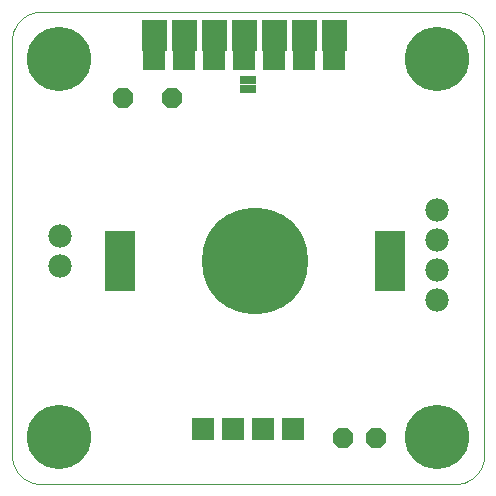
<source format=gbs>
G75*
%MOIN*%
%OFA0B0*%
%FSLAX25Y25*%
%IPPOS*%
%LPD*%
%AMOC8*
5,1,8,0,0,1.08239X$1,22.5*
%
%ADD10C,0.00000*%
%ADD11OC8,0.06700*%
%ADD12R,0.07800X0.07800*%
%ADD13C,0.00001*%
%ADD14C,0.21400*%
%ADD15C,0.07800*%
%ADD16C,0.35400*%
%ADD17R,0.10400X0.20400*%
%ADD18R,0.05400X0.02900*%
D10*
X0002969Y0012811D02*
X0002969Y0150606D01*
X0002968Y0150606D02*
X0002971Y0150844D01*
X0002979Y0151082D01*
X0002994Y0151319D01*
X0003014Y0151556D01*
X0003040Y0151792D01*
X0003071Y0152028D01*
X0003108Y0152263D01*
X0003151Y0152497D01*
X0003200Y0152730D01*
X0003254Y0152962D01*
X0003314Y0153192D01*
X0003379Y0153421D01*
X0003450Y0153648D01*
X0003526Y0153873D01*
X0003608Y0154096D01*
X0003695Y0154318D01*
X0003787Y0154537D01*
X0003885Y0154754D01*
X0003987Y0154968D01*
X0004095Y0155180D01*
X0004209Y0155390D01*
X0004327Y0155596D01*
X0004450Y0155800D01*
X0004578Y0156000D01*
X0004710Y0156197D01*
X0004848Y0156392D01*
X0004990Y0156582D01*
X0005137Y0156770D01*
X0005288Y0156953D01*
X0005443Y0157133D01*
X0005603Y0157309D01*
X0005767Y0157481D01*
X0005936Y0157650D01*
X0006108Y0157814D01*
X0006284Y0157974D01*
X0006464Y0158129D01*
X0006647Y0158280D01*
X0006835Y0158427D01*
X0007025Y0158569D01*
X0007220Y0158707D01*
X0007417Y0158839D01*
X0007617Y0158967D01*
X0007821Y0159090D01*
X0008027Y0159208D01*
X0008237Y0159322D01*
X0008449Y0159430D01*
X0008663Y0159532D01*
X0008880Y0159630D01*
X0009099Y0159722D01*
X0009321Y0159809D01*
X0009544Y0159891D01*
X0009769Y0159967D01*
X0009996Y0160038D01*
X0010225Y0160103D01*
X0010455Y0160163D01*
X0010687Y0160217D01*
X0010920Y0160266D01*
X0011154Y0160309D01*
X0011389Y0160346D01*
X0011625Y0160377D01*
X0011861Y0160403D01*
X0012098Y0160423D01*
X0012335Y0160438D01*
X0012573Y0160446D01*
X0012811Y0160449D01*
X0150606Y0160449D01*
X0150844Y0160446D01*
X0151082Y0160438D01*
X0151319Y0160423D01*
X0151556Y0160403D01*
X0151792Y0160377D01*
X0152028Y0160346D01*
X0152263Y0160309D01*
X0152497Y0160266D01*
X0152730Y0160217D01*
X0152962Y0160163D01*
X0153192Y0160103D01*
X0153421Y0160038D01*
X0153648Y0159967D01*
X0153873Y0159891D01*
X0154096Y0159809D01*
X0154318Y0159722D01*
X0154537Y0159630D01*
X0154754Y0159532D01*
X0154968Y0159430D01*
X0155180Y0159322D01*
X0155390Y0159208D01*
X0155596Y0159090D01*
X0155800Y0158967D01*
X0156000Y0158839D01*
X0156197Y0158707D01*
X0156392Y0158569D01*
X0156582Y0158427D01*
X0156770Y0158280D01*
X0156953Y0158129D01*
X0157133Y0157974D01*
X0157309Y0157814D01*
X0157481Y0157650D01*
X0157650Y0157481D01*
X0157814Y0157309D01*
X0157974Y0157133D01*
X0158129Y0156953D01*
X0158280Y0156770D01*
X0158427Y0156582D01*
X0158569Y0156392D01*
X0158707Y0156197D01*
X0158839Y0156000D01*
X0158967Y0155800D01*
X0159090Y0155596D01*
X0159208Y0155390D01*
X0159322Y0155180D01*
X0159430Y0154968D01*
X0159532Y0154754D01*
X0159630Y0154537D01*
X0159722Y0154318D01*
X0159809Y0154096D01*
X0159891Y0153873D01*
X0159967Y0153648D01*
X0160038Y0153421D01*
X0160103Y0153192D01*
X0160163Y0152962D01*
X0160217Y0152730D01*
X0160266Y0152497D01*
X0160309Y0152263D01*
X0160346Y0152028D01*
X0160377Y0151792D01*
X0160403Y0151556D01*
X0160423Y0151319D01*
X0160438Y0151082D01*
X0160446Y0150844D01*
X0160449Y0150606D01*
X0160449Y0012811D01*
X0160446Y0012573D01*
X0160438Y0012335D01*
X0160423Y0012098D01*
X0160403Y0011861D01*
X0160377Y0011625D01*
X0160346Y0011389D01*
X0160309Y0011154D01*
X0160266Y0010920D01*
X0160217Y0010687D01*
X0160163Y0010455D01*
X0160103Y0010225D01*
X0160038Y0009996D01*
X0159967Y0009769D01*
X0159891Y0009544D01*
X0159809Y0009321D01*
X0159722Y0009099D01*
X0159630Y0008880D01*
X0159532Y0008663D01*
X0159430Y0008449D01*
X0159322Y0008237D01*
X0159208Y0008027D01*
X0159090Y0007821D01*
X0158967Y0007617D01*
X0158839Y0007417D01*
X0158707Y0007220D01*
X0158569Y0007025D01*
X0158427Y0006835D01*
X0158280Y0006647D01*
X0158129Y0006464D01*
X0157974Y0006284D01*
X0157814Y0006108D01*
X0157650Y0005936D01*
X0157481Y0005767D01*
X0157309Y0005603D01*
X0157133Y0005443D01*
X0156953Y0005288D01*
X0156770Y0005137D01*
X0156582Y0004990D01*
X0156392Y0004848D01*
X0156197Y0004710D01*
X0156000Y0004578D01*
X0155800Y0004450D01*
X0155596Y0004327D01*
X0155390Y0004209D01*
X0155180Y0004095D01*
X0154968Y0003987D01*
X0154754Y0003885D01*
X0154537Y0003787D01*
X0154318Y0003695D01*
X0154096Y0003608D01*
X0153873Y0003526D01*
X0153648Y0003450D01*
X0153421Y0003379D01*
X0153192Y0003314D01*
X0152962Y0003254D01*
X0152730Y0003200D01*
X0152497Y0003151D01*
X0152263Y0003108D01*
X0152028Y0003071D01*
X0151792Y0003040D01*
X0151556Y0003014D01*
X0151319Y0002994D01*
X0151082Y0002979D01*
X0150844Y0002971D01*
X0150606Y0002968D01*
X0150606Y0002969D02*
X0012811Y0002969D01*
X0012811Y0002968D02*
X0012573Y0002971D01*
X0012335Y0002979D01*
X0012098Y0002994D01*
X0011861Y0003014D01*
X0011625Y0003040D01*
X0011389Y0003071D01*
X0011154Y0003108D01*
X0010920Y0003151D01*
X0010687Y0003200D01*
X0010455Y0003254D01*
X0010225Y0003314D01*
X0009996Y0003379D01*
X0009769Y0003450D01*
X0009544Y0003526D01*
X0009321Y0003608D01*
X0009099Y0003695D01*
X0008880Y0003787D01*
X0008663Y0003885D01*
X0008449Y0003987D01*
X0008237Y0004095D01*
X0008027Y0004209D01*
X0007821Y0004327D01*
X0007617Y0004450D01*
X0007417Y0004578D01*
X0007220Y0004710D01*
X0007025Y0004848D01*
X0006835Y0004990D01*
X0006647Y0005137D01*
X0006464Y0005288D01*
X0006284Y0005443D01*
X0006108Y0005603D01*
X0005936Y0005767D01*
X0005767Y0005936D01*
X0005603Y0006108D01*
X0005443Y0006284D01*
X0005288Y0006464D01*
X0005137Y0006647D01*
X0004990Y0006835D01*
X0004848Y0007025D01*
X0004710Y0007220D01*
X0004578Y0007417D01*
X0004450Y0007617D01*
X0004327Y0007821D01*
X0004209Y0008027D01*
X0004095Y0008237D01*
X0003987Y0008449D01*
X0003885Y0008663D01*
X0003787Y0008880D01*
X0003695Y0009099D01*
X0003608Y0009321D01*
X0003526Y0009544D01*
X0003450Y0009769D01*
X0003379Y0009996D01*
X0003314Y0010225D01*
X0003254Y0010455D01*
X0003200Y0010687D01*
X0003151Y0010920D01*
X0003108Y0011154D01*
X0003071Y0011389D01*
X0003040Y0011625D01*
X0003014Y0011861D01*
X0002994Y0012098D01*
X0002979Y0012335D01*
X0002971Y0012573D01*
X0002968Y0012811D01*
X0046213Y0147701D02*
X0046213Y0148701D01*
X0046213Y0148201D01*
X0046213Y0157701D01*
X0054213Y0157701D01*
X0054213Y0147701D01*
X0046213Y0147701D01*
X0056213Y0147701D02*
X0056213Y0148701D01*
X0056213Y0148201D01*
X0056213Y0157701D01*
X0064213Y0157701D01*
X0064213Y0147701D01*
X0056213Y0147701D01*
X0066213Y0147701D02*
X0066213Y0148701D01*
X0066213Y0148201D01*
X0066213Y0157701D01*
X0074213Y0157701D01*
X0074213Y0147701D01*
X0066213Y0147701D01*
X0076213Y0147701D02*
X0076213Y0148701D01*
X0076213Y0148201D01*
X0076213Y0157701D01*
X0084213Y0157701D01*
X0084213Y0147701D01*
X0076213Y0147701D01*
X0086213Y0147701D02*
X0086213Y0148701D01*
X0086213Y0148201D01*
X0086213Y0157701D01*
X0094213Y0157701D01*
X0094213Y0147701D01*
X0086213Y0147701D01*
X0096213Y0147701D02*
X0096213Y0148701D01*
X0096213Y0148201D01*
X0096213Y0157701D01*
X0104213Y0157701D01*
X0104213Y0147701D01*
X0096213Y0147701D01*
X0106213Y0147701D02*
X0106213Y0148701D01*
X0106213Y0148201D01*
X0106213Y0157701D01*
X0114213Y0157701D01*
X0114213Y0147701D01*
X0106213Y0147701D01*
D11*
X0056354Y0131827D03*
X0040173Y0131827D03*
X0113402Y0018244D03*
X0124465Y0018244D03*
D12*
X0096848Y0021523D03*
X0086848Y0021523D03*
X0076848Y0021523D03*
X0066848Y0021523D03*
X0070213Y0144701D03*
X0060213Y0144701D03*
X0050213Y0144701D03*
X0080213Y0144701D03*
X0090213Y0144701D03*
X0100213Y0144701D03*
X0110213Y0144701D03*
D13*
X0106213Y0147701D02*
X0114213Y0147701D01*
X0114213Y0147702D02*
X0106213Y0147702D01*
X0106213Y0147703D02*
X0114213Y0147703D01*
X0114213Y0147704D02*
X0106213Y0147704D01*
X0106213Y0147705D02*
X0114213Y0147705D01*
X0114213Y0147706D02*
X0106213Y0147706D01*
X0106213Y0147707D02*
X0114213Y0147707D01*
X0114213Y0147708D02*
X0106213Y0147708D01*
X0106213Y0147709D02*
X0114213Y0147709D01*
X0114213Y0147710D02*
X0106213Y0147710D01*
X0106213Y0147711D02*
X0114213Y0147711D01*
X0114213Y0147712D02*
X0106213Y0147712D01*
X0106213Y0147713D02*
X0114213Y0147713D01*
X0114213Y0147714D02*
X0106213Y0147714D01*
X0106213Y0147715D02*
X0114213Y0147715D01*
X0114213Y0147716D02*
X0106213Y0147716D01*
X0106213Y0147717D02*
X0114213Y0147717D01*
X0114213Y0147718D02*
X0106213Y0147718D01*
X0106213Y0147719D02*
X0114213Y0147719D01*
X0106213Y0147719D01*
X0106213Y0147720D02*
X0114213Y0147720D01*
X0114213Y0147721D02*
X0106213Y0147721D01*
X0106213Y0147722D02*
X0114213Y0147722D01*
X0114213Y0147723D02*
X0106213Y0147723D01*
X0106213Y0147724D02*
X0114213Y0147724D01*
X0114213Y0147725D02*
X0106213Y0147725D01*
X0106213Y0147726D02*
X0114213Y0147726D01*
X0114213Y0147727D02*
X0106213Y0147727D01*
X0106213Y0147728D02*
X0114213Y0147728D01*
X0114213Y0147729D02*
X0106213Y0147729D01*
X0106213Y0147730D02*
X0114213Y0147730D01*
X0114213Y0147731D02*
X0106213Y0147731D01*
X0106213Y0147732D02*
X0114213Y0147732D01*
X0114213Y0147733D02*
X0106213Y0147733D01*
X0106213Y0147734D02*
X0114213Y0147734D01*
X0114213Y0147735D02*
X0106213Y0147735D01*
X0106213Y0147736D02*
X0114213Y0147736D01*
X0114213Y0147737D02*
X0106213Y0147737D01*
X0106213Y0147738D02*
X0114213Y0147738D01*
X0114213Y0147739D02*
X0106213Y0147739D01*
X0106213Y0147740D02*
X0114213Y0147740D01*
X0114213Y0147741D02*
X0106213Y0147741D01*
X0106213Y0147742D02*
X0114213Y0147742D01*
X0114213Y0147743D02*
X0106213Y0147743D01*
X0106213Y0147744D02*
X0114213Y0147744D01*
X0114213Y0147745D02*
X0106213Y0147745D01*
X0106213Y0147746D02*
X0114213Y0147746D01*
X0114213Y0147747D02*
X0106213Y0147747D01*
X0106213Y0147748D02*
X0114213Y0147748D01*
X0114213Y0147749D02*
X0106213Y0147749D01*
X0106213Y0147750D02*
X0114213Y0147750D01*
X0114213Y0147751D02*
X0106213Y0147751D01*
X0106213Y0147752D02*
X0114213Y0147752D01*
X0114213Y0147753D02*
X0106213Y0147753D01*
X0106213Y0147754D02*
X0114213Y0147754D01*
X0114213Y0147755D02*
X0106213Y0147755D01*
X0106213Y0147756D02*
X0114213Y0147756D01*
X0114213Y0147757D02*
X0106213Y0147757D01*
X0106213Y0147758D02*
X0114213Y0147758D01*
X0114213Y0147759D02*
X0106213Y0147759D01*
X0106213Y0147760D02*
X0114213Y0147760D01*
X0114213Y0147761D02*
X0106213Y0147761D01*
X0106213Y0147762D02*
X0114213Y0147762D01*
X0114213Y0147763D02*
X0106213Y0147763D01*
X0106213Y0147764D02*
X0114213Y0147764D01*
X0114213Y0147765D02*
X0106213Y0147765D01*
X0106213Y0147766D02*
X0114213Y0147766D01*
X0114213Y0147767D02*
X0106213Y0147767D01*
X0106213Y0147768D02*
X0114213Y0147768D01*
X0114213Y0147769D02*
X0106213Y0147769D01*
X0106213Y0147770D02*
X0114213Y0147770D01*
X0114213Y0147771D02*
X0106213Y0147771D01*
X0106213Y0147772D02*
X0114213Y0147772D01*
X0114213Y0147773D02*
X0106213Y0147773D01*
X0106213Y0147774D02*
X0114213Y0147774D01*
X0114213Y0147775D02*
X0106213Y0147775D01*
X0106213Y0147776D02*
X0114213Y0147776D01*
X0114213Y0147777D02*
X0106213Y0147777D01*
X0106213Y0147778D02*
X0114213Y0147778D01*
X0114213Y0147779D02*
X0106213Y0147779D01*
X0106213Y0147780D02*
X0114213Y0147780D01*
X0114213Y0147781D02*
X0106213Y0147781D01*
X0114213Y0147781D01*
X0114213Y0147782D02*
X0106213Y0147782D01*
X0106213Y0147783D02*
X0114213Y0147783D01*
X0114213Y0147784D02*
X0106213Y0147784D01*
X0106213Y0147785D02*
X0114213Y0147785D01*
X0114213Y0147786D02*
X0106213Y0147786D01*
X0106213Y0147787D02*
X0114213Y0147787D01*
X0114213Y0147788D02*
X0106213Y0147788D01*
X0106213Y0147789D02*
X0114213Y0147789D01*
X0114213Y0147790D02*
X0106213Y0147790D01*
X0106213Y0147791D02*
X0114213Y0147791D01*
X0114213Y0147792D02*
X0106213Y0147792D01*
X0106213Y0147793D02*
X0114213Y0147793D01*
X0114213Y0147794D02*
X0106213Y0147794D01*
X0106213Y0147795D02*
X0114213Y0147795D01*
X0114213Y0147796D02*
X0106213Y0147796D01*
X0106213Y0147797D02*
X0114213Y0147797D01*
X0114213Y0147798D02*
X0106213Y0147798D01*
X0106213Y0147799D02*
X0114213Y0147799D01*
X0114213Y0147800D02*
X0106213Y0147800D01*
X0106213Y0147801D02*
X0114213Y0147801D01*
X0114213Y0147802D02*
X0106213Y0147802D01*
X0106213Y0147803D02*
X0114213Y0147803D01*
X0114213Y0147804D02*
X0106213Y0147804D01*
X0106213Y0147805D02*
X0114213Y0147805D01*
X0114213Y0147806D02*
X0106213Y0147806D01*
X0106213Y0147807D02*
X0114213Y0147807D01*
X0114213Y0147808D02*
X0106213Y0147808D01*
X0106213Y0147809D02*
X0114213Y0147809D01*
X0114213Y0147810D02*
X0106213Y0147810D01*
X0106213Y0147811D02*
X0114213Y0147811D01*
X0114213Y0147812D02*
X0106213Y0147812D01*
X0106213Y0147813D02*
X0114213Y0147813D01*
X0114213Y0147814D02*
X0106213Y0147814D01*
X0106213Y0147815D02*
X0114213Y0147815D01*
X0114213Y0147816D02*
X0106213Y0147816D01*
X0106213Y0147817D02*
X0114213Y0147817D01*
X0114213Y0147818D02*
X0106213Y0147818D01*
X0106213Y0147819D02*
X0114213Y0147819D01*
X0114213Y0147820D02*
X0106213Y0147820D01*
X0106213Y0147821D02*
X0114213Y0147821D01*
X0114213Y0147822D02*
X0106213Y0147822D01*
X0106213Y0147823D02*
X0114213Y0147823D01*
X0114213Y0147824D02*
X0106213Y0147824D01*
X0106213Y0147825D02*
X0114213Y0147825D01*
X0114213Y0147826D02*
X0106213Y0147826D01*
X0106213Y0147827D02*
X0114213Y0147827D01*
X0114213Y0147828D02*
X0106213Y0147828D01*
X0106213Y0147829D02*
X0114213Y0147829D01*
X0114213Y0147830D02*
X0106213Y0147830D01*
X0106213Y0147831D02*
X0114213Y0147831D01*
X0114213Y0147832D02*
X0106213Y0147832D01*
X0106213Y0147833D02*
X0114213Y0147833D01*
X0114213Y0147834D02*
X0106213Y0147834D01*
X0106213Y0147835D02*
X0114213Y0147835D01*
X0114213Y0147836D02*
X0106213Y0147836D01*
X0106213Y0147837D02*
X0114213Y0147837D01*
X0114213Y0147838D02*
X0106213Y0147838D01*
X0106213Y0147839D02*
X0114213Y0147839D01*
X0114213Y0147840D02*
X0106213Y0147840D01*
X0106213Y0147841D02*
X0114213Y0147841D01*
X0114213Y0147842D02*
X0106213Y0147842D01*
X0106213Y0147843D02*
X0114213Y0147843D01*
X0114213Y0147844D02*
X0106213Y0147844D01*
X0114213Y0147844D01*
X0114213Y0147845D02*
X0106213Y0147845D01*
X0106213Y0147846D02*
X0114213Y0147846D01*
X0114213Y0147847D02*
X0106213Y0147847D01*
X0106213Y0147848D02*
X0114213Y0147848D01*
X0114213Y0147849D02*
X0106213Y0147849D01*
X0106213Y0147850D02*
X0114213Y0147850D01*
X0114213Y0147851D02*
X0106213Y0147851D01*
X0106213Y0147852D02*
X0114213Y0147852D01*
X0114213Y0147853D02*
X0106213Y0147853D01*
X0106213Y0147854D02*
X0114213Y0147854D01*
X0114213Y0147855D02*
X0106213Y0147855D01*
X0106213Y0147856D02*
X0114213Y0147856D01*
X0114213Y0147857D02*
X0106213Y0147857D01*
X0106213Y0147858D02*
X0114213Y0147858D01*
X0114213Y0147859D02*
X0106213Y0147859D01*
X0106213Y0147860D02*
X0114213Y0147860D01*
X0114213Y0147861D02*
X0106213Y0147861D01*
X0106213Y0147862D02*
X0114213Y0147862D01*
X0114213Y0147863D02*
X0106213Y0147863D01*
X0106213Y0147864D02*
X0114213Y0147864D01*
X0114213Y0147865D02*
X0106213Y0147865D01*
X0106213Y0147866D02*
X0114213Y0147866D01*
X0114213Y0147867D02*
X0106213Y0147867D01*
X0106213Y0147868D02*
X0114213Y0147868D01*
X0114213Y0147869D02*
X0106213Y0147869D01*
X0106213Y0147870D02*
X0114213Y0147870D01*
X0114213Y0147871D02*
X0106213Y0147871D01*
X0106213Y0147872D02*
X0114213Y0147872D01*
X0114213Y0147873D02*
X0106213Y0147873D01*
X0106213Y0147874D02*
X0114213Y0147874D01*
X0114213Y0147875D02*
X0106213Y0147875D01*
X0106213Y0147876D02*
X0114213Y0147876D01*
X0114213Y0147877D02*
X0106213Y0147877D01*
X0106213Y0147878D02*
X0114213Y0147878D01*
X0114213Y0147879D02*
X0106213Y0147879D01*
X0106213Y0147880D02*
X0114213Y0147880D01*
X0114213Y0147881D02*
X0106213Y0147881D01*
X0106213Y0147882D02*
X0114213Y0147882D01*
X0114213Y0147883D02*
X0106213Y0147883D01*
X0106213Y0147884D02*
X0114213Y0147884D01*
X0114213Y0147885D02*
X0106213Y0147885D01*
X0106213Y0147886D02*
X0114213Y0147886D01*
X0114213Y0147887D02*
X0106213Y0147887D01*
X0106213Y0147888D02*
X0114213Y0147888D01*
X0114213Y0147889D02*
X0106213Y0147889D01*
X0106213Y0147890D02*
X0114213Y0147890D01*
X0114213Y0147891D02*
X0106213Y0147891D01*
X0106213Y0147892D02*
X0114213Y0147892D01*
X0114213Y0147893D02*
X0106213Y0147893D01*
X0106213Y0147894D02*
X0114213Y0147894D01*
X0114213Y0147895D02*
X0106213Y0147895D01*
X0106213Y0147896D02*
X0114213Y0147896D01*
X0114213Y0147897D02*
X0106213Y0147897D01*
X0106213Y0147898D02*
X0114213Y0147898D01*
X0114213Y0147899D02*
X0106213Y0147899D01*
X0106213Y0147900D02*
X0114213Y0147900D01*
X0114213Y0147901D02*
X0106213Y0147901D01*
X0106213Y0147902D02*
X0114213Y0147902D01*
X0114213Y0147903D02*
X0106213Y0147903D01*
X0106213Y0147904D02*
X0114213Y0147904D01*
X0114213Y0147905D02*
X0106213Y0147905D01*
X0106213Y0147906D02*
X0114213Y0147906D01*
X0106213Y0147906D01*
X0106213Y0147907D02*
X0114213Y0147907D01*
X0114213Y0147908D02*
X0106213Y0147908D01*
X0106213Y0147909D02*
X0114213Y0147909D01*
X0114213Y0147910D02*
X0106213Y0147910D01*
X0106213Y0147911D02*
X0114213Y0147911D01*
X0114213Y0147912D02*
X0106213Y0147912D01*
X0106213Y0147913D02*
X0114213Y0147913D01*
X0114213Y0147914D02*
X0106213Y0147914D01*
X0106213Y0147915D02*
X0114213Y0147915D01*
X0114213Y0147916D02*
X0106213Y0147916D01*
X0106213Y0147917D02*
X0114213Y0147917D01*
X0114213Y0147918D02*
X0106213Y0147918D01*
X0106213Y0147919D02*
X0114213Y0147919D01*
X0114213Y0147920D02*
X0106213Y0147920D01*
X0106213Y0147921D02*
X0114213Y0147921D01*
X0114213Y0147922D02*
X0106213Y0147922D01*
X0106213Y0147923D02*
X0114213Y0147923D01*
X0114213Y0147924D02*
X0106213Y0147924D01*
X0106213Y0147925D02*
X0114213Y0147925D01*
X0114213Y0147926D02*
X0106213Y0147926D01*
X0106213Y0147927D02*
X0114213Y0147927D01*
X0114213Y0147928D02*
X0106213Y0147928D01*
X0106213Y0147929D02*
X0114213Y0147929D01*
X0114213Y0147930D02*
X0106213Y0147930D01*
X0106213Y0147931D02*
X0114213Y0147931D01*
X0114213Y0147932D02*
X0106213Y0147932D01*
X0106213Y0147933D02*
X0114213Y0147933D01*
X0114213Y0147934D02*
X0106213Y0147934D01*
X0106213Y0147935D02*
X0114213Y0147935D01*
X0114213Y0147936D02*
X0106213Y0147936D01*
X0106213Y0147937D02*
X0114213Y0147937D01*
X0114213Y0147938D02*
X0106213Y0147938D01*
X0106213Y0147939D02*
X0114213Y0147939D01*
X0114213Y0147940D02*
X0106213Y0147940D01*
X0106213Y0147941D02*
X0114213Y0147941D01*
X0114213Y0147942D02*
X0106213Y0147942D01*
X0106213Y0147943D02*
X0114213Y0147943D01*
X0114213Y0147944D02*
X0106213Y0147944D01*
X0106213Y0147945D02*
X0114213Y0147945D01*
X0114213Y0147946D02*
X0106213Y0147946D01*
X0106213Y0147947D02*
X0114213Y0147947D01*
X0114213Y0147948D02*
X0106213Y0147948D01*
X0106213Y0147949D02*
X0114213Y0147949D01*
X0114213Y0147950D02*
X0106213Y0147950D01*
X0106213Y0147951D02*
X0114213Y0147951D01*
X0114213Y0147952D02*
X0106213Y0147952D01*
X0106213Y0147953D02*
X0114213Y0147953D01*
X0114213Y0147954D02*
X0106213Y0147954D01*
X0106213Y0147955D02*
X0114213Y0147955D01*
X0114213Y0147956D02*
X0106213Y0147956D01*
X0106213Y0147957D02*
X0114213Y0147957D01*
X0114213Y0147958D02*
X0106213Y0147958D01*
X0106213Y0147959D02*
X0114213Y0147959D01*
X0114213Y0147960D02*
X0106213Y0147960D01*
X0106213Y0147961D02*
X0114213Y0147961D01*
X0114213Y0147962D02*
X0106213Y0147962D01*
X0106213Y0147963D02*
X0114213Y0147963D01*
X0114213Y0147964D02*
X0106213Y0147964D01*
X0106213Y0147965D02*
X0114213Y0147965D01*
X0114213Y0147966D02*
X0106213Y0147966D01*
X0106213Y0147967D02*
X0114213Y0147967D01*
X0114213Y0147968D02*
X0106213Y0147968D01*
X0106213Y0147969D02*
X0114213Y0147969D01*
X0106213Y0147969D01*
X0106213Y0147970D02*
X0114213Y0147970D01*
X0114213Y0147971D02*
X0106213Y0147971D01*
X0106213Y0147972D02*
X0114213Y0147972D01*
X0114213Y0147973D02*
X0106213Y0147973D01*
X0106213Y0147974D02*
X0114213Y0147974D01*
X0114213Y0147975D02*
X0106213Y0147975D01*
X0106213Y0147976D02*
X0114213Y0147976D01*
X0114213Y0147977D02*
X0106213Y0147977D01*
X0106213Y0147978D02*
X0114213Y0147978D01*
X0114213Y0147979D02*
X0106213Y0147979D01*
X0106213Y0147980D02*
X0114213Y0147980D01*
X0114213Y0147981D02*
X0106213Y0147981D01*
X0106213Y0147982D02*
X0114213Y0147982D01*
X0114213Y0147983D02*
X0106213Y0147983D01*
X0106213Y0147984D02*
X0114213Y0147984D01*
X0114213Y0147985D02*
X0106213Y0147985D01*
X0106213Y0147986D02*
X0114213Y0147986D01*
X0114213Y0147987D02*
X0106213Y0147987D01*
X0106213Y0147988D02*
X0114213Y0147988D01*
X0114213Y0147989D02*
X0106213Y0147989D01*
X0106213Y0147990D02*
X0114213Y0147990D01*
X0114213Y0147991D02*
X0106213Y0147991D01*
X0106213Y0147992D02*
X0114213Y0147992D01*
X0114213Y0147993D02*
X0106213Y0147993D01*
X0106213Y0147994D02*
X0114213Y0147994D01*
X0114213Y0147995D02*
X0106213Y0147995D01*
X0106213Y0147996D02*
X0114213Y0147996D01*
X0114213Y0147997D02*
X0106213Y0147997D01*
X0106213Y0147998D02*
X0114213Y0147998D01*
X0114213Y0147999D02*
X0106213Y0147999D01*
X0106213Y0148000D02*
X0114213Y0148000D01*
X0114213Y0148001D02*
X0106213Y0148001D01*
X0106213Y0148002D02*
X0114213Y0148002D01*
X0114213Y0148003D02*
X0106213Y0148003D01*
X0106213Y0148004D02*
X0114213Y0148004D01*
X0114213Y0148005D02*
X0106213Y0148005D01*
X0106213Y0148006D02*
X0114213Y0148006D01*
X0114213Y0148007D02*
X0106213Y0148007D01*
X0106213Y0148008D02*
X0114213Y0148008D01*
X0114213Y0148009D02*
X0106213Y0148009D01*
X0106213Y0148010D02*
X0114213Y0148010D01*
X0114213Y0148011D02*
X0106213Y0148011D01*
X0106213Y0148012D02*
X0114213Y0148012D01*
X0114213Y0148013D02*
X0106213Y0148013D01*
X0106213Y0148014D02*
X0114213Y0148014D01*
X0114213Y0148015D02*
X0106213Y0148015D01*
X0106213Y0148016D02*
X0114213Y0148016D01*
X0114213Y0148017D02*
X0106213Y0148017D01*
X0106213Y0148018D02*
X0114213Y0148018D01*
X0114213Y0148019D02*
X0106213Y0148019D01*
X0106213Y0148020D02*
X0114213Y0148020D01*
X0114213Y0148021D02*
X0106213Y0148021D01*
X0106213Y0148022D02*
X0114213Y0148022D01*
X0114213Y0148023D02*
X0106213Y0148023D01*
X0106213Y0148024D02*
X0114213Y0148024D01*
X0114213Y0148025D02*
X0106213Y0148025D01*
X0106213Y0148026D02*
X0114213Y0148026D01*
X0114213Y0148027D02*
X0106213Y0148027D01*
X0106213Y0148028D02*
X0114213Y0148028D01*
X0114213Y0148029D02*
X0106213Y0148029D01*
X0106213Y0148030D02*
X0114213Y0148030D01*
X0114213Y0148031D02*
X0106213Y0148031D01*
X0114213Y0148031D01*
X0114213Y0148032D02*
X0106213Y0148032D01*
X0106213Y0148033D02*
X0114213Y0148033D01*
X0114213Y0148034D02*
X0106213Y0148034D01*
X0106213Y0148035D02*
X0114213Y0148035D01*
X0114213Y0148036D02*
X0106213Y0148036D01*
X0106213Y0148037D02*
X0114213Y0148037D01*
X0114213Y0148038D02*
X0106213Y0148038D01*
X0106213Y0148039D02*
X0114213Y0148039D01*
X0114213Y0148040D02*
X0106213Y0148040D01*
X0106213Y0148041D02*
X0114213Y0148041D01*
X0114213Y0148042D02*
X0106213Y0148042D01*
X0106213Y0148043D02*
X0114213Y0148043D01*
X0114213Y0148044D02*
X0106213Y0148044D01*
X0106213Y0148045D02*
X0114213Y0148045D01*
X0114213Y0148046D02*
X0106213Y0148046D01*
X0106213Y0148047D02*
X0114213Y0148047D01*
X0114213Y0148048D02*
X0106213Y0148048D01*
X0106213Y0148049D02*
X0114213Y0148049D01*
X0114213Y0148050D02*
X0106213Y0148050D01*
X0106213Y0148051D02*
X0114213Y0148051D01*
X0114213Y0148052D02*
X0106213Y0148052D01*
X0106213Y0148053D02*
X0114213Y0148053D01*
X0114213Y0148054D02*
X0106213Y0148054D01*
X0106213Y0148055D02*
X0114213Y0148055D01*
X0114213Y0148056D02*
X0106213Y0148056D01*
X0106213Y0148057D02*
X0114213Y0148057D01*
X0114213Y0148058D02*
X0106213Y0148058D01*
X0106213Y0148059D02*
X0114213Y0148059D01*
X0114213Y0148060D02*
X0106213Y0148060D01*
X0106213Y0148061D02*
X0114213Y0148061D01*
X0114213Y0148062D02*
X0106213Y0148062D01*
X0106213Y0148063D02*
X0114213Y0148063D01*
X0114213Y0148064D02*
X0106213Y0148064D01*
X0106213Y0148065D02*
X0114213Y0148065D01*
X0114213Y0148066D02*
X0106213Y0148066D01*
X0106213Y0148067D02*
X0114213Y0148067D01*
X0114213Y0148068D02*
X0106213Y0148068D01*
X0106213Y0148069D02*
X0114213Y0148069D01*
X0114213Y0148070D02*
X0106213Y0148070D01*
X0106213Y0148071D02*
X0114213Y0148071D01*
X0114213Y0148072D02*
X0106213Y0148072D01*
X0106213Y0148073D02*
X0114213Y0148073D01*
X0114213Y0148074D02*
X0106213Y0148074D01*
X0106213Y0148075D02*
X0114213Y0148075D01*
X0114213Y0148076D02*
X0106213Y0148076D01*
X0106213Y0148077D02*
X0114213Y0148077D01*
X0114213Y0148078D02*
X0106213Y0148078D01*
X0106213Y0148079D02*
X0114213Y0148079D01*
X0114213Y0148080D02*
X0106213Y0148080D01*
X0106213Y0148081D02*
X0114213Y0148081D01*
X0114213Y0148082D02*
X0106213Y0148082D01*
X0106213Y0148083D02*
X0114213Y0148083D01*
X0114213Y0148084D02*
X0106213Y0148084D01*
X0106213Y0148085D02*
X0114213Y0148085D01*
X0114213Y0148086D02*
X0106213Y0148086D01*
X0106213Y0148087D02*
X0114213Y0148087D01*
X0114213Y0148088D02*
X0106213Y0148088D01*
X0106213Y0148089D02*
X0114213Y0148089D01*
X0114213Y0148090D02*
X0106213Y0148090D01*
X0106213Y0148091D02*
X0114213Y0148091D01*
X0114213Y0148092D02*
X0106213Y0148092D01*
X0106213Y0148093D02*
X0114213Y0148093D01*
X0114213Y0148094D02*
X0106213Y0148094D01*
X0114213Y0148094D01*
X0114213Y0148095D02*
X0106213Y0148095D01*
X0106213Y0148096D02*
X0114213Y0148096D01*
X0114213Y0148097D02*
X0106213Y0148097D01*
X0106213Y0148098D02*
X0114213Y0148098D01*
X0114213Y0148099D02*
X0106213Y0148099D01*
X0106213Y0148100D02*
X0114213Y0148100D01*
X0114213Y0148101D02*
X0106213Y0148101D01*
X0106213Y0148102D02*
X0114213Y0148102D01*
X0114213Y0148103D02*
X0106213Y0148103D01*
X0106213Y0148104D02*
X0114213Y0148104D01*
X0114213Y0148105D02*
X0106213Y0148105D01*
X0106213Y0148106D02*
X0114213Y0148106D01*
X0114213Y0148107D02*
X0106213Y0148107D01*
X0106213Y0148108D02*
X0114213Y0148108D01*
X0114213Y0148109D02*
X0106213Y0148109D01*
X0106213Y0148110D02*
X0114213Y0148110D01*
X0114213Y0148111D02*
X0106213Y0148111D01*
X0106213Y0148112D02*
X0114213Y0148112D01*
X0114213Y0148113D02*
X0106213Y0148113D01*
X0106213Y0148114D02*
X0114213Y0148114D01*
X0114213Y0148115D02*
X0106213Y0148115D01*
X0106213Y0148116D02*
X0114213Y0148116D01*
X0114213Y0148117D02*
X0106213Y0148117D01*
X0106213Y0148118D02*
X0114213Y0148118D01*
X0114213Y0148119D02*
X0106213Y0148119D01*
X0106213Y0148120D02*
X0114213Y0148120D01*
X0114213Y0148121D02*
X0106213Y0148121D01*
X0106213Y0148122D02*
X0114213Y0148122D01*
X0114213Y0148123D02*
X0106213Y0148123D01*
X0106213Y0148124D02*
X0114213Y0148124D01*
X0114213Y0148125D02*
X0106213Y0148125D01*
X0106213Y0148126D02*
X0114213Y0148126D01*
X0114213Y0148127D02*
X0106213Y0148127D01*
X0106213Y0148128D02*
X0114213Y0148128D01*
X0114213Y0148129D02*
X0106213Y0148129D01*
X0106213Y0148130D02*
X0114213Y0148130D01*
X0114213Y0148131D02*
X0106213Y0148131D01*
X0106213Y0148132D02*
X0114213Y0148132D01*
X0114213Y0148133D02*
X0106213Y0148133D01*
X0106213Y0148134D02*
X0114213Y0148134D01*
X0114213Y0148135D02*
X0106213Y0148135D01*
X0106213Y0148136D02*
X0114213Y0148136D01*
X0114213Y0148137D02*
X0106213Y0148137D01*
X0106213Y0148138D02*
X0114213Y0148138D01*
X0114213Y0148139D02*
X0106213Y0148139D01*
X0106213Y0148140D02*
X0114213Y0148140D01*
X0114213Y0148141D02*
X0106213Y0148141D01*
X0106213Y0148142D02*
X0114213Y0148142D01*
X0114213Y0148143D02*
X0106213Y0148143D01*
X0106213Y0148144D02*
X0114213Y0148144D01*
X0114213Y0148145D02*
X0106213Y0148145D01*
X0106213Y0148146D02*
X0114213Y0148146D01*
X0114213Y0148147D02*
X0106213Y0148147D01*
X0106213Y0148148D02*
X0114213Y0148148D01*
X0114213Y0148149D02*
X0106213Y0148149D01*
X0106213Y0148150D02*
X0114213Y0148150D01*
X0114213Y0148151D02*
X0106213Y0148151D01*
X0106213Y0148152D02*
X0114213Y0148152D01*
X0114213Y0148153D02*
X0106213Y0148153D01*
X0106213Y0148154D02*
X0114213Y0148154D01*
X0114213Y0148155D02*
X0106213Y0148155D01*
X0106213Y0148156D02*
X0114213Y0148156D01*
X0106213Y0148156D01*
X0106213Y0148157D02*
X0114213Y0148157D01*
X0114213Y0148158D02*
X0106213Y0148158D01*
X0106213Y0148159D02*
X0114213Y0148159D01*
X0114213Y0148160D02*
X0106213Y0148160D01*
X0106213Y0148161D02*
X0114213Y0148161D01*
X0114213Y0148162D02*
X0106213Y0148162D01*
X0106213Y0148163D02*
X0114213Y0148163D01*
X0114213Y0148164D02*
X0106213Y0148164D01*
X0106213Y0148165D02*
X0114213Y0148165D01*
X0114213Y0148166D02*
X0106213Y0148166D01*
X0106213Y0148167D02*
X0114213Y0148167D01*
X0114213Y0148168D02*
X0106213Y0148168D01*
X0106213Y0148169D02*
X0114213Y0148169D01*
X0114213Y0148170D02*
X0106213Y0148170D01*
X0106213Y0148171D02*
X0114213Y0148171D01*
X0114213Y0148172D02*
X0106213Y0148172D01*
X0106213Y0148173D02*
X0114213Y0148173D01*
X0114213Y0148174D02*
X0106213Y0148174D01*
X0106213Y0148175D02*
X0114213Y0148175D01*
X0114213Y0148176D02*
X0106213Y0148176D01*
X0106213Y0148177D02*
X0114213Y0148177D01*
X0114213Y0148178D02*
X0106213Y0148178D01*
X0106213Y0148179D02*
X0114213Y0148179D01*
X0114213Y0148180D02*
X0106213Y0148180D01*
X0106213Y0148181D02*
X0114213Y0148181D01*
X0114213Y0148182D02*
X0106213Y0148182D01*
X0106213Y0148183D02*
X0114213Y0148183D01*
X0114213Y0148184D02*
X0106213Y0148184D01*
X0106213Y0148185D02*
X0114213Y0148185D01*
X0114213Y0148186D02*
X0106213Y0148186D01*
X0106213Y0148187D02*
X0114213Y0148187D01*
X0114213Y0148188D02*
X0106213Y0148188D01*
X0106213Y0148189D02*
X0114213Y0148189D01*
X0114213Y0148190D02*
X0106213Y0148190D01*
X0106213Y0148191D02*
X0114213Y0148191D01*
X0114213Y0148192D02*
X0106213Y0148192D01*
X0106213Y0148193D02*
X0114213Y0148193D01*
X0114213Y0148194D02*
X0106213Y0148194D01*
X0106213Y0148195D02*
X0114213Y0148195D01*
X0114213Y0148196D02*
X0106213Y0148196D01*
X0106213Y0148197D02*
X0114213Y0148197D01*
X0114213Y0148198D02*
X0106213Y0148198D01*
X0106213Y0148199D02*
X0114213Y0148199D01*
X0114213Y0148200D02*
X0106213Y0148200D01*
X0106213Y0148201D02*
X0114213Y0148201D01*
X0114213Y0148202D02*
X0106213Y0148202D01*
X0106213Y0148203D02*
X0114213Y0148203D01*
X0114213Y0148204D02*
X0106213Y0148204D01*
X0106213Y0148205D02*
X0114213Y0148205D01*
X0114213Y0148206D02*
X0106213Y0148206D01*
X0106213Y0148207D02*
X0114213Y0148207D01*
X0114213Y0148208D02*
X0106213Y0148208D01*
X0106213Y0148209D02*
X0114213Y0148209D01*
X0114213Y0148210D02*
X0106213Y0148210D01*
X0106213Y0148211D02*
X0114213Y0148211D01*
X0114213Y0148212D02*
X0106213Y0148212D01*
X0106213Y0148213D02*
X0114213Y0148213D01*
X0114213Y0148214D02*
X0106213Y0148214D01*
X0106213Y0148215D02*
X0114213Y0148215D01*
X0114213Y0148216D02*
X0106213Y0148216D01*
X0106213Y0148217D02*
X0114213Y0148217D01*
X0114213Y0148218D02*
X0106213Y0148218D01*
X0106213Y0148219D02*
X0114213Y0148219D01*
X0106213Y0148219D01*
X0106213Y0148220D02*
X0114213Y0148220D01*
X0114213Y0148221D02*
X0106213Y0148221D01*
X0106213Y0148222D02*
X0114213Y0148222D01*
X0114213Y0148223D02*
X0106213Y0148223D01*
X0106213Y0148224D02*
X0114213Y0148224D01*
X0114213Y0148225D02*
X0106213Y0148225D01*
X0106213Y0148226D02*
X0114213Y0148226D01*
X0114213Y0148227D02*
X0106213Y0148227D01*
X0106213Y0148228D02*
X0114213Y0148228D01*
X0114213Y0148229D02*
X0106213Y0148229D01*
X0106213Y0148230D02*
X0114213Y0148230D01*
X0114213Y0148231D02*
X0106213Y0148231D01*
X0106213Y0148232D02*
X0114213Y0148232D01*
X0114213Y0148233D02*
X0106213Y0148233D01*
X0106213Y0148234D02*
X0114213Y0148234D01*
X0114213Y0148235D02*
X0106213Y0148235D01*
X0106213Y0148236D02*
X0114213Y0148236D01*
X0114213Y0148237D02*
X0106213Y0148237D01*
X0106213Y0148238D02*
X0114213Y0148238D01*
X0114213Y0148239D02*
X0106213Y0148239D01*
X0106213Y0148240D02*
X0114213Y0148240D01*
X0114213Y0148241D02*
X0106213Y0148241D01*
X0106213Y0148242D02*
X0114213Y0148242D01*
X0114213Y0148243D02*
X0106213Y0148243D01*
X0106213Y0148244D02*
X0114213Y0148244D01*
X0114213Y0148245D02*
X0106213Y0148245D01*
X0106213Y0148246D02*
X0114213Y0148246D01*
X0114213Y0148247D02*
X0106213Y0148247D01*
X0106213Y0148248D02*
X0114213Y0148248D01*
X0114213Y0148249D02*
X0106213Y0148249D01*
X0106213Y0148250D02*
X0114213Y0148250D01*
X0114213Y0148251D02*
X0106213Y0148251D01*
X0106213Y0148252D02*
X0114213Y0148252D01*
X0114213Y0148253D02*
X0106213Y0148253D01*
X0106213Y0148254D02*
X0114213Y0148254D01*
X0114213Y0148255D02*
X0106213Y0148255D01*
X0106213Y0148256D02*
X0114213Y0148256D01*
X0114213Y0148257D02*
X0106213Y0148257D01*
X0106213Y0148258D02*
X0114213Y0148258D01*
X0114213Y0148259D02*
X0106213Y0148259D01*
X0106213Y0148260D02*
X0114213Y0148260D01*
X0114213Y0148261D02*
X0106213Y0148261D01*
X0106213Y0148262D02*
X0114213Y0148262D01*
X0114213Y0148263D02*
X0106213Y0148263D01*
X0106213Y0148264D02*
X0114213Y0148264D01*
X0114213Y0148265D02*
X0106213Y0148265D01*
X0106213Y0148266D02*
X0114213Y0148266D01*
X0114213Y0148267D02*
X0106213Y0148267D01*
X0106213Y0148268D02*
X0114213Y0148268D01*
X0114213Y0148269D02*
X0106213Y0148269D01*
X0106213Y0148270D02*
X0114213Y0148270D01*
X0114213Y0148271D02*
X0106213Y0148271D01*
X0106213Y0148272D02*
X0114213Y0148272D01*
X0114213Y0148273D02*
X0106213Y0148273D01*
X0106213Y0148274D02*
X0114213Y0148274D01*
X0114213Y0148275D02*
X0106213Y0148275D01*
X0106213Y0148276D02*
X0114213Y0148276D01*
X0114213Y0148277D02*
X0106213Y0148277D01*
X0106213Y0148278D02*
X0114213Y0148278D01*
X0114213Y0148279D02*
X0106213Y0148279D01*
X0106213Y0148280D02*
X0114213Y0148280D01*
X0114213Y0148281D02*
X0106213Y0148281D01*
X0114213Y0148281D01*
X0114213Y0148282D02*
X0106213Y0148282D01*
X0106213Y0148283D02*
X0114213Y0148283D01*
X0114213Y0148284D02*
X0106213Y0148284D01*
X0106213Y0148285D02*
X0114213Y0148285D01*
X0114213Y0148286D02*
X0106213Y0148286D01*
X0106213Y0148287D02*
X0114213Y0148287D01*
X0114213Y0148288D02*
X0106213Y0148288D01*
X0106213Y0148289D02*
X0114213Y0148289D01*
X0114213Y0148290D02*
X0106213Y0148290D01*
X0106213Y0148291D02*
X0114213Y0148291D01*
X0114213Y0148292D02*
X0106213Y0148292D01*
X0106213Y0148293D02*
X0114213Y0148293D01*
X0114213Y0148294D02*
X0106213Y0148294D01*
X0106213Y0148295D02*
X0114213Y0148295D01*
X0114213Y0148296D02*
X0106213Y0148296D01*
X0106213Y0148297D02*
X0114213Y0148297D01*
X0114213Y0148298D02*
X0106213Y0148298D01*
X0106213Y0148299D02*
X0114213Y0148299D01*
X0114213Y0148300D02*
X0106213Y0148300D01*
X0106213Y0148301D02*
X0114213Y0148301D01*
X0114213Y0148302D02*
X0106213Y0148302D01*
X0106213Y0148303D02*
X0114213Y0148303D01*
X0114213Y0148304D02*
X0106213Y0148304D01*
X0106213Y0148305D02*
X0114213Y0148305D01*
X0114213Y0148306D02*
X0106213Y0148306D01*
X0106213Y0148307D02*
X0114213Y0148307D01*
X0114213Y0148308D02*
X0106213Y0148308D01*
X0106213Y0148309D02*
X0114213Y0148309D01*
X0114213Y0148310D02*
X0106213Y0148310D01*
X0106213Y0148311D02*
X0114213Y0148311D01*
X0114213Y0148312D02*
X0106213Y0148312D01*
X0106213Y0148313D02*
X0114213Y0148313D01*
X0114213Y0148314D02*
X0106213Y0148314D01*
X0106213Y0148315D02*
X0114213Y0148315D01*
X0114213Y0148316D02*
X0106213Y0148316D01*
X0106213Y0148317D02*
X0114213Y0148317D01*
X0114213Y0148318D02*
X0106213Y0148318D01*
X0106213Y0148319D02*
X0114213Y0148319D01*
X0114213Y0148320D02*
X0106213Y0148320D01*
X0106213Y0148321D02*
X0114213Y0148321D01*
X0114213Y0148322D02*
X0106213Y0148322D01*
X0106213Y0148323D02*
X0114213Y0148323D01*
X0114213Y0148324D02*
X0106213Y0148324D01*
X0106213Y0148325D02*
X0114213Y0148325D01*
X0114213Y0148326D02*
X0106213Y0148326D01*
X0106213Y0148327D02*
X0114213Y0148327D01*
X0114213Y0148328D02*
X0106213Y0148328D01*
X0106213Y0148329D02*
X0114213Y0148329D01*
X0114213Y0148330D02*
X0106213Y0148330D01*
X0106213Y0148331D02*
X0114213Y0148331D01*
X0114213Y0148332D02*
X0106213Y0148332D01*
X0106213Y0148333D02*
X0114213Y0148333D01*
X0114213Y0148334D02*
X0106213Y0148334D01*
X0106213Y0148335D02*
X0114213Y0148335D01*
X0114213Y0148336D02*
X0106213Y0148336D01*
X0106213Y0148337D02*
X0114213Y0148337D01*
X0114213Y0148338D02*
X0106213Y0148338D01*
X0106213Y0148339D02*
X0114213Y0148339D01*
X0114213Y0148340D02*
X0106213Y0148340D01*
X0106213Y0148341D02*
X0114213Y0148341D01*
X0114213Y0148342D02*
X0106213Y0148342D01*
X0106213Y0148343D02*
X0114213Y0148343D01*
X0114213Y0148344D02*
X0106213Y0148344D01*
X0114213Y0148344D01*
X0114213Y0148345D02*
X0106213Y0148345D01*
X0106213Y0148346D02*
X0114213Y0148346D01*
X0114213Y0148347D02*
X0106213Y0148347D01*
X0106213Y0148348D02*
X0114213Y0148348D01*
X0114213Y0148349D02*
X0106213Y0148349D01*
X0106213Y0148350D02*
X0114213Y0148350D01*
X0114213Y0148351D02*
X0106213Y0148351D01*
X0106213Y0148352D02*
X0114213Y0148352D01*
X0114213Y0148353D02*
X0106213Y0148353D01*
X0106213Y0148354D02*
X0114213Y0148354D01*
X0114213Y0148355D02*
X0106213Y0148355D01*
X0106213Y0148356D02*
X0114213Y0148356D01*
X0114213Y0148357D02*
X0106213Y0148357D01*
X0106213Y0148358D02*
X0114213Y0148358D01*
X0114213Y0148359D02*
X0106213Y0148359D01*
X0106213Y0148360D02*
X0114213Y0148360D01*
X0114213Y0148361D02*
X0106213Y0148361D01*
X0106213Y0148362D02*
X0114213Y0148362D01*
X0114213Y0148363D02*
X0106213Y0148363D01*
X0106213Y0148364D02*
X0114213Y0148364D01*
X0114213Y0148365D02*
X0106213Y0148365D01*
X0106213Y0148366D02*
X0114213Y0148366D01*
X0114213Y0148367D02*
X0106213Y0148367D01*
X0106213Y0148368D02*
X0114213Y0148368D01*
X0114213Y0148369D02*
X0106213Y0148369D01*
X0106213Y0148370D02*
X0114213Y0148370D01*
X0114213Y0148371D02*
X0106213Y0148371D01*
X0106213Y0148372D02*
X0114213Y0148372D01*
X0114213Y0148373D02*
X0106213Y0148373D01*
X0106213Y0148374D02*
X0114213Y0148374D01*
X0114213Y0148375D02*
X0106213Y0148375D01*
X0106213Y0148376D02*
X0114213Y0148376D01*
X0114213Y0148377D02*
X0106213Y0148377D01*
X0106213Y0148378D02*
X0114213Y0148378D01*
X0114213Y0148379D02*
X0106213Y0148379D01*
X0106213Y0148380D02*
X0114213Y0148380D01*
X0114213Y0148381D02*
X0106213Y0148381D01*
X0106213Y0148382D02*
X0114213Y0148382D01*
X0114213Y0148383D02*
X0106213Y0148383D01*
X0106213Y0148384D02*
X0114213Y0148384D01*
X0114213Y0148385D02*
X0106213Y0148385D01*
X0106213Y0148386D02*
X0114213Y0148386D01*
X0114213Y0148387D02*
X0106213Y0148387D01*
X0106213Y0148388D02*
X0114213Y0148388D01*
X0114213Y0148389D02*
X0106213Y0148389D01*
X0106213Y0148390D02*
X0114213Y0148390D01*
X0114213Y0148391D02*
X0106213Y0148391D01*
X0106213Y0148392D02*
X0114213Y0148392D01*
X0114213Y0148393D02*
X0106213Y0148393D01*
X0106213Y0148394D02*
X0114213Y0148394D01*
X0114213Y0148395D02*
X0106213Y0148395D01*
X0106213Y0148396D02*
X0114213Y0148396D01*
X0114213Y0148397D02*
X0106213Y0148397D01*
X0106213Y0148398D02*
X0114213Y0148398D01*
X0114213Y0148399D02*
X0106213Y0148399D01*
X0106213Y0148400D02*
X0114213Y0148400D01*
X0114213Y0148401D02*
X0106213Y0148401D01*
X0106213Y0148402D02*
X0114213Y0148402D01*
X0114213Y0148403D02*
X0106213Y0148403D01*
X0106213Y0148404D02*
X0114213Y0148404D01*
X0114213Y0148405D02*
X0106213Y0148405D01*
X0106213Y0148406D02*
X0114213Y0148406D01*
X0106213Y0148406D01*
X0106213Y0148407D02*
X0114213Y0148407D01*
X0114213Y0148408D02*
X0106213Y0148408D01*
X0106213Y0148409D02*
X0114213Y0148409D01*
X0114213Y0148410D02*
X0106213Y0148410D01*
X0106213Y0148411D02*
X0114213Y0148411D01*
X0114213Y0148412D02*
X0106213Y0148412D01*
X0106213Y0148413D02*
X0114213Y0148413D01*
X0114213Y0148414D02*
X0106213Y0148414D01*
X0106213Y0148415D02*
X0114213Y0148415D01*
X0114213Y0148416D02*
X0106213Y0148416D01*
X0106213Y0148417D02*
X0114213Y0148417D01*
X0114213Y0148418D02*
X0106213Y0148418D01*
X0106213Y0148419D02*
X0114213Y0148419D01*
X0114213Y0148420D02*
X0106213Y0148420D01*
X0106213Y0148421D02*
X0114213Y0148421D01*
X0114213Y0148422D02*
X0106213Y0148422D01*
X0106213Y0148423D02*
X0114213Y0148423D01*
X0114213Y0148424D02*
X0106213Y0148424D01*
X0106213Y0148425D02*
X0114213Y0148425D01*
X0114213Y0148426D02*
X0106213Y0148426D01*
X0106213Y0148427D02*
X0114213Y0148427D01*
X0114213Y0148428D02*
X0106213Y0148428D01*
X0106213Y0148429D02*
X0114213Y0148429D01*
X0114213Y0148430D02*
X0106213Y0148430D01*
X0106213Y0148431D02*
X0114213Y0148431D01*
X0114213Y0148432D02*
X0106213Y0148432D01*
X0106213Y0148433D02*
X0114213Y0148433D01*
X0114213Y0148434D02*
X0106213Y0148434D01*
X0106213Y0148435D02*
X0114213Y0148435D01*
X0114213Y0148436D02*
X0106213Y0148436D01*
X0106213Y0148437D02*
X0114213Y0148437D01*
X0114213Y0148438D02*
X0106213Y0148438D01*
X0106213Y0148439D02*
X0114213Y0148439D01*
X0114213Y0148440D02*
X0106213Y0148440D01*
X0106213Y0148441D02*
X0114213Y0148441D01*
X0114213Y0148442D02*
X0106213Y0148442D01*
X0106213Y0148443D02*
X0114213Y0148443D01*
X0114213Y0148444D02*
X0106213Y0148444D01*
X0106213Y0148445D02*
X0114213Y0148445D01*
X0114213Y0148446D02*
X0106213Y0148446D01*
X0106213Y0148447D02*
X0114213Y0148447D01*
X0114213Y0148448D02*
X0106213Y0148448D01*
X0106213Y0148449D02*
X0114213Y0148449D01*
X0114213Y0148450D02*
X0106213Y0148450D01*
X0106213Y0148451D02*
X0114213Y0148451D01*
X0114213Y0148452D02*
X0106213Y0148452D01*
X0106213Y0148453D02*
X0114213Y0148453D01*
X0114213Y0148454D02*
X0106213Y0148454D01*
X0106213Y0148455D02*
X0114213Y0148455D01*
X0114213Y0148456D02*
X0106213Y0148456D01*
X0106213Y0148457D02*
X0114213Y0148457D01*
X0114213Y0148458D02*
X0106213Y0148458D01*
X0106213Y0148459D02*
X0114213Y0148459D01*
X0114213Y0148460D02*
X0106213Y0148460D01*
X0106213Y0148461D02*
X0114213Y0148461D01*
X0114213Y0148462D02*
X0106213Y0148462D01*
X0106213Y0148463D02*
X0114213Y0148463D01*
X0114213Y0148464D02*
X0106213Y0148464D01*
X0106213Y0148465D02*
X0114213Y0148465D01*
X0114213Y0148466D02*
X0106213Y0148466D01*
X0106213Y0148467D02*
X0114213Y0148467D01*
X0114213Y0148468D02*
X0106213Y0148468D01*
X0106213Y0148469D02*
X0114213Y0148469D01*
X0106213Y0148469D01*
X0106213Y0148470D02*
X0114213Y0148470D01*
X0114213Y0148471D02*
X0106213Y0148471D01*
X0106213Y0148472D02*
X0114213Y0148472D01*
X0114213Y0148473D02*
X0106213Y0148473D01*
X0106213Y0148474D02*
X0114213Y0148474D01*
X0114213Y0148475D02*
X0106213Y0148475D01*
X0106213Y0148476D02*
X0114213Y0148476D01*
X0114213Y0148477D02*
X0106213Y0148477D01*
X0106213Y0148478D02*
X0114213Y0148478D01*
X0114213Y0148479D02*
X0106213Y0148479D01*
X0106213Y0148480D02*
X0114213Y0148480D01*
X0114213Y0148481D02*
X0106213Y0148481D01*
X0106213Y0148482D02*
X0114213Y0148482D01*
X0114213Y0148483D02*
X0106213Y0148483D01*
X0106213Y0148484D02*
X0114213Y0148484D01*
X0114213Y0148485D02*
X0106213Y0148485D01*
X0106213Y0148486D02*
X0114213Y0148486D01*
X0114213Y0148487D02*
X0106213Y0148487D01*
X0106213Y0148488D02*
X0114213Y0148488D01*
X0114213Y0148489D02*
X0106213Y0148489D01*
X0106213Y0148490D02*
X0114213Y0148490D01*
X0114213Y0148491D02*
X0106213Y0148491D01*
X0106213Y0148492D02*
X0114213Y0148492D01*
X0114213Y0148493D02*
X0106213Y0148493D01*
X0106213Y0148494D02*
X0114213Y0148494D01*
X0114213Y0148495D02*
X0106213Y0148495D01*
X0106213Y0148496D02*
X0114213Y0148496D01*
X0114213Y0148497D02*
X0106213Y0148497D01*
X0106213Y0148498D02*
X0114213Y0148498D01*
X0114213Y0148499D02*
X0106213Y0148499D01*
X0106213Y0148500D02*
X0114213Y0148500D01*
X0114213Y0148501D02*
X0106213Y0148501D01*
X0106213Y0148502D02*
X0114213Y0148502D01*
X0114213Y0148503D02*
X0106213Y0148503D01*
X0106213Y0148504D02*
X0114213Y0148504D01*
X0114213Y0148505D02*
X0106213Y0148505D01*
X0106213Y0148506D02*
X0114213Y0148506D01*
X0114213Y0148507D02*
X0106213Y0148507D01*
X0106213Y0148508D02*
X0114213Y0148508D01*
X0114213Y0148509D02*
X0106213Y0148509D01*
X0106213Y0148510D02*
X0114213Y0148510D01*
X0114213Y0148511D02*
X0106213Y0148511D01*
X0106213Y0148512D02*
X0114213Y0148512D01*
X0114213Y0148513D02*
X0106213Y0148513D01*
X0106213Y0148514D02*
X0114213Y0148514D01*
X0114213Y0148515D02*
X0106213Y0148515D01*
X0106213Y0148516D02*
X0114213Y0148516D01*
X0114213Y0148517D02*
X0106213Y0148517D01*
X0106213Y0148518D02*
X0114213Y0148518D01*
X0114213Y0148519D02*
X0106213Y0148519D01*
X0106213Y0148520D02*
X0114213Y0148520D01*
X0114213Y0148521D02*
X0106213Y0148521D01*
X0106213Y0148522D02*
X0114213Y0148522D01*
X0114213Y0148523D02*
X0106213Y0148523D01*
X0106213Y0148524D02*
X0114213Y0148524D01*
X0114213Y0148525D02*
X0106213Y0148525D01*
X0106213Y0148526D02*
X0114213Y0148526D01*
X0114213Y0148527D02*
X0106213Y0148527D01*
X0106213Y0148528D02*
X0114213Y0148528D01*
X0114213Y0148529D02*
X0106213Y0148529D01*
X0106213Y0148530D02*
X0114213Y0148530D01*
X0114213Y0148531D02*
X0106213Y0148531D01*
X0114213Y0148531D01*
X0114213Y0148532D02*
X0106213Y0148532D01*
X0106213Y0148533D02*
X0114213Y0148533D01*
X0114213Y0148534D02*
X0106213Y0148534D01*
X0106213Y0148535D02*
X0114213Y0148535D01*
X0114213Y0148536D02*
X0106213Y0148536D01*
X0106213Y0148537D02*
X0114213Y0148537D01*
X0114213Y0148538D02*
X0106213Y0148538D01*
X0106213Y0148539D02*
X0114213Y0148539D01*
X0114213Y0148540D02*
X0106213Y0148540D01*
X0106213Y0148541D02*
X0114213Y0148541D01*
X0114213Y0148542D02*
X0106213Y0148542D01*
X0106213Y0148543D02*
X0114213Y0148543D01*
X0114213Y0148544D02*
X0106213Y0148544D01*
X0106213Y0148545D02*
X0114213Y0148545D01*
X0114213Y0148546D02*
X0106213Y0148546D01*
X0106213Y0148547D02*
X0114213Y0148547D01*
X0114213Y0148548D02*
X0106213Y0148548D01*
X0106213Y0148549D02*
X0114213Y0148549D01*
X0114213Y0148550D02*
X0106213Y0148550D01*
X0106213Y0148551D02*
X0114213Y0148551D01*
X0114213Y0148552D02*
X0106213Y0148552D01*
X0106213Y0148553D02*
X0114213Y0148553D01*
X0114213Y0148554D02*
X0106213Y0148554D01*
X0106213Y0148555D02*
X0114213Y0148555D01*
X0114213Y0148556D02*
X0106213Y0148556D01*
X0106213Y0148557D02*
X0114213Y0148557D01*
X0114213Y0148558D02*
X0106213Y0148558D01*
X0106213Y0148559D02*
X0114213Y0148559D01*
X0114213Y0148560D02*
X0106213Y0148560D01*
X0106213Y0148561D02*
X0114213Y0148561D01*
X0114213Y0148562D02*
X0106213Y0148562D01*
X0106213Y0148563D02*
X0114213Y0148563D01*
X0114213Y0148564D02*
X0106213Y0148564D01*
X0106213Y0148565D02*
X0114213Y0148565D01*
X0114213Y0148566D02*
X0106213Y0148566D01*
X0106213Y0148567D02*
X0114213Y0148567D01*
X0114213Y0148568D02*
X0106213Y0148568D01*
X0106213Y0148569D02*
X0114213Y0148569D01*
X0114213Y0148570D02*
X0106213Y0148570D01*
X0106213Y0148571D02*
X0114213Y0148571D01*
X0114213Y0148572D02*
X0106213Y0148572D01*
X0106213Y0148573D02*
X0114213Y0148573D01*
X0114213Y0148574D02*
X0106213Y0148574D01*
X0106213Y0148575D02*
X0114213Y0148575D01*
X0114213Y0148576D02*
X0106213Y0148576D01*
X0106213Y0148577D02*
X0114213Y0148577D01*
X0114213Y0148578D02*
X0106213Y0148578D01*
X0106213Y0148579D02*
X0114213Y0148579D01*
X0114213Y0148580D02*
X0106213Y0148580D01*
X0106213Y0148581D02*
X0114213Y0148581D01*
X0114213Y0148582D02*
X0106213Y0148582D01*
X0106213Y0148583D02*
X0114213Y0148583D01*
X0114213Y0148584D02*
X0106213Y0148584D01*
X0106213Y0148585D02*
X0114213Y0148585D01*
X0114213Y0148586D02*
X0106213Y0148586D01*
X0106213Y0148587D02*
X0114213Y0148587D01*
X0114213Y0148588D02*
X0106213Y0148588D01*
X0106213Y0148589D02*
X0114213Y0148589D01*
X0114213Y0148590D02*
X0106213Y0148590D01*
X0106213Y0148591D02*
X0114213Y0148591D01*
X0114213Y0148592D02*
X0106213Y0148592D01*
X0106213Y0148593D02*
X0114213Y0148593D01*
X0114213Y0148594D02*
X0106213Y0148594D01*
X0114213Y0148594D01*
X0114213Y0148595D02*
X0106213Y0148595D01*
X0106213Y0148596D02*
X0114213Y0148596D01*
X0114213Y0148597D02*
X0106213Y0148597D01*
X0106213Y0148598D02*
X0114213Y0148598D01*
X0114213Y0148599D02*
X0106213Y0148599D01*
X0106213Y0148600D02*
X0114213Y0148600D01*
X0114213Y0148601D02*
X0106213Y0148601D01*
X0106213Y0148602D02*
X0114213Y0148602D01*
X0114213Y0148603D02*
X0106213Y0148603D01*
X0106213Y0148604D02*
X0114213Y0148604D01*
X0114213Y0148605D02*
X0106213Y0148605D01*
X0106213Y0148606D02*
X0114213Y0148606D01*
X0114213Y0148607D02*
X0106213Y0148607D01*
X0106213Y0148608D02*
X0114213Y0148608D01*
X0114213Y0148609D02*
X0106213Y0148609D01*
X0106213Y0148610D02*
X0114213Y0148610D01*
X0114213Y0148611D02*
X0106213Y0148611D01*
X0106213Y0148612D02*
X0114213Y0148612D01*
X0114213Y0148613D02*
X0106213Y0148613D01*
X0106213Y0148614D02*
X0114213Y0148614D01*
X0114213Y0148615D02*
X0106213Y0148615D01*
X0106213Y0148616D02*
X0114213Y0148616D01*
X0114213Y0148617D02*
X0106213Y0148617D01*
X0106213Y0148618D02*
X0114213Y0148618D01*
X0114213Y0148619D02*
X0106213Y0148619D01*
X0106213Y0148620D02*
X0114213Y0148620D01*
X0114213Y0148621D02*
X0106213Y0148621D01*
X0106213Y0148622D02*
X0114213Y0148622D01*
X0114213Y0148623D02*
X0106213Y0148623D01*
X0106213Y0148624D02*
X0114213Y0148624D01*
X0114213Y0148625D02*
X0106213Y0148625D01*
X0106213Y0148626D02*
X0114213Y0148626D01*
X0114213Y0148627D02*
X0106213Y0148627D01*
X0106213Y0148628D02*
X0114213Y0148628D01*
X0114213Y0148629D02*
X0106213Y0148629D01*
X0106213Y0148630D02*
X0114213Y0148630D01*
X0114213Y0148631D02*
X0106213Y0148631D01*
X0106213Y0148632D02*
X0114213Y0148632D01*
X0114213Y0148633D02*
X0106213Y0148633D01*
X0106213Y0148634D02*
X0114213Y0148634D01*
X0114213Y0148635D02*
X0106213Y0148635D01*
X0106213Y0148636D02*
X0114213Y0148636D01*
X0114213Y0148637D02*
X0106213Y0148637D01*
X0106213Y0148638D02*
X0114213Y0148638D01*
X0114213Y0148639D02*
X0106213Y0148639D01*
X0106213Y0148640D02*
X0114213Y0148640D01*
X0114213Y0148641D02*
X0106213Y0148641D01*
X0106213Y0148642D02*
X0114213Y0148642D01*
X0114213Y0148643D02*
X0106213Y0148643D01*
X0106213Y0148644D02*
X0114213Y0148644D01*
X0114213Y0148645D02*
X0106213Y0148645D01*
X0106213Y0148646D02*
X0114213Y0148646D01*
X0114213Y0148647D02*
X0106213Y0148647D01*
X0106213Y0148648D02*
X0114213Y0148648D01*
X0114213Y0148649D02*
X0106213Y0148649D01*
X0106213Y0148650D02*
X0114213Y0148650D01*
X0114213Y0148651D02*
X0106213Y0148651D01*
X0106213Y0148652D02*
X0114213Y0148652D01*
X0114213Y0148653D02*
X0106213Y0148653D01*
X0106213Y0148654D02*
X0114213Y0148654D01*
X0114213Y0148655D02*
X0106213Y0148655D01*
X0106213Y0148656D02*
X0114213Y0148656D01*
X0106213Y0148656D01*
X0106213Y0148657D02*
X0114213Y0148657D01*
X0114213Y0148658D02*
X0106213Y0148658D01*
X0106213Y0148659D02*
X0114213Y0148659D01*
X0114213Y0148660D02*
X0106213Y0148660D01*
X0106213Y0148661D02*
X0114213Y0148661D01*
X0114213Y0148662D02*
X0106213Y0148662D01*
X0106213Y0148663D02*
X0114213Y0148663D01*
X0114213Y0148664D02*
X0106213Y0148664D01*
X0106213Y0148665D02*
X0114213Y0148665D01*
X0114213Y0148666D02*
X0106213Y0148666D01*
X0106213Y0148667D02*
X0114213Y0148667D01*
X0114213Y0148668D02*
X0106213Y0148668D01*
X0106213Y0148669D02*
X0114213Y0148669D01*
X0114213Y0148670D02*
X0106213Y0148670D01*
X0106213Y0148671D02*
X0114213Y0148671D01*
X0114213Y0148672D02*
X0106213Y0148672D01*
X0106213Y0148673D02*
X0114213Y0148673D01*
X0114213Y0148674D02*
X0106213Y0148674D01*
X0106213Y0148675D02*
X0114213Y0148675D01*
X0114213Y0148676D02*
X0106213Y0148676D01*
X0106213Y0148677D02*
X0114213Y0148677D01*
X0114213Y0148678D02*
X0106213Y0148678D01*
X0106213Y0148679D02*
X0114213Y0148679D01*
X0114213Y0148680D02*
X0106213Y0148680D01*
X0106213Y0148681D02*
X0114213Y0148681D01*
X0114213Y0148682D02*
X0106213Y0148682D01*
X0106213Y0148683D02*
X0114213Y0148683D01*
X0114213Y0148684D02*
X0106213Y0148684D01*
X0106213Y0148685D02*
X0114213Y0148685D01*
X0114213Y0148686D02*
X0106213Y0148686D01*
X0106213Y0148687D02*
X0114213Y0148687D01*
X0114213Y0148688D02*
X0106213Y0148688D01*
X0106213Y0148689D02*
X0114213Y0148689D01*
X0114213Y0148690D02*
X0106213Y0148690D01*
X0106213Y0148691D02*
X0114213Y0148691D01*
X0114213Y0148692D02*
X0106213Y0148692D01*
X0106213Y0148693D02*
X0114213Y0148693D01*
X0114213Y0148694D02*
X0106213Y0148694D01*
X0106213Y0148695D02*
X0114213Y0148695D01*
X0114213Y0148696D02*
X0106213Y0148696D01*
X0106213Y0148697D02*
X0114213Y0148697D01*
X0114213Y0148698D02*
X0106213Y0148698D01*
X0106213Y0148699D02*
X0114213Y0148699D01*
X0114213Y0148700D02*
X0106213Y0148700D01*
X0106213Y0148701D02*
X0114213Y0148701D01*
X0114213Y0148702D02*
X0106213Y0148702D01*
X0106213Y0148703D02*
X0114213Y0148703D01*
X0114213Y0148704D02*
X0106213Y0148704D01*
X0106213Y0148705D02*
X0114213Y0148705D01*
X0114213Y0148706D02*
X0106213Y0148706D01*
X0106213Y0148707D02*
X0114213Y0148707D01*
X0114213Y0148708D02*
X0106213Y0148708D01*
X0106213Y0148709D02*
X0114213Y0148709D01*
X0114213Y0148710D02*
X0106213Y0148710D01*
X0106213Y0148711D02*
X0114213Y0148711D01*
X0114213Y0148712D02*
X0106213Y0148712D01*
X0106213Y0148713D02*
X0114213Y0148713D01*
X0114213Y0148714D02*
X0106213Y0148714D01*
X0106213Y0148715D02*
X0114213Y0148715D01*
X0114213Y0148716D02*
X0106213Y0148716D01*
X0106213Y0148717D02*
X0114213Y0148717D01*
X0114213Y0148718D02*
X0106213Y0148718D01*
X0106213Y0148719D02*
X0114213Y0148719D01*
X0106213Y0148719D01*
X0106213Y0148720D02*
X0114213Y0148720D01*
X0114213Y0148721D02*
X0106213Y0148721D01*
X0106213Y0148722D02*
X0114213Y0148722D01*
X0114213Y0148723D02*
X0106213Y0148723D01*
X0106213Y0148724D02*
X0114213Y0148724D01*
X0114213Y0148725D02*
X0106213Y0148725D01*
X0106213Y0148726D02*
X0114213Y0148726D01*
X0114213Y0148727D02*
X0106213Y0148727D01*
X0106213Y0148728D02*
X0114213Y0148728D01*
X0114213Y0148729D02*
X0106213Y0148729D01*
X0106213Y0148730D02*
X0114213Y0148730D01*
X0114213Y0148731D02*
X0106213Y0148731D01*
X0106213Y0148732D02*
X0114213Y0148732D01*
X0114213Y0148733D02*
X0106213Y0148733D01*
X0106213Y0148734D02*
X0114213Y0148734D01*
X0114213Y0148735D02*
X0106213Y0148735D01*
X0106213Y0148736D02*
X0114213Y0148736D01*
X0114213Y0148737D02*
X0106213Y0148737D01*
X0106213Y0148738D02*
X0114213Y0148738D01*
X0114213Y0148739D02*
X0106213Y0148739D01*
X0106213Y0148740D02*
X0114213Y0148740D01*
X0114213Y0148741D02*
X0106213Y0148741D01*
X0106213Y0148742D02*
X0114213Y0148742D01*
X0114213Y0148743D02*
X0106213Y0148743D01*
X0106213Y0148744D02*
X0114213Y0148744D01*
X0114213Y0148745D02*
X0106213Y0148745D01*
X0106213Y0148746D02*
X0114213Y0148746D01*
X0114213Y0148747D02*
X0106213Y0148747D01*
X0106213Y0148748D02*
X0114213Y0148748D01*
X0114213Y0148749D02*
X0106213Y0148749D01*
X0106213Y0148750D02*
X0114213Y0148750D01*
X0114213Y0148751D02*
X0106213Y0148751D01*
X0106213Y0148752D02*
X0114213Y0148752D01*
X0114213Y0148753D02*
X0106213Y0148753D01*
X0106213Y0148754D02*
X0114213Y0148754D01*
X0114213Y0148755D02*
X0106213Y0148755D01*
X0106213Y0148756D02*
X0114213Y0148756D01*
X0114213Y0148757D02*
X0106213Y0148757D01*
X0106213Y0148758D02*
X0114213Y0148758D01*
X0114213Y0148759D02*
X0106213Y0148759D01*
X0106213Y0148760D02*
X0114213Y0148760D01*
X0114213Y0148761D02*
X0106213Y0148761D01*
X0106213Y0148762D02*
X0114213Y0148762D01*
X0114213Y0148763D02*
X0106213Y0148763D01*
X0106213Y0148764D02*
X0114213Y0148764D01*
X0114213Y0148765D02*
X0106213Y0148765D01*
X0106213Y0148766D02*
X0114213Y0148766D01*
X0114213Y0148767D02*
X0106213Y0148767D01*
X0106213Y0148768D02*
X0114213Y0148768D01*
X0114213Y0148769D02*
X0106213Y0148769D01*
X0106213Y0148770D02*
X0114213Y0148770D01*
X0114213Y0148771D02*
X0106213Y0148771D01*
X0106213Y0148772D02*
X0114213Y0148772D01*
X0114213Y0148773D02*
X0106213Y0148773D01*
X0106213Y0148774D02*
X0114213Y0148774D01*
X0114213Y0148775D02*
X0106213Y0148775D01*
X0106213Y0148776D02*
X0114213Y0148776D01*
X0114213Y0148777D02*
X0106213Y0148777D01*
X0106213Y0148778D02*
X0114213Y0148778D01*
X0114213Y0148779D02*
X0106213Y0148779D01*
X0106213Y0148780D02*
X0114213Y0148780D01*
X0114213Y0148781D02*
X0106213Y0148781D01*
X0114213Y0148781D01*
X0114213Y0148782D02*
X0106213Y0148782D01*
X0106213Y0148783D02*
X0114213Y0148783D01*
X0114213Y0148784D02*
X0106213Y0148784D01*
X0106213Y0148785D02*
X0114213Y0148785D01*
X0114213Y0148786D02*
X0106213Y0148786D01*
X0106213Y0148787D02*
X0114213Y0148787D01*
X0114213Y0148788D02*
X0106213Y0148788D01*
X0106213Y0148789D02*
X0114213Y0148789D01*
X0114213Y0148790D02*
X0106213Y0148790D01*
X0106213Y0148791D02*
X0114213Y0148791D01*
X0114213Y0148792D02*
X0106213Y0148792D01*
X0106213Y0148793D02*
X0114213Y0148793D01*
X0114213Y0148794D02*
X0106213Y0148794D01*
X0106213Y0148795D02*
X0114213Y0148795D01*
X0114213Y0148796D02*
X0106213Y0148796D01*
X0106213Y0148797D02*
X0114213Y0148797D01*
X0114213Y0148798D02*
X0106213Y0148798D01*
X0106213Y0148799D02*
X0114213Y0148799D01*
X0114213Y0148800D02*
X0106213Y0148800D01*
X0106213Y0148801D02*
X0114213Y0148801D01*
X0114213Y0148802D02*
X0106213Y0148802D01*
X0106213Y0148803D02*
X0114213Y0148803D01*
X0114213Y0148804D02*
X0106213Y0148804D01*
X0106213Y0148805D02*
X0114213Y0148805D01*
X0114213Y0148806D02*
X0106213Y0148806D01*
X0106213Y0148807D02*
X0114213Y0148807D01*
X0114213Y0148808D02*
X0106213Y0148808D01*
X0106213Y0148809D02*
X0114213Y0148809D01*
X0114213Y0148810D02*
X0106213Y0148810D01*
X0106213Y0148811D02*
X0114213Y0148811D01*
X0114213Y0148812D02*
X0106213Y0148812D01*
X0106213Y0148813D02*
X0114213Y0148813D01*
X0114213Y0148814D02*
X0106213Y0148814D01*
X0106213Y0148815D02*
X0114213Y0148815D01*
X0114213Y0148816D02*
X0106213Y0148816D01*
X0106213Y0148817D02*
X0114213Y0148817D01*
X0114213Y0148818D02*
X0106213Y0148818D01*
X0106213Y0148819D02*
X0114213Y0148819D01*
X0114213Y0148820D02*
X0106213Y0148820D01*
X0106213Y0148821D02*
X0114213Y0148821D01*
X0114213Y0148822D02*
X0106213Y0148822D01*
X0106213Y0148823D02*
X0114213Y0148823D01*
X0114213Y0148824D02*
X0106213Y0148824D01*
X0106213Y0148825D02*
X0114213Y0148825D01*
X0114213Y0148826D02*
X0106213Y0148826D01*
X0106213Y0148827D02*
X0114213Y0148827D01*
X0114213Y0148828D02*
X0106213Y0148828D01*
X0106213Y0148829D02*
X0114213Y0148829D01*
X0114213Y0148830D02*
X0106213Y0148830D01*
X0106213Y0148831D02*
X0114213Y0148831D01*
X0114213Y0148832D02*
X0106213Y0148832D01*
X0106213Y0148833D02*
X0114213Y0148833D01*
X0114213Y0148834D02*
X0106213Y0148834D01*
X0106213Y0148835D02*
X0114213Y0148835D01*
X0114213Y0148836D02*
X0106213Y0148836D01*
X0106213Y0148837D02*
X0114213Y0148837D01*
X0114213Y0148838D02*
X0106213Y0148838D01*
X0106213Y0148839D02*
X0114213Y0148839D01*
X0114213Y0148840D02*
X0106213Y0148840D01*
X0106213Y0148841D02*
X0114213Y0148841D01*
X0114213Y0148842D02*
X0106213Y0148842D01*
X0106213Y0148843D02*
X0114213Y0148843D01*
X0114213Y0148844D02*
X0106213Y0148844D01*
X0114213Y0148844D01*
X0114213Y0148845D02*
X0106213Y0148845D01*
X0106213Y0148846D02*
X0114213Y0148846D01*
X0114213Y0148847D02*
X0106213Y0148847D01*
X0106213Y0148848D02*
X0114213Y0148848D01*
X0114213Y0148849D02*
X0106213Y0148849D01*
X0106213Y0148850D02*
X0114213Y0148850D01*
X0114213Y0148851D02*
X0106213Y0148851D01*
X0106213Y0148852D02*
X0114213Y0148852D01*
X0114213Y0148853D02*
X0106213Y0148853D01*
X0106213Y0148854D02*
X0114213Y0148854D01*
X0114213Y0148855D02*
X0106213Y0148855D01*
X0106213Y0148856D02*
X0114213Y0148856D01*
X0114213Y0148857D02*
X0106213Y0148857D01*
X0106213Y0148858D02*
X0114213Y0148858D01*
X0114213Y0148859D02*
X0106213Y0148859D01*
X0106213Y0148860D02*
X0114213Y0148860D01*
X0114213Y0148861D02*
X0106213Y0148861D01*
X0106213Y0148862D02*
X0114213Y0148862D01*
X0114213Y0148863D02*
X0106213Y0148863D01*
X0106213Y0148864D02*
X0114213Y0148864D01*
X0114213Y0148865D02*
X0106213Y0148865D01*
X0106213Y0148866D02*
X0114213Y0148866D01*
X0114213Y0148867D02*
X0106213Y0148867D01*
X0106213Y0148868D02*
X0114213Y0148868D01*
X0114213Y0148869D02*
X0106213Y0148869D01*
X0106213Y0148870D02*
X0114213Y0148870D01*
X0114213Y0148871D02*
X0106213Y0148871D01*
X0106213Y0148872D02*
X0114213Y0148872D01*
X0114213Y0148873D02*
X0106213Y0148873D01*
X0106213Y0148874D02*
X0114213Y0148874D01*
X0114213Y0148875D02*
X0106213Y0148875D01*
X0106213Y0148876D02*
X0114213Y0148876D01*
X0114213Y0148877D02*
X0106213Y0148877D01*
X0106213Y0148878D02*
X0114213Y0148878D01*
X0114213Y0148879D02*
X0106213Y0148879D01*
X0106213Y0148880D02*
X0114213Y0148880D01*
X0114213Y0148881D02*
X0106213Y0148881D01*
X0106213Y0148882D02*
X0114213Y0148882D01*
X0114213Y0148883D02*
X0106213Y0148883D01*
X0106213Y0148884D02*
X0114213Y0148884D01*
X0114213Y0148885D02*
X0106213Y0148885D01*
X0106213Y0148886D02*
X0114213Y0148886D01*
X0114213Y0148887D02*
X0106213Y0148887D01*
X0106213Y0148888D02*
X0114213Y0148888D01*
X0114213Y0148889D02*
X0106213Y0148889D01*
X0106213Y0148890D02*
X0114213Y0148890D01*
X0114213Y0148891D02*
X0106213Y0148891D01*
X0106213Y0148892D02*
X0114213Y0148892D01*
X0114213Y0148893D02*
X0106213Y0148893D01*
X0106213Y0148894D02*
X0114213Y0148894D01*
X0114213Y0148895D02*
X0106213Y0148895D01*
X0106213Y0148896D02*
X0114213Y0148896D01*
X0114213Y0148897D02*
X0106213Y0148897D01*
X0106213Y0148898D02*
X0114213Y0148898D01*
X0114213Y0148899D02*
X0106213Y0148899D01*
X0106213Y0148900D02*
X0114213Y0148900D01*
X0114213Y0148901D02*
X0106213Y0148901D01*
X0106213Y0148902D02*
X0114213Y0148902D01*
X0114213Y0148903D02*
X0106213Y0148903D01*
X0106213Y0148904D02*
X0114213Y0148904D01*
X0114213Y0148905D02*
X0106213Y0148905D01*
X0106213Y0148906D02*
X0114213Y0148906D01*
X0106213Y0148906D01*
X0106213Y0148907D02*
X0114213Y0148907D01*
X0114213Y0148908D02*
X0106213Y0148908D01*
X0106213Y0148909D02*
X0114213Y0148909D01*
X0114213Y0148910D02*
X0106213Y0148910D01*
X0106213Y0148911D02*
X0114213Y0148911D01*
X0114213Y0148912D02*
X0106213Y0148912D01*
X0106213Y0148913D02*
X0114213Y0148913D01*
X0114213Y0148914D02*
X0106213Y0148914D01*
X0106213Y0148915D02*
X0114213Y0148915D01*
X0114213Y0148916D02*
X0106213Y0148916D01*
X0106213Y0148917D02*
X0114213Y0148917D01*
X0114213Y0148918D02*
X0106213Y0148918D01*
X0106213Y0148919D02*
X0114213Y0148919D01*
X0114213Y0148920D02*
X0106213Y0148920D01*
X0106213Y0148921D02*
X0114213Y0148921D01*
X0114213Y0148922D02*
X0106213Y0148922D01*
X0106213Y0148923D02*
X0114213Y0148923D01*
X0114213Y0148924D02*
X0106213Y0148924D01*
X0106213Y0148925D02*
X0114213Y0148925D01*
X0114213Y0148926D02*
X0106213Y0148926D01*
X0106213Y0148927D02*
X0114213Y0148927D01*
X0114213Y0148928D02*
X0106213Y0148928D01*
X0106213Y0148929D02*
X0114213Y0148929D01*
X0114213Y0148930D02*
X0106213Y0148930D01*
X0106213Y0148931D02*
X0114213Y0148931D01*
X0114213Y0148932D02*
X0106213Y0148932D01*
X0106213Y0148933D02*
X0114213Y0148933D01*
X0114213Y0148934D02*
X0106213Y0148934D01*
X0106213Y0148935D02*
X0114213Y0148935D01*
X0114213Y0148936D02*
X0106213Y0148936D01*
X0106213Y0148937D02*
X0114213Y0148937D01*
X0114213Y0148938D02*
X0106213Y0148938D01*
X0106213Y0148939D02*
X0114213Y0148939D01*
X0114213Y0148940D02*
X0106213Y0148940D01*
X0106213Y0148941D02*
X0114213Y0148941D01*
X0114213Y0148942D02*
X0106213Y0148942D01*
X0106213Y0148943D02*
X0114213Y0148943D01*
X0114213Y0148944D02*
X0106213Y0148944D01*
X0106213Y0148945D02*
X0114213Y0148945D01*
X0114213Y0148946D02*
X0106213Y0148946D01*
X0106213Y0148947D02*
X0114213Y0148947D01*
X0114213Y0148948D02*
X0106213Y0148948D01*
X0106213Y0148949D02*
X0114213Y0148949D01*
X0114213Y0148950D02*
X0106213Y0148950D01*
X0106213Y0148951D02*
X0114213Y0148951D01*
X0114213Y0148952D02*
X0106213Y0148952D01*
X0106213Y0148953D02*
X0114213Y0148953D01*
X0114213Y0148954D02*
X0106213Y0148954D01*
X0106213Y0148955D02*
X0114213Y0148955D01*
X0114213Y0148956D02*
X0106213Y0148956D01*
X0106213Y0148957D02*
X0114213Y0148957D01*
X0114213Y0148958D02*
X0106213Y0148958D01*
X0106213Y0148959D02*
X0114213Y0148959D01*
X0114213Y0148960D02*
X0106213Y0148960D01*
X0106213Y0148961D02*
X0114213Y0148961D01*
X0114213Y0148962D02*
X0106213Y0148962D01*
X0106213Y0148963D02*
X0114213Y0148963D01*
X0114213Y0148964D02*
X0106213Y0148964D01*
X0106213Y0148965D02*
X0114213Y0148965D01*
X0114213Y0148966D02*
X0106213Y0148966D01*
X0106213Y0148967D02*
X0114213Y0148967D01*
X0114213Y0148968D02*
X0106213Y0148968D01*
X0106213Y0148969D02*
X0114213Y0148969D01*
X0106213Y0148969D01*
X0106213Y0148970D02*
X0114213Y0148970D01*
X0114213Y0148971D02*
X0106213Y0148971D01*
X0106213Y0148972D02*
X0114213Y0148972D01*
X0114213Y0148973D02*
X0106213Y0148973D01*
X0106213Y0148974D02*
X0114213Y0148974D01*
X0114213Y0148975D02*
X0106213Y0148975D01*
X0106213Y0148976D02*
X0114213Y0148976D01*
X0114213Y0148977D02*
X0106213Y0148977D01*
X0106213Y0148978D02*
X0114213Y0148978D01*
X0114213Y0148979D02*
X0106213Y0148979D01*
X0106213Y0148980D02*
X0114213Y0148980D01*
X0114213Y0148981D02*
X0106213Y0148981D01*
X0106213Y0148982D02*
X0114213Y0148982D01*
X0114213Y0148983D02*
X0106213Y0148983D01*
X0106213Y0148984D02*
X0114213Y0148984D01*
X0114213Y0148985D02*
X0106213Y0148985D01*
X0106213Y0148986D02*
X0114213Y0148986D01*
X0114213Y0148987D02*
X0106213Y0148987D01*
X0106213Y0148988D02*
X0114213Y0148988D01*
X0114213Y0148989D02*
X0106213Y0148989D01*
X0106213Y0148990D02*
X0114213Y0148990D01*
X0114213Y0148991D02*
X0106213Y0148991D01*
X0106213Y0148992D02*
X0114213Y0148992D01*
X0114213Y0148993D02*
X0106213Y0148993D01*
X0106213Y0148994D02*
X0114213Y0148994D01*
X0114213Y0148995D02*
X0106213Y0148995D01*
X0106213Y0148996D02*
X0114213Y0148996D01*
X0114213Y0148997D02*
X0106213Y0148997D01*
X0106213Y0148998D02*
X0114213Y0148998D01*
X0114213Y0148999D02*
X0106213Y0148999D01*
X0106213Y0149000D02*
X0114213Y0149000D01*
X0114213Y0149001D02*
X0106213Y0149001D01*
X0106213Y0149002D02*
X0114213Y0149002D01*
X0114213Y0149003D02*
X0106213Y0149003D01*
X0106213Y0149004D02*
X0114213Y0149004D01*
X0114213Y0149005D02*
X0106213Y0149005D01*
X0106213Y0149006D02*
X0114213Y0149006D01*
X0114213Y0149007D02*
X0106213Y0149007D01*
X0106213Y0149008D02*
X0114213Y0149008D01*
X0114213Y0149009D02*
X0106213Y0149009D01*
X0106213Y0149010D02*
X0114213Y0149010D01*
X0114213Y0149011D02*
X0106213Y0149011D01*
X0106213Y0149012D02*
X0114213Y0149012D01*
X0114213Y0149013D02*
X0106213Y0149013D01*
X0106213Y0149014D02*
X0114213Y0149014D01*
X0114213Y0149015D02*
X0106213Y0149015D01*
X0106213Y0149016D02*
X0114213Y0149016D01*
X0114213Y0149017D02*
X0106213Y0149017D01*
X0106213Y0149018D02*
X0114213Y0149018D01*
X0114213Y0149019D02*
X0106213Y0149019D01*
X0106213Y0149020D02*
X0114213Y0149020D01*
X0114213Y0149021D02*
X0106213Y0149021D01*
X0106213Y0149022D02*
X0114213Y0149022D01*
X0114213Y0149023D02*
X0106213Y0149023D01*
X0106213Y0149024D02*
X0114213Y0149024D01*
X0114213Y0149025D02*
X0106213Y0149025D01*
X0106213Y0149026D02*
X0114213Y0149026D01*
X0114213Y0149027D02*
X0106213Y0149027D01*
X0106213Y0149028D02*
X0114213Y0149028D01*
X0114213Y0149029D02*
X0106213Y0149029D01*
X0106213Y0149030D02*
X0114213Y0149030D01*
X0114213Y0149031D02*
X0106213Y0149031D01*
X0114213Y0149031D01*
X0114213Y0149032D02*
X0106213Y0149032D01*
X0106213Y0149033D02*
X0114213Y0149033D01*
X0114213Y0149034D02*
X0106213Y0149034D01*
X0106213Y0149035D02*
X0114213Y0149035D01*
X0114213Y0149036D02*
X0106213Y0149036D01*
X0106213Y0149037D02*
X0114213Y0149037D01*
X0114213Y0149038D02*
X0106213Y0149038D01*
X0106213Y0149039D02*
X0114213Y0149039D01*
X0114213Y0149040D02*
X0106213Y0149040D01*
X0106213Y0149041D02*
X0114213Y0149041D01*
X0114213Y0149042D02*
X0106213Y0149042D01*
X0106213Y0149043D02*
X0114213Y0149043D01*
X0114213Y0149044D02*
X0106213Y0149044D01*
X0106213Y0149045D02*
X0114213Y0149045D01*
X0114213Y0149046D02*
X0106213Y0149046D01*
X0106213Y0149047D02*
X0114213Y0149047D01*
X0114213Y0149048D02*
X0106213Y0149048D01*
X0106213Y0149049D02*
X0114213Y0149049D01*
X0114213Y0149050D02*
X0106213Y0149050D01*
X0106213Y0149051D02*
X0114213Y0149051D01*
X0114213Y0149052D02*
X0106213Y0149052D01*
X0106213Y0149053D02*
X0114213Y0149053D01*
X0114213Y0149054D02*
X0106213Y0149054D01*
X0106213Y0149055D02*
X0114213Y0149055D01*
X0114213Y0149056D02*
X0106213Y0149056D01*
X0106213Y0149057D02*
X0114213Y0149057D01*
X0114213Y0149058D02*
X0106213Y0149058D01*
X0106213Y0149059D02*
X0114213Y0149059D01*
X0114213Y0149060D02*
X0106213Y0149060D01*
X0106213Y0149061D02*
X0114213Y0149061D01*
X0114213Y0149062D02*
X0106213Y0149062D01*
X0106213Y0149063D02*
X0114213Y0149063D01*
X0114213Y0149064D02*
X0106213Y0149064D01*
X0106213Y0149065D02*
X0114213Y0149065D01*
X0114213Y0149066D02*
X0106213Y0149066D01*
X0106213Y0149067D02*
X0114213Y0149067D01*
X0114213Y0149068D02*
X0106213Y0149068D01*
X0106213Y0149069D02*
X0114213Y0149069D01*
X0114213Y0149070D02*
X0106213Y0149070D01*
X0106213Y0149071D02*
X0114213Y0149071D01*
X0114213Y0149072D02*
X0106213Y0149072D01*
X0106213Y0149073D02*
X0114213Y0149073D01*
X0114213Y0149074D02*
X0106213Y0149074D01*
X0106213Y0149075D02*
X0114213Y0149075D01*
X0114213Y0149076D02*
X0106213Y0149076D01*
X0106213Y0149077D02*
X0114213Y0149077D01*
X0114213Y0149078D02*
X0106213Y0149078D01*
X0106213Y0149079D02*
X0114213Y0149079D01*
X0114213Y0149080D02*
X0106213Y0149080D01*
X0106213Y0149081D02*
X0114213Y0149081D01*
X0114213Y0149082D02*
X0106213Y0149082D01*
X0106213Y0149083D02*
X0114213Y0149083D01*
X0114213Y0149084D02*
X0106213Y0149084D01*
X0106213Y0149085D02*
X0114213Y0149085D01*
X0114213Y0149086D02*
X0106213Y0149086D01*
X0106213Y0149087D02*
X0114213Y0149087D01*
X0114213Y0149088D02*
X0106213Y0149088D01*
X0106213Y0149089D02*
X0114213Y0149089D01*
X0114213Y0149090D02*
X0106213Y0149090D01*
X0106213Y0149091D02*
X0114213Y0149091D01*
X0114213Y0149092D02*
X0106213Y0149092D01*
X0106213Y0149093D02*
X0114213Y0149093D01*
X0114213Y0149094D02*
X0106213Y0149094D01*
X0114213Y0149094D01*
X0114213Y0149095D02*
X0106213Y0149095D01*
X0106213Y0149096D02*
X0114213Y0149096D01*
X0114213Y0149097D02*
X0106213Y0149097D01*
X0106213Y0149098D02*
X0114213Y0149098D01*
X0114213Y0149099D02*
X0106213Y0149099D01*
X0106213Y0149100D02*
X0114213Y0149100D01*
X0114213Y0149101D02*
X0106213Y0149101D01*
X0106213Y0149102D02*
X0114213Y0149102D01*
X0114213Y0149103D02*
X0106213Y0149103D01*
X0106213Y0149104D02*
X0114213Y0149104D01*
X0114213Y0149105D02*
X0106213Y0149105D01*
X0106213Y0149106D02*
X0114213Y0149106D01*
X0114213Y0149107D02*
X0106213Y0149107D01*
X0106213Y0149108D02*
X0114213Y0149108D01*
X0114213Y0149109D02*
X0106213Y0149109D01*
X0106213Y0149110D02*
X0114213Y0149110D01*
X0114213Y0149111D02*
X0106213Y0149111D01*
X0106213Y0149112D02*
X0114213Y0149112D01*
X0114213Y0149113D02*
X0106213Y0149113D01*
X0106213Y0149114D02*
X0114213Y0149114D01*
X0114213Y0149115D02*
X0106213Y0149115D01*
X0106213Y0149116D02*
X0114213Y0149116D01*
X0114213Y0149117D02*
X0106213Y0149117D01*
X0106213Y0149118D02*
X0114213Y0149118D01*
X0114213Y0149119D02*
X0106213Y0149119D01*
X0106213Y0149120D02*
X0114213Y0149120D01*
X0114213Y0149121D02*
X0106213Y0149121D01*
X0106213Y0149122D02*
X0114213Y0149122D01*
X0114213Y0149123D02*
X0106213Y0149123D01*
X0106213Y0149124D02*
X0114213Y0149124D01*
X0114213Y0149125D02*
X0106213Y0149125D01*
X0106213Y0149126D02*
X0114213Y0149126D01*
X0114213Y0149127D02*
X0106213Y0149127D01*
X0106213Y0149128D02*
X0114213Y0149128D01*
X0114213Y0149129D02*
X0106213Y0149129D01*
X0106213Y0149130D02*
X0114213Y0149130D01*
X0114213Y0149131D02*
X0106213Y0149131D01*
X0106213Y0149132D02*
X0114213Y0149132D01*
X0114213Y0149133D02*
X0106213Y0149133D01*
X0106213Y0149134D02*
X0114213Y0149134D01*
X0114213Y0149135D02*
X0106213Y0149135D01*
X0106213Y0149136D02*
X0114213Y0149136D01*
X0114213Y0149137D02*
X0106213Y0149137D01*
X0106213Y0149138D02*
X0114213Y0149138D01*
X0114213Y0149139D02*
X0106213Y0149139D01*
X0106213Y0149140D02*
X0114213Y0149140D01*
X0114213Y0149141D02*
X0106213Y0149141D01*
X0106213Y0149142D02*
X0114213Y0149142D01*
X0114213Y0149143D02*
X0106213Y0149143D01*
X0106213Y0149144D02*
X0114213Y0149144D01*
X0114213Y0149145D02*
X0106213Y0149145D01*
X0106213Y0149146D02*
X0114213Y0149146D01*
X0114213Y0149147D02*
X0106213Y0149147D01*
X0106213Y0149148D02*
X0114213Y0149148D01*
X0114213Y0149149D02*
X0106213Y0149149D01*
X0106213Y0149150D02*
X0114213Y0149150D01*
X0114213Y0149151D02*
X0106213Y0149151D01*
X0106213Y0149152D02*
X0114213Y0149152D01*
X0114213Y0149153D02*
X0106213Y0149153D01*
X0106213Y0149154D02*
X0114213Y0149154D01*
X0114213Y0149155D02*
X0106213Y0149155D01*
X0106213Y0149156D02*
X0114213Y0149156D01*
X0106213Y0149156D01*
X0106213Y0149157D02*
X0114213Y0149157D01*
X0114213Y0149158D02*
X0106213Y0149158D01*
X0106213Y0149159D02*
X0114213Y0149159D01*
X0114213Y0149160D02*
X0106213Y0149160D01*
X0106213Y0149161D02*
X0114213Y0149161D01*
X0114213Y0149162D02*
X0106213Y0149162D01*
X0106213Y0149163D02*
X0114213Y0149163D01*
X0114213Y0149164D02*
X0106213Y0149164D01*
X0106213Y0149165D02*
X0114213Y0149165D01*
X0114213Y0149166D02*
X0106213Y0149166D01*
X0106213Y0149167D02*
X0114213Y0149167D01*
X0114213Y0149168D02*
X0106213Y0149168D01*
X0106213Y0149169D02*
X0114213Y0149169D01*
X0114213Y0149170D02*
X0106213Y0149170D01*
X0106213Y0149171D02*
X0114213Y0149171D01*
X0114213Y0149172D02*
X0106213Y0149172D01*
X0106213Y0149173D02*
X0114213Y0149173D01*
X0114213Y0149174D02*
X0106213Y0149174D01*
X0106213Y0149175D02*
X0114213Y0149175D01*
X0114213Y0149176D02*
X0106213Y0149176D01*
X0106213Y0149177D02*
X0114213Y0149177D01*
X0114213Y0149178D02*
X0106213Y0149178D01*
X0106213Y0149179D02*
X0114213Y0149179D01*
X0114213Y0149180D02*
X0106213Y0149180D01*
X0106213Y0149181D02*
X0114213Y0149181D01*
X0114213Y0149182D02*
X0106213Y0149182D01*
X0106213Y0149183D02*
X0114213Y0149183D01*
X0114213Y0149184D02*
X0106213Y0149184D01*
X0106213Y0149185D02*
X0114213Y0149185D01*
X0114213Y0149186D02*
X0106213Y0149186D01*
X0106213Y0149187D02*
X0114213Y0149187D01*
X0114213Y0149188D02*
X0106213Y0149188D01*
X0106213Y0149189D02*
X0114213Y0149189D01*
X0114213Y0149190D02*
X0106213Y0149190D01*
X0106213Y0149191D02*
X0114213Y0149191D01*
X0114213Y0149192D02*
X0106213Y0149192D01*
X0106213Y0149193D02*
X0114213Y0149193D01*
X0114213Y0149194D02*
X0106213Y0149194D01*
X0106213Y0149195D02*
X0114213Y0149195D01*
X0114213Y0149196D02*
X0106213Y0149196D01*
X0106213Y0149197D02*
X0114213Y0149197D01*
X0114213Y0149198D02*
X0106213Y0149198D01*
X0106213Y0149199D02*
X0114213Y0149199D01*
X0114213Y0149200D02*
X0106213Y0149200D01*
X0106213Y0149201D02*
X0114213Y0149201D01*
X0114213Y0149202D02*
X0106213Y0149202D01*
X0106213Y0149203D02*
X0114213Y0149203D01*
X0114213Y0149204D02*
X0106213Y0149204D01*
X0106213Y0149205D02*
X0114213Y0149205D01*
X0114213Y0149206D02*
X0106213Y0149206D01*
X0106213Y0149207D02*
X0114213Y0149207D01*
X0114213Y0149208D02*
X0106213Y0149208D01*
X0106213Y0149209D02*
X0114213Y0149209D01*
X0114213Y0149210D02*
X0106213Y0149210D01*
X0106213Y0149211D02*
X0114213Y0149211D01*
X0114213Y0149212D02*
X0106213Y0149212D01*
X0106213Y0149213D02*
X0114213Y0149213D01*
X0114213Y0149214D02*
X0106213Y0149214D01*
X0106213Y0149215D02*
X0114213Y0149215D01*
X0114213Y0149216D02*
X0106213Y0149216D01*
X0106213Y0149217D02*
X0114213Y0149217D01*
X0114213Y0149218D02*
X0106213Y0149218D01*
X0106213Y0149219D02*
X0114213Y0149219D01*
X0106213Y0149219D01*
X0106213Y0149220D02*
X0114213Y0149220D01*
X0114213Y0149221D02*
X0106213Y0149221D01*
X0106213Y0149222D02*
X0114213Y0149222D01*
X0114213Y0149223D02*
X0106213Y0149223D01*
X0106213Y0149224D02*
X0114213Y0149224D01*
X0114213Y0149225D02*
X0106213Y0149225D01*
X0106213Y0149226D02*
X0114213Y0149226D01*
X0114213Y0149227D02*
X0106213Y0149227D01*
X0106213Y0149228D02*
X0114213Y0149228D01*
X0114213Y0149229D02*
X0106213Y0149229D01*
X0106213Y0149230D02*
X0114213Y0149230D01*
X0114213Y0149231D02*
X0106213Y0149231D01*
X0106213Y0149232D02*
X0114213Y0149232D01*
X0114213Y0149233D02*
X0106213Y0149233D01*
X0106213Y0149234D02*
X0114213Y0149234D01*
X0114213Y0149235D02*
X0106213Y0149235D01*
X0106213Y0149236D02*
X0114213Y0149236D01*
X0114213Y0149237D02*
X0106213Y0149237D01*
X0106213Y0149238D02*
X0114213Y0149238D01*
X0114213Y0149239D02*
X0106213Y0149239D01*
X0106213Y0149240D02*
X0114213Y0149240D01*
X0114213Y0149241D02*
X0106213Y0149241D01*
X0106213Y0149242D02*
X0114213Y0149242D01*
X0114213Y0149243D02*
X0106213Y0149243D01*
X0106213Y0149244D02*
X0114213Y0149244D01*
X0114213Y0149245D02*
X0106213Y0149245D01*
X0106213Y0149246D02*
X0114213Y0149246D01*
X0114213Y0149247D02*
X0106213Y0149247D01*
X0106213Y0149248D02*
X0114213Y0149248D01*
X0114213Y0149249D02*
X0106213Y0149249D01*
X0106213Y0149250D02*
X0114213Y0149250D01*
X0114213Y0149251D02*
X0106213Y0149251D01*
X0106213Y0149252D02*
X0114213Y0149252D01*
X0114213Y0149253D02*
X0106213Y0149253D01*
X0106213Y0149254D02*
X0114213Y0149254D01*
X0114213Y0149255D02*
X0106213Y0149255D01*
X0106213Y0149256D02*
X0114213Y0149256D01*
X0114213Y0149257D02*
X0106213Y0149257D01*
X0106213Y0149258D02*
X0114213Y0149258D01*
X0114213Y0149259D02*
X0106213Y0149259D01*
X0106213Y0149260D02*
X0114213Y0149260D01*
X0114213Y0149261D02*
X0106213Y0149261D01*
X0106213Y0149262D02*
X0114213Y0149262D01*
X0114213Y0149263D02*
X0106213Y0149263D01*
X0106213Y0149264D02*
X0114213Y0149264D01*
X0114213Y0149265D02*
X0106213Y0149265D01*
X0106213Y0149266D02*
X0114213Y0149266D01*
X0114213Y0149267D02*
X0106213Y0149267D01*
X0106213Y0149268D02*
X0114213Y0149268D01*
X0114213Y0149269D02*
X0106213Y0149269D01*
X0106213Y0149270D02*
X0114213Y0149270D01*
X0114213Y0149271D02*
X0106213Y0149271D01*
X0106213Y0149272D02*
X0114213Y0149272D01*
X0114213Y0149273D02*
X0106213Y0149273D01*
X0106213Y0149274D02*
X0114213Y0149274D01*
X0114213Y0149275D02*
X0106213Y0149275D01*
X0106213Y0149276D02*
X0114213Y0149276D01*
X0114213Y0149277D02*
X0106213Y0149277D01*
X0106213Y0149278D02*
X0114213Y0149278D01*
X0114213Y0149279D02*
X0106213Y0149279D01*
X0106213Y0149280D02*
X0114213Y0149280D01*
X0114213Y0149281D02*
X0106213Y0149281D01*
X0114213Y0149281D01*
X0114213Y0149282D02*
X0106213Y0149282D01*
X0106213Y0149283D02*
X0114213Y0149283D01*
X0114213Y0149284D02*
X0106213Y0149284D01*
X0106213Y0149285D02*
X0114213Y0149285D01*
X0114213Y0149286D02*
X0106213Y0149286D01*
X0106213Y0149287D02*
X0114213Y0149287D01*
X0114213Y0149288D02*
X0106213Y0149288D01*
X0106213Y0149289D02*
X0114213Y0149289D01*
X0114213Y0149290D02*
X0106213Y0149290D01*
X0106213Y0149291D02*
X0114213Y0149291D01*
X0114213Y0149292D02*
X0106213Y0149292D01*
X0106213Y0149293D02*
X0114213Y0149293D01*
X0114213Y0149294D02*
X0106213Y0149294D01*
X0106213Y0149295D02*
X0114213Y0149295D01*
X0114213Y0149296D02*
X0106213Y0149296D01*
X0106213Y0149297D02*
X0114213Y0149297D01*
X0114213Y0149298D02*
X0106213Y0149298D01*
X0106213Y0149299D02*
X0114213Y0149299D01*
X0114213Y0149300D02*
X0106213Y0149300D01*
X0106213Y0149301D02*
X0114213Y0149301D01*
X0114213Y0149302D02*
X0106213Y0149302D01*
X0106213Y0149303D02*
X0114213Y0149303D01*
X0114213Y0149304D02*
X0106213Y0149304D01*
X0106213Y0149305D02*
X0114213Y0149305D01*
X0114213Y0149306D02*
X0106213Y0149306D01*
X0106213Y0149307D02*
X0114213Y0149307D01*
X0114213Y0149308D02*
X0106213Y0149308D01*
X0106213Y0149309D02*
X0114213Y0149309D01*
X0114213Y0149310D02*
X0106213Y0149310D01*
X0106213Y0149311D02*
X0114213Y0149311D01*
X0114213Y0149312D02*
X0106213Y0149312D01*
X0106213Y0149313D02*
X0114213Y0149313D01*
X0114213Y0149314D02*
X0106213Y0149314D01*
X0106213Y0149315D02*
X0114213Y0149315D01*
X0114213Y0149316D02*
X0106213Y0149316D01*
X0106213Y0149317D02*
X0114213Y0149317D01*
X0114213Y0149318D02*
X0106213Y0149318D01*
X0106213Y0149319D02*
X0114213Y0149319D01*
X0114213Y0149320D02*
X0106213Y0149320D01*
X0106213Y0149321D02*
X0114213Y0149321D01*
X0114213Y0149322D02*
X0106213Y0149322D01*
X0106213Y0149323D02*
X0114213Y0149323D01*
X0114213Y0149324D02*
X0106213Y0149324D01*
X0106213Y0149325D02*
X0114213Y0149325D01*
X0114213Y0149326D02*
X0106213Y0149326D01*
X0106213Y0149327D02*
X0114213Y0149327D01*
X0114213Y0149328D02*
X0106213Y0149328D01*
X0106213Y0149329D02*
X0114213Y0149329D01*
X0114213Y0149330D02*
X0106213Y0149330D01*
X0106213Y0149331D02*
X0114213Y0149331D01*
X0114213Y0149332D02*
X0106213Y0149332D01*
X0106213Y0149333D02*
X0114213Y0149333D01*
X0114213Y0149334D02*
X0106213Y0149334D01*
X0106213Y0149335D02*
X0114213Y0149335D01*
X0114213Y0149336D02*
X0106213Y0149336D01*
X0106213Y0149337D02*
X0114213Y0149337D01*
X0114213Y0149338D02*
X0106213Y0149338D01*
X0106213Y0149339D02*
X0114213Y0149339D01*
X0114213Y0149340D02*
X0106213Y0149340D01*
X0106213Y0149341D02*
X0114213Y0149341D01*
X0114213Y0149342D02*
X0106213Y0149342D01*
X0106213Y0149343D02*
X0114213Y0149343D01*
X0114213Y0149344D02*
X0106213Y0149344D01*
X0114213Y0149344D01*
X0114213Y0149345D02*
X0106213Y0149345D01*
X0106213Y0149346D02*
X0114213Y0149346D01*
X0114213Y0149347D02*
X0106213Y0149347D01*
X0106213Y0149348D02*
X0114213Y0149348D01*
X0114213Y0149349D02*
X0106213Y0149349D01*
X0106213Y0149350D02*
X0114213Y0149350D01*
X0114213Y0149351D02*
X0106213Y0149351D01*
X0106213Y0149352D02*
X0114213Y0149352D01*
X0114213Y0149353D02*
X0106213Y0149353D01*
X0106213Y0149354D02*
X0114213Y0149354D01*
X0114213Y0149355D02*
X0106213Y0149355D01*
X0106213Y0149356D02*
X0114213Y0149356D01*
X0114213Y0149357D02*
X0106213Y0149357D01*
X0106213Y0149358D02*
X0114213Y0149358D01*
X0114213Y0149359D02*
X0106213Y0149359D01*
X0106213Y0149360D02*
X0114213Y0149360D01*
X0114213Y0149361D02*
X0106213Y0149361D01*
X0106213Y0149362D02*
X0114213Y0149362D01*
X0114213Y0149363D02*
X0106213Y0149363D01*
X0106213Y0149364D02*
X0114213Y0149364D01*
X0114213Y0149365D02*
X0106213Y0149365D01*
X0106213Y0149366D02*
X0114213Y0149366D01*
X0114213Y0149367D02*
X0106213Y0149367D01*
X0106213Y0149368D02*
X0114213Y0149368D01*
X0114213Y0149369D02*
X0106213Y0149369D01*
X0106213Y0149370D02*
X0114213Y0149370D01*
X0114213Y0149371D02*
X0106213Y0149371D01*
X0106213Y0149372D02*
X0114213Y0149372D01*
X0114213Y0149373D02*
X0106213Y0149373D01*
X0106213Y0149374D02*
X0114213Y0149374D01*
X0114213Y0149375D02*
X0106213Y0149375D01*
X0106213Y0149376D02*
X0114213Y0149376D01*
X0114213Y0149377D02*
X0106213Y0149377D01*
X0106213Y0149378D02*
X0114213Y0149378D01*
X0114213Y0149379D02*
X0106213Y0149379D01*
X0106213Y0149380D02*
X0114213Y0149380D01*
X0114213Y0149381D02*
X0106213Y0149381D01*
X0106213Y0149382D02*
X0114213Y0149382D01*
X0114213Y0149383D02*
X0106213Y0149383D01*
X0106213Y0149384D02*
X0114213Y0149384D01*
X0114213Y0149385D02*
X0106213Y0149385D01*
X0106213Y0149386D02*
X0114213Y0149386D01*
X0114213Y0149387D02*
X0106213Y0149387D01*
X0106213Y0149388D02*
X0114213Y0149388D01*
X0114213Y0149389D02*
X0106213Y0149389D01*
X0106213Y0149390D02*
X0114213Y0149390D01*
X0114213Y0149391D02*
X0106213Y0149391D01*
X0106213Y0149392D02*
X0114213Y0149392D01*
X0114213Y0149393D02*
X0106213Y0149393D01*
X0106213Y0149394D02*
X0114213Y0149394D01*
X0114213Y0149395D02*
X0106213Y0149395D01*
X0106213Y0149396D02*
X0114213Y0149396D01*
X0114213Y0149397D02*
X0106213Y0149397D01*
X0106213Y0149398D02*
X0114213Y0149398D01*
X0114213Y0149399D02*
X0106213Y0149399D01*
X0106213Y0149400D02*
X0114213Y0149400D01*
X0114213Y0149401D02*
X0106213Y0149401D01*
X0106213Y0149402D02*
X0114213Y0149402D01*
X0114213Y0149403D02*
X0106213Y0149403D01*
X0106213Y0149404D02*
X0114213Y0149404D01*
X0114213Y0149405D02*
X0106213Y0149405D01*
X0106213Y0149406D02*
X0114213Y0149406D01*
X0106213Y0149406D01*
X0106213Y0149407D02*
X0114213Y0149407D01*
X0114213Y0149408D02*
X0106213Y0149408D01*
X0106213Y0149409D02*
X0114213Y0149409D01*
X0114213Y0149410D02*
X0106213Y0149410D01*
X0106213Y0149411D02*
X0114213Y0149411D01*
X0114213Y0149412D02*
X0106213Y0149412D01*
X0106213Y0149413D02*
X0114213Y0149413D01*
X0114213Y0149414D02*
X0106213Y0149414D01*
X0106213Y0149415D02*
X0114213Y0149415D01*
X0114213Y0149416D02*
X0106213Y0149416D01*
X0106213Y0149417D02*
X0114213Y0149417D01*
X0114213Y0149418D02*
X0106213Y0149418D01*
X0106213Y0149419D02*
X0114213Y0149419D01*
X0114213Y0149420D02*
X0106213Y0149420D01*
X0106213Y0149421D02*
X0114213Y0149421D01*
X0114213Y0149422D02*
X0106213Y0149422D01*
X0106213Y0149423D02*
X0114213Y0149423D01*
X0114213Y0149424D02*
X0106213Y0149424D01*
X0106213Y0149425D02*
X0114213Y0149425D01*
X0114213Y0149426D02*
X0106213Y0149426D01*
X0106213Y0149427D02*
X0114213Y0149427D01*
X0114213Y0149428D02*
X0106213Y0149428D01*
X0106213Y0149429D02*
X0114213Y0149429D01*
X0114213Y0149430D02*
X0106213Y0149430D01*
X0106213Y0149431D02*
X0114213Y0149431D01*
X0114213Y0149432D02*
X0106213Y0149432D01*
X0106213Y0149433D02*
X0114213Y0149433D01*
X0114213Y0149434D02*
X0106213Y0149434D01*
X0106213Y0149435D02*
X0114213Y0149435D01*
X0114213Y0149436D02*
X0106213Y0149436D01*
X0106213Y0149437D02*
X0114213Y0149437D01*
X0114213Y0149438D02*
X0106213Y0149438D01*
X0106213Y0149439D02*
X0114213Y0149439D01*
X0114213Y0149440D02*
X0106213Y0149440D01*
X0106213Y0149441D02*
X0114213Y0149441D01*
X0114213Y0149442D02*
X0106213Y0149442D01*
X0106213Y0149443D02*
X0114213Y0149443D01*
X0114213Y0149444D02*
X0106213Y0149444D01*
X0106213Y0149445D02*
X0114213Y0149445D01*
X0114213Y0149446D02*
X0106213Y0149446D01*
X0106213Y0149447D02*
X0114213Y0149447D01*
X0114213Y0149448D02*
X0106213Y0149448D01*
X0106213Y0149449D02*
X0114213Y0149449D01*
X0114213Y0149450D02*
X0106213Y0149450D01*
X0106213Y0149451D02*
X0114213Y0149451D01*
X0114213Y0149452D02*
X0106213Y0149452D01*
X0106213Y0149453D02*
X0114213Y0149453D01*
X0114213Y0149454D02*
X0106213Y0149454D01*
X0106213Y0149455D02*
X0114213Y0149455D01*
X0114213Y0149456D02*
X0106213Y0149456D01*
X0106213Y0149457D02*
X0114213Y0149457D01*
X0114213Y0149458D02*
X0106213Y0149458D01*
X0106213Y0149459D02*
X0114213Y0149459D01*
X0114213Y0149460D02*
X0106213Y0149460D01*
X0106213Y0149461D02*
X0114213Y0149461D01*
X0114213Y0149462D02*
X0106213Y0149462D01*
X0106213Y0149463D02*
X0114213Y0149463D01*
X0114213Y0149464D02*
X0106213Y0149464D01*
X0106213Y0149465D02*
X0114213Y0149465D01*
X0114213Y0149466D02*
X0106213Y0149466D01*
X0106213Y0149467D02*
X0114213Y0149467D01*
X0114213Y0149468D02*
X0106213Y0149468D01*
X0106213Y0149469D02*
X0114213Y0149469D01*
X0106213Y0149469D01*
X0106213Y0149470D02*
X0114213Y0149470D01*
X0114213Y0149471D02*
X0106213Y0149471D01*
X0106213Y0149472D02*
X0114213Y0149472D01*
X0114213Y0149473D02*
X0106213Y0149473D01*
X0106213Y0149474D02*
X0114213Y0149474D01*
X0114213Y0149475D02*
X0106213Y0149475D01*
X0106213Y0149476D02*
X0114213Y0149476D01*
X0114213Y0149477D02*
X0106213Y0149477D01*
X0106213Y0149478D02*
X0114213Y0149478D01*
X0114213Y0149479D02*
X0106213Y0149479D01*
X0106213Y0149480D02*
X0114213Y0149480D01*
X0114213Y0149481D02*
X0106213Y0149481D01*
X0106213Y0149482D02*
X0114213Y0149482D01*
X0114213Y0149483D02*
X0106213Y0149483D01*
X0106213Y0149484D02*
X0114213Y0149484D01*
X0114213Y0149485D02*
X0106213Y0149485D01*
X0106213Y0149486D02*
X0114213Y0149486D01*
X0114213Y0149487D02*
X0106213Y0149487D01*
X0106213Y0149488D02*
X0114213Y0149488D01*
X0114213Y0149489D02*
X0106213Y0149489D01*
X0106213Y0149490D02*
X0114213Y0149490D01*
X0114213Y0149491D02*
X0106213Y0149491D01*
X0106213Y0149492D02*
X0114213Y0149492D01*
X0114213Y0149493D02*
X0106213Y0149493D01*
X0106213Y0149494D02*
X0114213Y0149494D01*
X0114213Y0149495D02*
X0106213Y0149495D01*
X0106213Y0149496D02*
X0114213Y0149496D01*
X0114213Y0149497D02*
X0106213Y0149497D01*
X0106213Y0149498D02*
X0114213Y0149498D01*
X0114213Y0149499D02*
X0106213Y0149499D01*
X0106213Y0149500D02*
X0114213Y0149500D01*
X0114213Y0149501D02*
X0106213Y0149501D01*
X0106213Y0149502D02*
X0114213Y0149502D01*
X0114213Y0149503D02*
X0106213Y0149503D01*
X0106213Y0149504D02*
X0114213Y0149504D01*
X0114213Y0149505D02*
X0106213Y0149505D01*
X0106213Y0149506D02*
X0114213Y0149506D01*
X0114213Y0149507D02*
X0106213Y0149507D01*
X0106213Y0149508D02*
X0114213Y0149508D01*
X0114213Y0149509D02*
X0106213Y0149509D01*
X0106213Y0149510D02*
X0114213Y0149510D01*
X0114213Y0149511D02*
X0106213Y0149511D01*
X0106213Y0149512D02*
X0114213Y0149512D01*
X0114213Y0149513D02*
X0106213Y0149513D01*
X0106213Y0149514D02*
X0114213Y0149514D01*
X0114213Y0149515D02*
X0106213Y0149515D01*
X0106213Y0149516D02*
X0114213Y0149516D01*
X0114213Y0149517D02*
X0106213Y0149517D01*
X0106213Y0149518D02*
X0114213Y0149518D01*
X0114213Y0149519D02*
X0106213Y0149519D01*
X0106213Y0149520D02*
X0114213Y0149520D01*
X0114213Y0149521D02*
X0106213Y0149521D01*
X0106213Y0149522D02*
X0114213Y0149522D01*
X0114213Y0149523D02*
X0106213Y0149523D01*
X0106213Y0149524D02*
X0114213Y0149524D01*
X0114213Y0149525D02*
X0106213Y0149525D01*
X0106213Y0149526D02*
X0114213Y0149526D01*
X0114213Y0149527D02*
X0106213Y0149527D01*
X0106213Y0149528D02*
X0114213Y0149528D01*
X0114213Y0149529D02*
X0106213Y0149529D01*
X0106213Y0149530D02*
X0114213Y0149530D01*
X0114213Y0149531D02*
X0106213Y0149531D01*
X0114213Y0149531D01*
X0114213Y0149532D02*
X0106213Y0149532D01*
X0106213Y0149533D02*
X0114213Y0149533D01*
X0114213Y0149534D02*
X0106213Y0149534D01*
X0106213Y0149535D02*
X0114213Y0149535D01*
X0114213Y0149536D02*
X0106213Y0149536D01*
X0106213Y0149537D02*
X0114213Y0149537D01*
X0114213Y0149538D02*
X0106213Y0149538D01*
X0106213Y0149539D02*
X0114213Y0149539D01*
X0114213Y0149540D02*
X0106213Y0149540D01*
X0106213Y0149541D02*
X0114213Y0149541D01*
X0114213Y0149542D02*
X0106213Y0149542D01*
X0106213Y0149543D02*
X0114213Y0149543D01*
X0114213Y0149544D02*
X0106213Y0149544D01*
X0106213Y0149545D02*
X0114213Y0149545D01*
X0114213Y0149546D02*
X0106213Y0149546D01*
X0106213Y0149547D02*
X0114213Y0149547D01*
X0114213Y0149548D02*
X0106213Y0149548D01*
X0106213Y0149549D02*
X0114213Y0149549D01*
X0114213Y0149550D02*
X0106213Y0149550D01*
X0106213Y0149551D02*
X0114213Y0149551D01*
X0114213Y0149552D02*
X0106213Y0149552D01*
X0106213Y0149553D02*
X0114213Y0149553D01*
X0114213Y0149554D02*
X0106213Y0149554D01*
X0106213Y0149555D02*
X0114213Y0149555D01*
X0114213Y0149556D02*
X0106213Y0149556D01*
X0106213Y0149557D02*
X0114213Y0149557D01*
X0114213Y0149558D02*
X0106213Y0149558D01*
X0106213Y0149559D02*
X0114213Y0149559D01*
X0114213Y0149560D02*
X0106213Y0149560D01*
X0106213Y0149561D02*
X0114213Y0149561D01*
X0114213Y0149562D02*
X0106213Y0149562D01*
X0106213Y0149563D02*
X0114213Y0149563D01*
X0114213Y0149564D02*
X0106213Y0149564D01*
X0106213Y0149565D02*
X0114213Y0149565D01*
X0114213Y0149566D02*
X0106213Y0149566D01*
X0106213Y0149567D02*
X0114213Y0149567D01*
X0114213Y0149568D02*
X0106213Y0149568D01*
X0106213Y0149569D02*
X0114213Y0149569D01*
X0114213Y0149570D02*
X0106213Y0149570D01*
X0106213Y0149571D02*
X0114213Y0149571D01*
X0114213Y0149572D02*
X0106213Y0149572D01*
X0106213Y0149573D02*
X0114213Y0149573D01*
X0114213Y0149574D02*
X0106213Y0149574D01*
X0106213Y0149575D02*
X0114213Y0149575D01*
X0114213Y0149576D02*
X0106213Y0149576D01*
X0106213Y0149577D02*
X0114213Y0149577D01*
X0114213Y0149578D02*
X0106213Y0149578D01*
X0106213Y0149579D02*
X0114213Y0149579D01*
X0114213Y0149580D02*
X0106213Y0149580D01*
X0106213Y0149581D02*
X0114213Y0149581D01*
X0114213Y0149582D02*
X0106213Y0149582D01*
X0106213Y0149583D02*
X0114213Y0149583D01*
X0114213Y0149584D02*
X0106213Y0149584D01*
X0106213Y0149585D02*
X0114213Y0149585D01*
X0114213Y0149586D02*
X0106213Y0149586D01*
X0106213Y0149587D02*
X0114213Y0149587D01*
X0114213Y0149588D02*
X0106213Y0149588D01*
X0106213Y0149589D02*
X0114213Y0149589D01*
X0114213Y0149590D02*
X0106213Y0149590D01*
X0106213Y0149591D02*
X0114213Y0149591D01*
X0114213Y0149592D02*
X0106213Y0149592D01*
X0106213Y0149593D02*
X0114213Y0149593D01*
X0114213Y0149594D02*
X0106213Y0149594D01*
X0114213Y0149594D01*
X0114213Y0149595D02*
X0106213Y0149595D01*
X0106213Y0149596D02*
X0114213Y0149596D01*
X0114213Y0149597D02*
X0106213Y0149597D01*
X0106213Y0149598D02*
X0114213Y0149598D01*
X0114213Y0149599D02*
X0106213Y0149599D01*
X0106213Y0149600D02*
X0114213Y0149600D01*
X0114213Y0149601D02*
X0106213Y0149601D01*
X0106213Y0149602D02*
X0114213Y0149602D01*
X0114213Y0149603D02*
X0106213Y0149603D01*
X0106213Y0149604D02*
X0114213Y0149604D01*
X0114213Y0149605D02*
X0106213Y0149605D01*
X0106213Y0149606D02*
X0114213Y0149606D01*
X0114213Y0149607D02*
X0106213Y0149607D01*
X0106213Y0149608D02*
X0114213Y0149608D01*
X0114213Y0149609D02*
X0106213Y0149609D01*
X0106213Y0149610D02*
X0114213Y0149610D01*
X0114213Y0149611D02*
X0106213Y0149611D01*
X0106213Y0149612D02*
X0114213Y0149612D01*
X0114213Y0149613D02*
X0106213Y0149613D01*
X0106213Y0149614D02*
X0114213Y0149614D01*
X0114213Y0149615D02*
X0106213Y0149615D01*
X0106213Y0149616D02*
X0114213Y0149616D01*
X0114213Y0149617D02*
X0106213Y0149617D01*
X0106213Y0149618D02*
X0114213Y0149618D01*
X0114213Y0149619D02*
X0106213Y0149619D01*
X0106213Y0149620D02*
X0114213Y0149620D01*
X0114213Y0149621D02*
X0106213Y0149621D01*
X0106213Y0149622D02*
X0114213Y0149622D01*
X0114213Y0149623D02*
X0106213Y0149623D01*
X0106213Y0149624D02*
X0114213Y0149624D01*
X0114213Y0149625D02*
X0106213Y0149625D01*
X0106213Y0149626D02*
X0114213Y0149626D01*
X0114213Y0149627D02*
X0106213Y0149627D01*
X0106213Y0149628D02*
X0114213Y0149628D01*
X0114213Y0149629D02*
X0106213Y0149629D01*
X0106213Y0149630D02*
X0114213Y0149630D01*
X0114213Y0149631D02*
X0106213Y0149631D01*
X0106213Y0149632D02*
X0114213Y0149632D01*
X0114213Y0149633D02*
X0106213Y0149633D01*
X0106213Y0149634D02*
X0114213Y0149634D01*
X0114213Y0149635D02*
X0106213Y0149635D01*
X0106213Y0149636D02*
X0114213Y0149636D01*
X0114213Y0149637D02*
X0106213Y0149637D01*
X0106213Y0149638D02*
X0114213Y0149638D01*
X0114213Y0149639D02*
X0106213Y0149639D01*
X0106213Y0149640D02*
X0114213Y0149640D01*
X0114213Y0149641D02*
X0106213Y0149641D01*
X0106213Y0149642D02*
X0114213Y0149642D01*
X0114213Y0149643D02*
X0106213Y0149643D01*
X0106213Y0149644D02*
X0114213Y0149644D01*
X0114213Y0149645D02*
X0106213Y0149645D01*
X0106213Y0149646D02*
X0114213Y0149646D01*
X0114213Y0149647D02*
X0106213Y0149647D01*
X0106213Y0149648D02*
X0114213Y0149648D01*
X0114213Y0149649D02*
X0106213Y0149649D01*
X0106213Y0149650D02*
X0114213Y0149650D01*
X0114213Y0149651D02*
X0106213Y0149651D01*
X0106213Y0149652D02*
X0114213Y0149652D01*
X0114213Y0149653D02*
X0106213Y0149653D01*
X0106213Y0149654D02*
X0114213Y0149654D01*
X0114213Y0149655D02*
X0106213Y0149655D01*
X0106213Y0149656D02*
X0114213Y0149656D01*
X0106213Y0149656D01*
X0106213Y0149657D02*
X0114213Y0149657D01*
X0114213Y0149658D02*
X0106213Y0149658D01*
X0106213Y0149659D02*
X0114213Y0149659D01*
X0114213Y0149660D02*
X0106213Y0149660D01*
X0106213Y0149661D02*
X0114213Y0149661D01*
X0114213Y0149662D02*
X0106213Y0149662D01*
X0106213Y0149663D02*
X0114213Y0149663D01*
X0114213Y0149664D02*
X0106213Y0149664D01*
X0106213Y0149665D02*
X0114213Y0149665D01*
X0114213Y0149666D02*
X0106213Y0149666D01*
X0106213Y0149667D02*
X0114213Y0149667D01*
X0114213Y0149668D02*
X0106213Y0149668D01*
X0106213Y0149669D02*
X0114213Y0149669D01*
X0114213Y0149670D02*
X0106213Y0149670D01*
X0106213Y0149671D02*
X0114213Y0149671D01*
X0114213Y0149672D02*
X0106213Y0149672D01*
X0106213Y0149673D02*
X0114213Y0149673D01*
X0114213Y0149674D02*
X0106213Y0149674D01*
X0106213Y0149675D02*
X0114213Y0149675D01*
X0114213Y0149676D02*
X0106213Y0149676D01*
X0106213Y0149677D02*
X0114213Y0149677D01*
X0114213Y0149678D02*
X0106213Y0149678D01*
X0106213Y0149679D02*
X0114213Y0149679D01*
X0114213Y0149680D02*
X0106213Y0149680D01*
X0106213Y0149681D02*
X0114213Y0149681D01*
X0114213Y0149682D02*
X0106213Y0149682D01*
X0106213Y0149683D02*
X0114213Y0149683D01*
X0114213Y0149684D02*
X0106213Y0149684D01*
X0106213Y0149685D02*
X0114213Y0149685D01*
X0114213Y0149686D02*
X0106213Y0149686D01*
X0106213Y0149687D02*
X0114213Y0149687D01*
X0114213Y0149688D02*
X0106213Y0149688D01*
X0106213Y0149689D02*
X0114213Y0149689D01*
X0114213Y0149690D02*
X0106213Y0149690D01*
X0106213Y0149691D02*
X0114213Y0149691D01*
X0114213Y0149692D02*
X0106213Y0149692D01*
X0106213Y0149693D02*
X0114213Y0149693D01*
X0114213Y0149694D02*
X0106213Y0149694D01*
X0106213Y0149695D02*
X0114213Y0149695D01*
X0114213Y0149696D02*
X0106213Y0149696D01*
X0106213Y0149697D02*
X0114213Y0149697D01*
X0114213Y0149698D02*
X0106213Y0149698D01*
X0106213Y0149699D02*
X0114213Y0149699D01*
X0114213Y0149700D02*
X0106213Y0149700D01*
X0106213Y0149701D02*
X0114213Y0149701D01*
X0114213Y0149702D02*
X0106213Y0149702D01*
X0106213Y0149703D02*
X0114213Y0149703D01*
X0114213Y0149704D02*
X0106213Y0149704D01*
X0106213Y0149705D02*
X0114213Y0149705D01*
X0114213Y0149706D02*
X0106213Y0149706D01*
X0106213Y0149707D02*
X0114213Y0149707D01*
X0114213Y0149708D02*
X0106213Y0149708D01*
X0106213Y0149709D02*
X0114213Y0149709D01*
X0114213Y0149710D02*
X0106213Y0149710D01*
X0106213Y0149711D02*
X0114213Y0149711D01*
X0114213Y0149712D02*
X0106213Y0149712D01*
X0106213Y0149713D02*
X0114213Y0149713D01*
X0114213Y0149714D02*
X0106213Y0149714D01*
X0106213Y0149715D02*
X0114213Y0149715D01*
X0114213Y0149716D02*
X0106213Y0149716D01*
X0106213Y0149717D02*
X0114213Y0149717D01*
X0114213Y0149718D02*
X0106213Y0149718D01*
X0106213Y0149719D02*
X0114213Y0149719D01*
X0106213Y0149719D01*
X0106213Y0149720D02*
X0114213Y0149720D01*
X0114213Y0149721D02*
X0106213Y0149721D01*
X0106213Y0149722D02*
X0114213Y0149722D01*
X0114213Y0149723D02*
X0106213Y0149723D01*
X0106213Y0149724D02*
X0114213Y0149724D01*
X0114213Y0149725D02*
X0106213Y0149725D01*
X0106213Y0149726D02*
X0114213Y0149726D01*
X0114213Y0149727D02*
X0106213Y0149727D01*
X0106213Y0149728D02*
X0114213Y0149728D01*
X0114213Y0149729D02*
X0106213Y0149729D01*
X0106213Y0149730D02*
X0114213Y0149730D01*
X0114213Y0149731D02*
X0106213Y0149731D01*
X0106213Y0149732D02*
X0114213Y0149732D01*
X0114213Y0149733D02*
X0106213Y0149733D01*
X0106213Y0149734D02*
X0114213Y0149734D01*
X0114213Y0149735D02*
X0106213Y0149735D01*
X0106213Y0149736D02*
X0114213Y0149736D01*
X0114213Y0149737D02*
X0106213Y0149737D01*
X0106213Y0149738D02*
X0114213Y0149738D01*
X0114213Y0149739D02*
X0106213Y0149739D01*
X0106213Y0149740D02*
X0114213Y0149740D01*
X0114213Y0149741D02*
X0106213Y0149741D01*
X0106213Y0149742D02*
X0114213Y0149742D01*
X0114213Y0149743D02*
X0106213Y0149743D01*
X0106213Y0149744D02*
X0114213Y0149744D01*
X0114213Y0149745D02*
X0106213Y0149745D01*
X0106213Y0149746D02*
X0114213Y0149746D01*
X0114213Y0149747D02*
X0106213Y0149747D01*
X0106213Y0149748D02*
X0114213Y0149748D01*
X0114213Y0149749D02*
X0106213Y0149749D01*
X0106213Y0149750D02*
X0114213Y0149750D01*
X0114213Y0149751D02*
X0106213Y0149751D01*
X0106213Y0149752D02*
X0114213Y0149752D01*
X0114213Y0149753D02*
X0106213Y0149753D01*
X0106213Y0149754D02*
X0114213Y0149754D01*
X0114213Y0149755D02*
X0106213Y0149755D01*
X0106213Y0149756D02*
X0114213Y0149756D01*
X0114213Y0149757D02*
X0106213Y0149757D01*
X0106213Y0149758D02*
X0114213Y0149758D01*
X0114213Y0149759D02*
X0106213Y0149759D01*
X0106213Y0149760D02*
X0114213Y0149760D01*
X0114213Y0149761D02*
X0106213Y0149761D01*
X0106213Y0149762D02*
X0114213Y0149762D01*
X0114213Y0149763D02*
X0106213Y0149763D01*
X0106213Y0149764D02*
X0114213Y0149764D01*
X0114213Y0149765D02*
X0106213Y0149765D01*
X0106213Y0149766D02*
X0114213Y0149766D01*
X0114213Y0149767D02*
X0106213Y0149767D01*
X0106213Y0149768D02*
X0114213Y0149768D01*
X0114213Y0149769D02*
X0106213Y0149769D01*
X0106213Y0149770D02*
X0114213Y0149770D01*
X0114213Y0149771D02*
X0106213Y0149771D01*
X0106213Y0149772D02*
X0114213Y0149772D01*
X0114213Y0149773D02*
X0106213Y0149773D01*
X0106213Y0149774D02*
X0114213Y0149774D01*
X0114213Y0149775D02*
X0106213Y0149775D01*
X0106213Y0149776D02*
X0114213Y0149776D01*
X0114213Y0149777D02*
X0106213Y0149777D01*
X0106213Y0149778D02*
X0114213Y0149778D01*
X0114213Y0149779D02*
X0106213Y0149779D01*
X0106213Y0149780D02*
X0114213Y0149780D01*
X0114213Y0149781D02*
X0106213Y0149781D01*
X0114213Y0149781D01*
X0114213Y0149782D02*
X0106213Y0149782D01*
X0106213Y0149783D02*
X0114213Y0149783D01*
X0114213Y0149784D02*
X0106213Y0149784D01*
X0106213Y0149785D02*
X0114213Y0149785D01*
X0114213Y0149786D02*
X0106213Y0149786D01*
X0106213Y0149787D02*
X0114213Y0149787D01*
X0114213Y0149788D02*
X0106213Y0149788D01*
X0106213Y0149789D02*
X0114213Y0149789D01*
X0114213Y0149790D02*
X0106213Y0149790D01*
X0106213Y0149791D02*
X0114213Y0149791D01*
X0114213Y0149792D02*
X0106213Y0149792D01*
X0106213Y0149793D02*
X0114213Y0149793D01*
X0114213Y0149794D02*
X0106213Y0149794D01*
X0106213Y0149795D02*
X0114213Y0149795D01*
X0114213Y0149796D02*
X0106213Y0149796D01*
X0106213Y0149797D02*
X0114213Y0149797D01*
X0114213Y0149798D02*
X0106213Y0149798D01*
X0106213Y0149799D02*
X0114213Y0149799D01*
X0114213Y0149800D02*
X0106213Y0149800D01*
X0106213Y0149801D02*
X0114213Y0149801D01*
X0114213Y0149802D02*
X0106213Y0149802D01*
X0106213Y0149803D02*
X0114213Y0149803D01*
X0114213Y0149804D02*
X0106213Y0149804D01*
X0106213Y0149805D02*
X0114213Y0149805D01*
X0114213Y0149806D02*
X0106213Y0149806D01*
X0106213Y0149807D02*
X0114213Y0149807D01*
X0114213Y0149808D02*
X0106213Y0149808D01*
X0106213Y0149809D02*
X0114213Y0149809D01*
X0114213Y0149810D02*
X0106213Y0149810D01*
X0106213Y0149811D02*
X0114213Y0149811D01*
X0114213Y0149812D02*
X0106213Y0149812D01*
X0106213Y0149813D02*
X0114213Y0149813D01*
X0114213Y0149814D02*
X0106213Y0149814D01*
X0106213Y0149815D02*
X0114213Y0149815D01*
X0114213Y0149816D02*
X0106213Y0149816D01*
X0106213Y0149817D02*
X0114213Y0149817D01*
X0114213Y0149818D02*
X0106213Y0149818D01*
X0106213Y0149819D02*
X0114213Y0149819D01*
X0114213Y0149820D02*
X0106213Y0149820D01*
X0106213Y0149821D02*
X0114213Y0149821D01*
X0114213Y0149822D02*
X0106213Y0149822D01*
X0106213Y0149823D02*
X0114213Y0149823D01*
X0114213Y0149824D02*
X0106213Y0149824D01*
X0106213Y0149825D02*
X0114213Y0149825D01*
X0114213Y0149826D02*
X0106213Y0149826D01*
X0106213Y0149827D02*
X0114213Y0149827D01*
X0114213Y0149828D02*
X0106213Y0149828D01*
X0106213Y0149829D02*
X0114213Y0149829D01*
X0114213Y0149830D02*
X0106213Y0149830D01*
X0106213Y0149831D02*
X0114213Y0149831D01*
X0114213Y0149832D02*
X0106213Y0149832D01*
X0106213Y0149833D02*
X0114213Y0149833D01*
X0114213Y0149834D02*
X0106213Y0149834D01*
X0106213Y0149835D02*
X0114213Y0149835D01*
X0114213Y0149836D02*
X0106213Y0149836D01*
X0106213Y0149837D02*
X0114213Y0149837D01*
X0114213Y0149838D02*
X0106213Y0149838D01*
X0106213Y0149839D02*
X0114213Y0149839D01*
X0114213Y0149840D02*
X0106213Y0149840D01*
X0106213Y0149841D02*
X0114213Y0149841D01*
X0114213Y0149842D02*
X0106213Y0149842D01*
X0106213Y0149843D02*
X0114213Y0149843D01*
X0114213Y0149844D02*
X0106213Y0149844D01*
X0114213Y0149844D01*
X0114213Y0149845D02*
X0106213Y0149845D01*
X0106213Y0149846D02*
X0114213Y0149846D01*
X0114213Y0149847D02*
X0106213Y0149847D01*
X0106213Y0149848D02*
X0114213Y0149848D01*
X0114213Y0149849D02*
X0106213Y0149849D01*
X0106213Y0149850D02*
X0114213Y0149850D01*
X0114213Y0149851D02*
X0106213Y0149851D01*
X0106213Y0149852D02*
X0114213Y0149852D01*
X0114213Y0149853D02*
X0106213Y0149853D01*
X0106213Y0149854D02*
X0114213Y0149854D01*
X0114213Y0149855D02*
X0106213Y0149855D01*
X0106213Y0149856D02*
X0114213Y0149856D01*
X0114213Y0149857D02*
X0106213Y0149857D01*
X0106213Y0149858D02*
X0114213Y0149858D01*
X0114213Y0149859D02*
X0106213Y0149859D01*
X0106213Y0149860D02*
X0114213Y0149860D01*
X0114213Y0149861D02*
X0106213Y0149861D01*
X0106213Y0149862D02*
X0114213Y0149862D01*
X0114213Y0149863D02*
X0106213Y0149863D01*
X0106213Y0149864D02*
X0114213Y0149864D01*
X0114213Y0149865D02*
X0106213Y0149865D01*
X0106213Y0149866D02*
X0114213Y0149866D01*
X0114213Y0149867D02*
X0106213Y0149867D01*
X0106213Y0149868D02*
X0114213Y0149868D01*
X0114213Y0149869D02*
X0106213Y0149869D01*
X0106213Y0149870D02*
X0114213Y0149870D01*
X0114213Y0149871D02*
X0106213Y0149871D01*
X0106213Y0149872D02*
X0114213Y0149872D01*
X0114213Y0149873D02*
X0106213Y0149873D01*
X0106213Y0149874D02*
X0114213Y0149874D01*
X0114213Y0149875D02*
X0106213Y0149875D01*
X0106213Y0149876D02*
X0114213Y0149876D01*
X0114213Y0149877D02*
X0106213Y0149877D01*
X0106213Y0149878D02*
X0114213Y0149878D01*
X0114213Y0149879D02*
X0106213Y0149879D01*
X0106213Y0149880D02*
X0114213Y0149880D01*
X0114213Y0149881D02*
X0106213Y0149881D01*
X0106213Y0149882D02*
X0114213Y0149882D01*
X0114213Y0149883D02*
X0106213Y0149883D01*
X0106213Y0149884D02*
X0114213Y0149884D01*
X0114213Y0149885D02*
X0106213Y0149885D01*
X0106213Y0149886D02*
X0114213Y0149886D01*
X0114213Y0149887D02*
X0106213Y0149887D01*
X0106213Y0149888D02*
X0114213Y0149888D01*
X0114213Y0149889D02*
X0106213Y0149889D01*
X0106213Y0149890D02*
X0114213Y0149890D01*
X0114213Y0149891D02*
X0106213Y0149891D01*
X0106213Y0149892D02*
X0114213Y0149892D01*
X0114213Y0149893D02*
X0106213Y0149893D01*
X0106213Y0149894D02*
X0114213Y0149894D01*
X0114213Y0149895D02*
X0106213Y0149895D01*
X0106213Y0149896D02*
X0114213Y0149896D01*
X0114213Y0149897D02*
X0106213Y0149897D01*
X0106213Y0149898D02*
X0114213Y0149898D01*
X0114213Y0149899D02*
X0106213Y0149899D01*
X0106213Y0149900D02*
X0114213Y0149900D01*
X0114213Y0149901D02*
X0106213Y0149901D01*
X0106213Y0149902D02*
X0114213Y0149902D01*
X0114213Y0149903D02*
X0106213Y0149903D01*
X0106213Y0149904D02*
X0114213Y0149904D01*
X0114213Y0149905D02*
X0106213Y0149905D01*
X0106213Y0149906D02*
X0114213Y0149906D01*
X0106213Y0149906D01*
X0106213Y0149907D02*
X0114213Y0149907D01*
X0114213Y0149908D02*
X0106213Y0149908D01*
X0106213Y0149909D02*
X0114213Y0149909D01*
X0114213Y0149910D02*
X0106213Y0149910D01*
X0106213Y0149911D02*
X0114213Y0149911D01*
X0114213Y0149912D02*
X0106213Y0149912D01*
X0106213Y0149913D02*
X0114213Y0149913D01*
X0114213Y0149914D02*
X0106213Y0149914D01*
X0106213Y0149915D02*
X0114213Y0149915D01*
X0114213Y0149916D02*
X0106213Y0149916D01*
X0106213Y0149917D02*
X0114213Y0149917D01*
X0114213Y0149918D02*
X0106213Y0149918D01*
X0106213Y0149919D02*
X0114213Y0149919D01*
X0114213Y0149920D02*
X0106213Y0149920D01*
X0106213Y0149921D02*
X0114213Y0149921D01*
X0114213Y0149922D02*
X0106213Y0149922D01*
X0106213Y0149923D02*
X0114213Y0149923D01*
X0114213Y0149924D02*
X0106213Y0149924D01*
X0106213Y0149925D02*
X0114213Y0149925D01*
X0114213Y0149926D02*
X0106213Y0149926D01*
X0106213Y0149927D02*
X0114213Y0149927D01*
X0114213Y0149928D02*
X0106213Y0149928D01*
X0106213Y0149929D02*
X0114213Y0149929D01*
X0114213Y0149930D02*
X0106213Y0149930D01*
X0106213Y0149931D02*
X0114213Y0149931D01*
X0114213Y0149932D02*
X0106213Y0149932D01*
X0106213Y0149933D02*
X0114213Y0149933D01*
X0114213Y0149934D02*
X0106213Y0149934D01*
X0106213Y0149935D02*
X0114213Y0149935D01*
X0114213Y0149936D02*
X0106213Y0149936D01*
X0106213Y0149937D02*
X0114213Y0149937D01*
X0114213Y0149938D02*
X0106213Y0149938D01*
X0106213Y0149939D02*
X0114213Y0149939D01*
X0114213Y0149940D02*
X0106213Y0149940D01*
X0106213Y0149941D02*
X0114213Y0149941D01*
X0114213Y0149942D02*
X0106213Y0149942D01*
X0106213Y0149943D02*
X0114213Y0149943D01*
X0114213Y0149944D02*
X0106213Y0149944D01*
X0106213Y0149945D02*
X0114213Y0149945D01*
X0114213Y0149946D02*
X0106213Y0149946D01*
X0106213Y0149947D02*
X0114213Y0149947D01*
X0114213Y0149948D02*
X0106213Y0149948D01*
X0106213Y0149949D02*
X0114213Y0149949D01*
X0114213Y0149950D02*
X0106213Y0149950D01*
X0106213Y0149951D02*
X0114213Y0149951D01*
X0114213Y0149952D02*
X0106213Y0149952D01*
X0106213Y0149953D02*
X0114213Y0149953D01*
X0114213Y0149954D02*
X0106213Y0149954D01*
X0106213Y0149955D02*
X0114213Y0149955D01*
X0114213Y0149956D02*
X0106213Y0149956D01*
X0106213Y0149957D02*
X0114213Y0149957D01*
X0114213Y0149958D02*
X0106213Y0149958D01*
X0106213Y0149959D02*
X0114213Y0149959D01*
X0114213Y0149960D02*
X0106213Y0149960D01*
X0106213Y0149961D02*
X0114213Y0149961D01*
X0114213Y0149962D02*
X0106213Y0149962D01*
X0106213Y0149963D02*
X0114213Y0149963D01*
X0114213Y0149964D02*
X0106213Y0149964D01*
X0106213Y0149965D02*
X0114213Y0149965D01*
X0114213Y0149966D02*
X0106213Y0149966D01*
X0106213Y0149967D02*
X0114213Y0149967D01*
X0114213Y0149968D02*
X0106213Y0149968D01*
X0106213Y0149969D02*
X0114213Y0149969D01*
X0106213Y0149969D01*
X0106213Y0149970D02*
X0114213Y0149970D01*
X0114213Y0149971D02*
X0106213Y0149971D01*
X0106213Y0149972D02*
X0114213Y0149972D01*
X0114213Y0149973D02*
X0106213Y0149973D01*
X0106213Y0149974D02*
X0114213Y0149974D01*
X0114213Y0149975D02*
X0106213Y0149975D01*
X0106213Y0149976D02*
X0114213Y0149976D01*
X0114213Y0149977D02*
X0106213Y0149977D01*
X0106213Y0149978D02*
X0114213Y0149978D01*
X0114213Y0149979D02*
X0106213Y0149979D01*
X0106213Y0149980D02*
X0114213Y0149980D01*
X0114213Y0149981D02*
X0106213Y0149981D01*
X0106213Y0149982D02*
X0114213Y0149982D01*
X0114213Y0149983D02*
X0106213Y0149983D01*
X0106213Y0149984D02*
X0114213Y0149984D01*
X0114213Y0149985D02*
X0106213Y0149985D01*
X0106213Y0149986D02*
X0114213Y0149986D01*
X0114213Y0149987D02*
X0106213Y0149987D01*
X0106213Y0149988D02*
X0114213Y0149988D01*
X0114213Y0149989D02*
X0106213Y0149989D01*
X0106213Y0149990D02*
X0114213Y0149990D01*
X0114213Y0149991D02*
X0106213Y0149991D01*
X0106213Y0149992D02*
X0114213Y0149992D01*
X0114213Y0149993D02*
X0106213Y0149993D01*
X0106213Y0149994D02*
X0114213Y0149994D01*
X0114213Y0149995D02*
X0106213Y0149995D01*
X0106213Y0149996D02*
X0114213Y0149996D01*
X0114213Y0149997D02*
X0106213Y0149997D01*
X0106213Y0149998D02*
X0114213Y0149998D01*
X0114213Y0149999D02*
X0106213Y0149999D01*
X0106213Y0150000D02*
X0114213Y0150000D01*
X0114213Y0150001D02*
X0106213Y0150001D01*
X0106213Y0150002D02*
X0114213Y0150002D01*
X0114213Y0150003D02*
X0106213Y0150003D01*
X0106213Y0150004D02*
X0114213Y0150004D01*
X0114213Y0150005D02*
X0106213Y0150005D01*
X0106213Y0150006D02*
X0114213Y0150006D01*
X0114213Y0150007D02*
X0106213Y0150007D01*
X0106213Y0150008D02*
X0114213Y0150008D01*
X0114213Y0150009D02*
X0106213Y0150009D01*
X0106213Y0150010D02*
X0114213Y0150010D01*
X0114213Y0150011D02*
X0106213Y0150011D01*
X0106213Y0150012D02*
X0114213Y0150012D01*
X0114213Y0150013D02*
X0106213Y0150013D01*
X0106213Y0150014D02*
X0114213Y0150014D01*
X0114213Y0150015D02*
X0106213Y0150015D01*
X0106213Y0150016D02*
X0114213Y0150016D01*
X0114213Y0150017D02*
X0106213Y0150017D01*
X0106213Y0150018D02*
X0114213Y0150018D01*
X0114213Y0150019D02*
X0106213Y0150019D01*
X0106213Y0150020D02*
X0114213Y0150020D01*
X0114213Y0150021D02*
X0106213Y0150021D01*
X0106213Y0150022D02*
X0114213Y0150022D01*
X0114213Y0150023D02*
X0106213Y0150023D01*
X0106213Y0150024D02*
X0114213Y0150024D01*
X0114213Y0150025D02*
X0106213Y0150025D01*
X0106213Y0150026D02*
X0114213Y0150026D01*
X0114213Y0150027D02*
X0106213Y0150027D01*
X0106213Y0150028D02*
X0114213Y0150028D01*
X0114213Y0150029D02*
X0106213Y0150029D01*
X0106213Y0150030D02*
X0114213Y0150030D01*
X0114213Y0150031D02*
X0106213Y0150031D01*
X0114213Y0150031D01*
X0114213Y0150032D02*
X0106213Y0150032D01*
X0106213Y0150033D02*
X0114213Y0150033D01*
X0114213Y0150034D02*
X0106213Y0150034D01*
X0106213Y0150035D02*
X0114213Y0150035D01*
X0114213Y0150036D02*
X0106213Y0150036D01*
X0106213Y0150037D02*
X0114213Y0150037D01*
X0114213Y0150038D02*
X0106213Y0150038D01*
X0106213Y0150039D02*
X0114213Y0150039D01*
X0114213Y0150040D02*
X0106213Y0150040D01*
X0106213Y0150041D02*
X0114213Y0150041D01*
X0114213Y0150042D02*
X0106213Y0150042D01*
X0106213Y0150043D02*
X0114213Y0150043D01*
X0114213Y0150044D02*
X0106213Y0150044D01*
X0106213Y0150045D02*
X0114213Y0150045D01*
X0114213Y0150046D02*
X0106213Y0150046D01*
X0106213Y0150047D02*
X0114213Y0150047D01*
X0114213Y0150048D02*
X0106213Y0150048D01*
X0106213Y0150049D02*
X0114213Y0150049D01*
X0114213Y0150050D02*
X0106213Y0150050D01*
X0106213Y0150051D02*
X0114213Y0150051D01*
X0114213Y0150052D02*
X0106213Y0150052D01*
X0106213Y0150053D02*
X0114213Y0150053D01*
X0114213Y0150054D02*
X0106213Y0150054D01*
X0106213Y0150055D02*
X0114213Y0150055D01*
X0114213Y0150056D02*
X0106213Y0150056D01*
X0106213Y0150057D02*
X0114213Y0150057D01*
X0114213Y0150058D02*
X0106213Y0150058D01*
X0106213Y0150059D02*
X0114213Y0150059D01*
X0114213Y0150060D02*
X0106213Y0150060D01*
X0106213Y0150061D02*
X0114213Y0150061D01*
X0114213Y0150062D02*
X0106213Y0150062D01*
X0106213Y0150063D02*
X0114213Y0150063D01*
X0114213Y0150064D02*
X0106213Y0150064D01*
X0106213Y0150065D02*
X0114213Y0150065D01*
X0114213Y0150066D02*
X0106213Y0150066D01*
X0106213Y0150067D02*
X0114213Y0150067D01*
X0114213Y0150068D02*
X0106213Y0150068D01*
X0106213Y0150069D02*
X0114213Y0150069D01*
X0114213Y0150070D02*
X0106213Y0150070D01*
X0106213Y0150071D02*
X0114213Y0150071D01*
X0114213Y0150072D02*
X0106213Y0150072D01*
X0106213Y0150073D02*
X0114213Y0150073D01*
X0114213Y0150074D02*
X0106213Y0150074D01*
X0106213Y0150075D02*
X0114213Y0150075D01*
X0114213Y0150076D02*
X0106213Y0150076D01*
X0106213Y0150077D02*
X0114213Y0150077D01*
X0114213Y0150078D02*
X0106213Y0150078D01*
X0106213Y0150079D02*
X0114213Y0150079D01*
X0114213Y0150080D02*
X0106213Y0150080D01*
X0106213Y0150081D02*
X0114213Y0150081D01*
X0114213Y0150082D02*
X0106213Y0150082D01*
X0106213Y0150083D02*
X0114213Y0150083D01*
X0114213Y0150084D02*
X0106213Y0150084D01*
X0106213Y0150085D02*
X0114213Y0150085D01*
X0114213Y0150086D02*
X0106213Y0150086D01*
X0106213Y0150087D02*
X0114213Y0150087D01*
X0114213Y0150088D02*
X0106213Y0150088D01*
X0106213Y0150089D02*
X0114213Y0150089D01*
X0114213Y0150090D02*
X0106213Y0150090D01*
X0106213Y0150091D02*
X0114213Y0150091D01*
X0114213Y0150092D02*
X0106213Y0150092D01*
X0106213Y0150093D02*
X0114213Y0150093D01*
X0114213Y0150094D02*
X0106213Y0150094D01*
X0114213Y0150094D01*
X0114213Y0150095D02*
X0106213Y0150095D01*
X0106213Y0150096D02*
X0114213Y0150096D01*
X0114213Y0150097D02*
X0106213Y0150097D01*
X0106213Y0150098D02*
X0114213Y0150098D01*
X0114213Y0150099D02*
X0106213Y0150099D01*
X0106213Y0150100D02*
X0114213Y0150100D01*
X0114213Y0150101D02*
X0106213Y0150101D01*
X0106213Y0150102D02*
X0114213Y0150102D01*
X0114213Y0150103D02*
X0106213Y0150103D01*
X0106213Y0150104D02*
X0114213Y0150104D01*
X0114213Y0150105D02*
X0106213Y0150105D01*
X0106213Y0150106D02*
X0114213Y0150106D01*
X0114213Y0150107D02*
X0106213Y0150107D01*
X0106213Y0150108D02*
X0114213Y0150108D01*
X0114213Y0150109D02*
X0106213Y0150109D01*
X0106213Y0150110D02*
X0114213Y0150110D01*
X0114213Y0150111D02*
X0106213Y0150111D01*
X0106213Y0150112D02*
X0114213Y0150112D01*
X0114213Y0150113D02*
X0106213Y0150113D01*
X0106213Y0150114D02*
X0114213Y0150114D01*
X0114213Y0150115D02*
X0106213Y0150115D01*
X0106213Y0150116D02*
X0114213Y0150116D01*
X0114213Y0150117D02*
X0106213Y0150117D01*
X0106213Y0150118D02*
X0114213Y0150118D01*
X0114213Y0150119D02*
X0106213Y0150119D01*
X0106213Y0150120D02*
X0114213Y0150120D01*
X0114213Y0150121D02*
X0106213Y0150121D01*
X0106213Y0150122D02*
X0114213Y0150122D01*
X0114213Y0150123D02*
X0106213Y0150123D01*
X0106213Y0150124D02*
X0114213Y0150124D01*
X0114213Y0150125D02*
X0106213Y0150125D01*
X0106213Y0150126D02*
X0114213Y0150126D01*
X0114213Y0150127D02*
X0106213Y0150127D01*
X0106213Y0150128D02*
X0114213Y0150128D01*
X0114213Y0150129D02*
X0106213Y0150129D01*
X0106213Y0150130D02*
X0114213Y0150130D01*
X0114213Y0150131D02*
X0106213Y0150131D01*
X0106213Y0150132D02*
X0114213Y0150132D01*
X0114213Y0150133D02*
X0106213Y0150133D01*
X0106213Y0150134D02*
X0114213Y0150134D01*
X0114213Y0150135D02*
X0106213Y0150135D01*
X0106213Y0150136D02*
X0114213Y0150136D01*
X0114213Y0150137D02*
X0106213Y0150137D01*
X0106213Y0150138D02*
X0114213Y0150138D01*
X0114213Y0150139D02*
X0106213Y0150139D01*
X0106213Y0150140D02*
X0114213Y0150140D01*
X0114213Y0150141D02*
X0106213Y0150141D01*
X0106213Y0150142D02*
X0114213Y0150142D01*
X0114213Y0150143D02*
X0106213Y0150143D01*
X0106213Y0150144D02*
X0114213Y0150144D01*
X0114213Y0150145D02*
X0106213Y0150145D01*
X0106213Y0150146D02*
X0114213Y0150146D01*
X0114213Y0150147D02*
X0106213Y0150147D01*
X0106213Y0150148D02*
X0114213Y0150148D01*
X0114213Y0150149D02*
X0106213Y0150149D01*
X0106213Y0150150D02*
X0114213Y0150150D01*
X0114213Y0150151D02*
X0106213Y0150151D01*
X0106213Y0150152D02*
X0114213Y0150152D01*
X0114213Y0150153D02*
X0106213Y0150153D01*
X0106213Y0150154D02*
X0114213Y0150154D01*
X0114213Y0150155D02*
X0106213Y0150155D01*
X0106213Y0150156D02*
X0114213Y0150156D01*
X0106213Y0150156D01*
X0106213Y0150157D02*
X0114213Y0150157D01*
X0114213Y0150158D02*
X0106213Y0150158D01*
X0106213Y0150159D02*
X0114213Y0150159D01*
X0114213Y0150160D02*
X0106213Y0150160D01*
X0106213Y0150161D02*
X0114213Y0150161D01*
X0114213Y0150162D02*
X0106213Y0150162D01*
X0106213Y0150163D02*
X0114213Y0150163D01*
X0114213Y0150164D02*
X0106213Y0150164D01*
X0106213Y0150165D02*
X0114213Y0150165D01*
X0114213Y0150166D02*
X0106213Y0150166D01*
X0106213Y0150167D02*
X0114213Y0150167D01*
X0114213Y0150168D02*
X0106213Y0150168D01*
X0106213Y0150169D02*
X0114213Y0150169D01*
X0114213Y0150170D02*
X0106213Y0150170D01*
X0106213Y0150171D02*
X0114213Y0150171D01*
X0114213Y0150172D02*
X0106213Y0150172D01*
X0106213Y0150173D02*
X0114213Y0150173D01*
X0114213Y0150174D02*
X0106213Y0150174D01*
X0106213Y0150175D02*
X0114213Y0150175D01*
X0114213Y0150176D02*
X0106213Y0150176D01*
X0106213Y0150177D02*
X0114213Y0150177D01*
X0114213Y0150178D02*
X0106213Y0150178D01*
X0106213Y0150179D02*
X0114213Y0150179D01*
X0114213Y0150180D02*
X0106213Y0150180D01*
X0106213Y0150181D02*
X0114213Y0150181D01*
X0114213Y0150182D02*
X0106213Y0150182D01*
X0106213Y0150183D02*
X0114213Y0150183D01*
X0114213Y0150184D02*
X0106213Y0150184D01*
X0106213Y0150185D02*
X0114213Y0150185D01*
X0114213Y0150186D02*
X0106213Y0150186D01*
X0106213Y0150187D02*
X0114213Y0150187D01*
X0114213Y0150188D02*
X0106213Y0150188D01*
X0106213Y0150189D02*
X0114213Y0150189D01*
X0114213Y0150190D02*
X0106213Y0150190D01*
X0106213Y0150191D02*
X0114213Y0150191D01*
X0114213Y0150192D02*
X0106213Y0150192D01*
X0106213Y0150193D02*
X0114213Y0150193D01*
X0114213Y0150194D02*
X0106213Y0150194D01*
X0106213Y0150195D02*
X0114213Y0150195D01*
X0114213Y0150196D02*
X0106213Y0150196D01*
X0106213Y0150197D02*
X0114213Y0150197D01*
X0114213Y0150198D02*
X0106213Y0150198D01*
X0106213Y0150199D02*
X0114213Y0150199D01*
X0114213Y0150200D02*
X0106213Y0150200D01*
X0106213Y0150201D02*
X0114213Y0150201D01*
X0114213Y0150202D02*
X0106213Y0150202D01*
X0106213Y0150203D02*
X0114213Y0150203D01*
X0114213Y0150204D02*
X0106213Y0150204D01*
X0106213Y0150205D02*
X0114213Y0150205D01*
X0114213Y0150206D02*
X0106213Y0150206D01*
X0106213Y0150207D02*
X0114213Y0150207D01*
X0114213Y0150208D02*
X0106213Y0150208D01*
X0106213Y0150209D02*
X0114213Y0150209D01*
X0114213Y0150210D02*
X0106213Y0150210D01*
X0106213Y0150211D02*
X0114213Y0150211D01*
X0114213Y0150212D02*
X0106213Y0150212D01*
X0106213Y0150213D02*
X0114213Y0150213D01*
X0114213Y0150214D02*
X0106213Y0150214D01*
X0106213Y0150215D02*
X0114213Y0150215D01*
X0114213Y0150216D02*
X0106213Y0150216D01*
X0106213Y0150217D02*
X0114213Y0150217D01*
X0114213Y0150218D02*
X0106213Y0150218D01*
X0106213Y0150219D02*
X0114213Y0150219D01*
X0106213Y0150219D01*
X0106213Y0150220D02*
X0114213Y0150220D01*
X0114213Y0150221D02*
X0106213Y0150221D01*
X0106213Y0150222D02*
X0114213Y0150222D01*
X0114213Y0150223D02*
X0106213Y0150223D01*
X0106213Y0150224D02*
X0114213Y0150224D01*
X0114213Y0150225D02*
X0106213Y0150225D01*
X0106213Y0150226D02*
X0114213Y0150226D01*
X0114213Y0150227D02*
X0106213Y0150227D01*
X0106213Y0150228D02*
X0114213Y0150228D01*
X0114213Y0150229D02*
X0106213Y0150229D01*
X0106213Y0150230D02*
X0114213Y0150230D01*
X0114213Y0150231D02*
X0106213Y0150231D01*
X0106213Y0150232D02*
X0114213Y0150232D01*
X0114213Y0150233D02*
X0106213Y0150233D01*
X0106213Y0150234D02*
X0114213Y0150234D01*
X0114213Y0150235D02*
X0106213Y0150235D01*
X0106213Y0150236D02*
X0114213Y0150236D01*
X0114213Y0150237D02*
X0106213Y0150237D01*
X0106213Y0150238D02*
X0114213Y0150238D01*
X0114213Y0150239D02*
X0106213Y0150239D01*
X0106213Y0150240D02*
X0114213Y0150240D01*
X0114213Y0150241D02*
X0106213Y0150241D01*
X0106213Y0150242D02*
X0114213Y0150242D01*
X0114213Y0150243D02*
X0106213Y0150243D01*
X0106213Y0150244D02*
X0114213Y0150244D01*
X0114213Y0150245D02*
X0106213Y0150245D01*
X0106213Y0150246D02*
X0114213Y0150246D01*
X0114213Y0150247D02*
X0106213Y0150247D01*
X0106213Y0150248D02*
X0114213Y0150248D01*
X0114213Y0150249D02*
X0106213Y0150249D01*
X0106213Y0150250D02*
X0114213Y0150250D01*
X0114213Y0150251D02*
X0106213Y0150251D01*
X0106213Y0150252D02*
X0114213Y0150252D01*
X0114213Y0150253D02*
X0106213Y0150253D01*
X0106213Y0150254D02*
X0114213Y0150254D01*
X0114213Y0150255D02*
X0106213Y0150255D01*
X0106213Y0150256D02*
X0114213Y0150256D01*
X0114213Y0150257D02*
X0106213Y0150257D01*
X0106213Y0150258D02*
X0114213Y0150258D01*
X0114213Y0150259D02*
X0106213Y0150259D01*
X0106213Y0150260D02*
X0114213Y0150260D01*
X0114213Y0150261D02*
X0106213Y0150261D01*
X0106213Y0150262D02*
X0114213Y0150262D01*
X0114213Y0150263D02*
X0106213Y0150263D01*
X0106213Y0150264D02*
X0114213Y0150264D01*
X0114213Y0150265D02*
X0106213Y0150265D01*
X0106213Y0150266D02*
X0114213Y0150266D01*
X0114213Y0150267D02*
X0106213Y0150267D01*
X0106213Y0150268D02*
X0114213Y0150268D01*
X0114213Y0150269D02*
X0106213Y0150269D01*
X0106213Y0150270D02*
X0114213Y0150270D01*
X0114213Y0150271D02*
X0106213Y0150271D01*
X0106213Y0150272D02*
X0114213Y0150272D01*
X0114213Y0150273D02*
X0106213Y0150273D01*
X0106213Y0150274D02*
X0114213Y0150274D01*
X0114213Y0150275D02*
X0106213Y0150275D01*
X0106213Y0150276D02*
X0114213Y0150276D01*
X0114213Y0150277D02*
X0106213Y0150277D01*
X0106213Y0150278D02*
X0114213Y0150278D01*
X0114213Y0150279D02*
X0106213Y0150279D01*
X0106213Y0150280D02*
X0114213Y0150280D01*
X0114213Y0150281D02*
X0106213Y0150281D01*
X0114213Y0150281D01*
X0114213Y0150282D02*
X0106213Y0150282D01*
X0106213Y0150283D02*
X0114213Y0150283D01*
X0114213Y0150284D02*
X0106213Y0150284D01*
X0106213Y0150285D02*
X0114213Y0150285D01*
X0114213Y0150286D02*
X0106213Y0150286D01*
X0106213Y0150287D02*
X0114213Y0150287D01*
X0114213Y0150288D02*
X0106213Y0150288D01*
X0106213Y0150289D02*
X0114213Y0150289D01*
X0114213Y0150290D02*
X0106213Y0150290D01*
X0106213Y0150291D02*
X0114213Y0150291D01*
X0114213Y0150292D02*
X0106213Y0150292D01*
X0106213Y0150293D02*
X0114213Y0150293D01*
X0114213Y0150294D02*
X0106213Y0150294D01*
X0106213Y0150295D02*
X0114213Y0150295D01*
X0114213Y0150296D02*
X0106213Y0150296D01*
X0106213Y0150297D02*
X0114213Y0150297D01*
X0114213Y0150298D02*
X0106213Y0150298D01*
X0106213Y0150299D02*
X0114213Y0150299D01*
X0114213Y0150300D02*
X0106213Y0150300D01*
X0106213Y0150301D02*
X0114213Y0150301D01*
X0114213Y0150302D02*
X0106213Y0150302D01*
X0106213Y0150303D02*
X0114213Y0150303D01*
X0114213Y0150304D02*
X0106213Y0150304D01*
X0106213Y0150305D02*
X0114213Y0150305D01*
X0114213Y0150306D02*
X0106213Y0150306D01*
X0106213Y0150307D02*
X0114213Y0150307D01*
X0114213Y0150308D02*
X0106213Y0150308D01*
X0106213Y0150309D02*
X0114213Y0150309D01*
X0114213Y0150310D02*
X0106213Y0150310D01*
X0106213Y0150311D02*
X0114213Y0150311D01*
X0114213Y0150312D02*
X0106213Y0150312D01*
X0106213Y0150313D02*
X0114213Y0150313D01*
X0114213Y0150314D02*
X0106213Y0150314D01*
X0106213Y0150315D02*
X0114213Y0150315D01*
X0114213Y0150316D02*
X0106213Y0150316D01*
X0106213Y0150317D02*
X0114213Y0150317D01*
X0114213Y0150318D02*
X0106213Y0150318D01*
X0106213Y0150319D02*
X0114213Y0150319D01*
X0114213Y0150320D02*
X0106213Y0150320D01*
X0106213Y0150321D02*
X0114213Y0150321D01*
X0114213Y0150322D02*
X0106213Y0150322D01*
X0106213Y0150323D02*
X0114213Y0150323D01*
X0114213Y0150324D02*
X0106213Y0150324D01*
X0106213Y0150325D02*
X0114213Y0150325D01*
X0114213Y0150326D02*
X0106213Y0150326D01*
X0106213Y0150327D02*
X0114213Y0150327D01*
X0114213Y0150328D02*
X0106213Y0150328D01*
X0106213Y0150329D02*
X0114213Y0150329D01*
X0114213Y0150330D02*
X0106213Y0150330D01*
X0106213Y0150331D02*
X0114213Y0150331D01*
X0114213Y0150332D02*
X0106213Y0150332D01*
X0106213Y0150333D02*
X0114213Y0150333D01*
X0114213Y0150334D02*
X0106213Y0150334D01*
X0106213Y0150335D02*
X0114213Y0150335D01*
X0114213Y0150336D02*
X0106213Y0150336D01*
X0106213Y0150337D02*
X0114213Y0150337D01*
X0114213Y0150338D02*
X0106213Y0150338D01*
X0106213Y0150339D02*
X0114213Y0150339D01*
X0114213Y0150340D02*
X0106213Y0150340D01*
X0106213Y0150341D02*
X0114213Y0150341D01*
X0114213Y0150342D02*
X0106213Y0150342D01*
X0106213Y0150343D02*
X0114213Y0150343D01*
X0114213Y0150344D02*
X0106213Y0150344D01*
X0114213Y0150344D01*
X0114213Y0150345D02*
X0106213Y0150345D01*
X0106213Y0150346D02*
X0114213Y0150346D01*
X0114213Y0150347D02*
X0106213Y0150347D01*
X0106213Y0150348D02*
X0114213Y0150348D01*
X0114213Y0150349D02*
X0106213Y0150349D01*
X0106213Y0150350D02*
X0114213Y0150350D01*
X0114213Y0150351D02*
X0106213Y0150351D01*
X0106213Y0150352D02*
X0114213Y0150352D01*
X0114213Y0150353D02*
X0106213Y0150353D01*
X0106213Y0150354D02*
X0114213Y0150354D01*
X0114213Y0150355D02*
X0106213Y0150355D01*
X0106213Y0150356D02*
X0114213Y0150356D01*
X0114213Y0150357D02*
X0106213Y0150357D01*
X0106213Y0150358D02*
X0114213Y0150358D01*
X0114213Y0150359D02*
X0106213Y0150359D01*
X0106213Y0150360D02*
X0114213Y0150360D01*
X0114213Y0150361D02*
X0106213Y0150361D01*
X0106213Y0150362D02*
X0114213Y0150362D01*
X0114213Y0150363D02*
X0106213Y0150363D01*
X0106213Y0150364D02*
X0114213Y0150364D01*
X0114213Y0150365D02*
X0106213Y0150365D01*
X0106213Y0150366D02*
X0114213Y0150366D01*
X0114213Y0150367D02*
X0106213Y0150367D01*
X0106213Y0150368D02*
X0114213Y0150368D01*
X0114213Y0150369D02*
X0106213Y0150369D01*
X0106213Y0150370D02*
X0114213Y0150370D01*
X0114213Y0150371D02*
X0106213Y0150371D01*
X0106213Y0150372D02*
X0114213Y0150372D01*
X0114213Y0150373D02*
X0106213Y0150373D01*
X0106213Y0150374D02*
X0114213Y0150374D01*
X0114213Y0150375D02*
X0106213Y0150375D01*
X0106213Y0150376D02*
X0114213Y0150376D01*
X0114213Y0150377D02*
X0106213Y0150377D01*
X0106213Y0150378D02*
X0114213Y0150378D01*
X0114213Y0150379D02*
X0106213Y0150379D01*
X0106213Y0150380D02*
X0114213Y0150380D01*
X0114213Y0150381D02*
X0106213Y0150381D01*
X0106213Y0150382D02*
X0114213Y0150382D01*
X0114213Y0150383D02*
X0106213Y0150383D01*
X0106213Y0150384D02*
X0114213Y0150384D01*
X0114213Y0150385D02*
X0106213Y0150385D01*
X0106213Y0150386D02*
X0114213Y0150386D01*
X0114213Y0150387D02*
X0106213Y0150387D01*
X0106213Y0150388D02*
X0114213Y0150388D01*
X0114213Y0150389D02*
X0106213Y0150389D01*
X0106213Y0150390D02*
X0114213Y0150390D01*
X0114213Y0150391D02*
X0106213Y0150391D01*
X0106213Y0150392D02*
X0114213Y0150392D01*
X0114213Y0150393D02*
X0106213Y0150393D01*
X0106213Y0150394D02*
X0114213Y0150394D01*
X0114213Y0150395D02*
X0106213Y0150395D01*
X0106213Y0150396D02*
X0114213Y0150396D01*
X0114213Y0150397D02*
X0106213Y0150397D01*
X0106213Y0150398D02*
X0114213Y0150398D01*
X0114213Y0150399D02*
X0106213Y0150399D01*
X0106213Y0150400D02*
X0114213Y0150400D01*
X0114213Y0150401D02*
X0106213Y0150401D01*
X0106213Y0150402D02*
X0114213Y0150402D01*
X0114213Y0150403D02*
X0106213Y0150403D01*
X0106213Y0150404D02*
X0114213Y0150404D01*
X0114213Y0150405D02*
X0106213Y0150405D01*
X0106213Y0150406D02*
X0114213Y0150406D01*
X0106213Y0150406D01*
X0106213Y0150407D02*
X0114213Y0150407D01*
X0114213Y0150408D02*
X0106213Y0150408D01*
X0106213Y0150409D02*
X0114213Y0150409D01*
X0114213Y0150410D02*
X0106213Y0150410D01*
X0106213Y0150411D02*
X0114213Y0150411D01*
X0114213Y0150412D02*
X0106213Y0150412D01*
X0106213Y0150413D02*
X0114213Y0150413D01*
X0114213Y0150414D02*
X0106213Y0150414D01*
X0106213Y0150415D02*
X0114213Y0150415D01*
X0114213Y0150416D02*
X0106213Y0150416D01*
X0106213Y0150417D02*
X0114213Y0150417D01*
X0114213Y0150418D02*
X0106213Y0150418D01*
X0106213Y0150419D02*
X0114213Y0150419D01*
X0114213Y0150420D02*
X0106213Y0150420D01*
X0106213Y0150421D02*
X0114213Y0150421D01*
X0114213Y0150422D02*
X0106213Y0150422D01*
X0106213Y0150423D02*
X0114213Y0150423D01*
X0114213Y0150424D02*
X0106213Y0150424D01*
X0106213Y0150425D02*
X0114213Y0150425D01*
X0114213Y0150426D02*
X0106213Y0150426D01*
X0106213Y0150427D02*
X0114213Y0150427D01*
X0114213Y0150428D02*
X0106213Y0150428D01*
X0106213Y0150429D02*
X0114213Y0150429D01*
X0114213Y0150430D02*
X0106213Y0150430D01*
X0106213Y0150431D02*
X0114213Y0150431D01*
X0114213Y0150432D02*
X0106213Y0150432D01*
X0106213Y0150433D02*
X0114213Y0150433D01*
X0114213Y0150434D02*
X0106213Y0150434D01*
X0106213Y0150435D02*
X0114213Y0150435D01*
X0114213Y0150436D02*
X0106213Y0150436D01*
X0106213Y0150437D02*
X0114213Y0150437D01*
X0114213Y0150438D02*
X0106213Y0150438D01*
X0106213Y0150439D02*
X0114213Y0150439D01*
X0114213Y0150440D02*
X0106213Y0150440D01*
X0106213Y0150441D02*
X0114213Y0150441D01*
X0114213Y0150442D02*
X0106213Y0150442D01*
X0106213Y0150443D02*
X0114213Y0150443D01*
X0114213Y0150444D02*
X0106213Y0150444D01*
X0106213Y0150445D02*
X0114213Y0150445D01*
X0114213Y0150446D02*
X0106213Y0150446D01*
X0106213Y0150447D02*
X0114213Y0150447D01*
X0114213Y0150448D02*
X0106213Y0150448D01*
X0106213Y0150449D02*
X0114213Y0150449D01*
X0114213Y0150450D02*
X0106213Y0150450D01*
X0106213Y0150451D02*
X0114213Y0150451D01*
X0114213Y0150452D02*
X0106213Y0150452D01*
X0106213Y0150453D02*
X0114213Y0150453D01*
X0114213Y0150454D02*
X0106213Y0150454D01*
X0106213Y0150455D02*
X0114213Y0150455D01*
X0114213Y0150456D02*
X0106213Y0150456D01*
X0106213Y0150457D02*
X0114213Y0150457D01*
X0114213Y0150458D02*
X0106213Y0150458D01*
X0106213Y0150459D02*
X0114213Y0150459D01*
X0114213Y0150460D02*
X0106213Y0150460D01*
X0106213Y0150461D02*
X0114213Y0150461D01*
X0114213Y0150462D02*
X0106213Y0150462D01*
X0106213Y0150463D02*
X0114213Y0150463D01*
X0114213Y0150464D02*
X0106213Y0150464D01*
X0106213Y0150465D02*
X0114213Y0150465D01*
X0114213Y0150466D02*
X0106213Y0150466D01*
X0106213Y0150467D02*
X0114213Y0150467D01*
X0114213Y0150468D02*
X0106213Y0150468D01*
X0106213Y0150469D02*
X0114213Y0150469D01*
X0106213Y0150469D01*
X0106213Y0150470D02*
X0114213Y0150470D01*
X0114213Y0150471D02*
X0106213Y0150471D01*
X0106213Y0150472D02*
X0114213Y0150472D01*
X0114213Y0150473D02*
X0106213Y0150473D01*
X0106213Y0150474D02*
X0114213Y0150474D01*
X0114213Y0150475D02*
X0106213Y0150475D01*
X0106213Y0150476D02*
X0114213Y0150476D01*
X0114213Y0150477D02*
X0106213Y0150477D01*
X0106213Y0150478D02*
X0114213Y0150478D01*
X0114213Y0150479D02*
X0106213Y0150479D01*
X0106213Y0150480D02*
X0114213Y0150480D01*
X0114213Y0150481D02*
X0106213Y0150481D01*
X0106213Y0150482D02*
X0114213Y0150482D01*
X0114213Y0150483D02*
X0106213Y0150483D01*
X0106213Y0150484D02*
X0114213Y0150484D01*
X0114213Y0150485D02*
X0106213Y0150485D01*
X0106213Y0150486D02*
X0114213Y0150486D01*
X0114213Y0150487D02*
X0106213Y0150487D01*
X0106213Y0150488D02*
X0114213Y0150488D01*
X0114213Y0150489D02*
X0106213Y0150489D01*
X0106213Y0150490D02*
X0114213Y0150490D01*
X0114213Y0150491D02*
X0106213Y0150491D01*
X0106213Y0150492D02*
X0114213Y0150492D01*
X0114213Y0150493D02*
X0106213Y0150493D01*
X0106213Y0150494D02*
X0114213Y0150494D01*
X0114213Y0150495D02*
X0106213Y0150495D01*
X0106213Y0150496D02*
X0114213Y0150496D01*
X0114213Y0150497D02*
X0106213Y0150497D01*
X0106213Y0150498D02*
X0114213Y0150498D01*
X0114213Y0150499D02*
X0106213Y0150499D01*
X0106213Y0150500D02*
X0114213Y0150500D01*
X0114213Y0150501D02*
X0106213Y0150501D01*
X0106213Y0150502D02*
X0114213Y0150502D01*
X0114213Y0150503D02*
X0106213Y0150503D01*
X0106213Y0150504D02*
X0114213Y0150504D01*
X0114213Y0150505D02*
X0106213Y0150505D01*
X0106213Y0150506D02*
X0114213Y0150506D01*
X0114213Y0150507D02*
X0106213Y0150507D01*
X0106213Y0150508D02*
X0114213Y0150508D01*
X0114213Y0150509D02*
X0106213Y0150509D01*
X0106213Y0150510D02*
X0114213Y0150510D01*
X0114213Y0150511D02*
X0106213Y0150511D01*
X0106213Y0150512D02*
X0114213Y0150512D01*
X0114213Y0150513D02*
X0106213Y0150513D01*
X0106213Y0150514D02*
X0114213Y0150514D01*
X0114213Y0150515D02*
X0106213Y0150515D01*
X0106213Y0150516D02*
X0114213Y0150516D01*
X0114213Y0150517D02*
X0106213Y0150517D01*
X0106213Y0150518D02*
X0114213Y0150518D01*
X0114213Y0150519D02*
X0106213Y0150519D01*
X0106213Y0150520D02*
X0114213Y0150520D01*
X0114213Y0150521D02*
X0106213Y0150521D01*
X0106213Y0150522D02*
X0114213Y0150522D01*
X0114213Y0150523D02*
X0106213Y0150523D01*
X0106213Y0150524D02*
X0114213Y0150524D01*
X0114213Y0150525D02*
X0106213Y0150525D01*
X0106213Y0150526D02*
X0114213Y0150526D01*
X0114213Y0150527D02*
X0106213Y0150527D01*
X0106213Y0150528D02*
X0114213Y0150528D01*
X0114213Y0150529D02*
X0106213Y0150529D01*
X0106213Y0150530D02*
X0114213Y0150530D01*
X0114213Y0150531D02*
X0106213Y0150531D01*
X0114213Y0150531D01*
X0114213Y0150532D02*
X0106213Y0150532D01*
X0106213Y0150533D02*
X0114213Y0150533D01*
X0114213Y0150534D02*
X0106213Y0150534D01*
X0106213Y0150535D02*
X0114213Y0150535D01*
X0114213Y0150536D02*
X0106213Y0150536D01*
X0106213Y0150537D02*
X0114213Y0150537D01*
X0114213Y0150538D02*
X0106213Y0150538D01*
X0106213Y0150539D02*
X0114213Y0150539D01*
X0114213Y0150540D02*
X0106213Y0150540D01*
X0106213Y0150541D02*
X0114213Y0150541D01*
X0114213Y0150542D02*
X0106213Y0150542D01*
X0106213Y0150543D02*
X0114213Y0150543D01*
X0114213Y0150544D02*
X0106213Y0150544D01*
X0106213Y0150545D02*
X0114213Y0150545D01*
X0114213Y0150546D02*
X0106213Y0150546D01*
X0106213Y0150547D02*
X0114213Y0150547D01*
X0114213Y0150548D02*
X0106213Y0150548D01*
X0106213Y0150549D02*
X0114213Y0150549D01*
X0114213Y0150550D02*
X0106213Y0150550D01*
X0106213Y0150551D02*
X0114213Y0150551D01*
X0114213Y0150552D02*
X0106213Y0150552D01*
X0106213Y0150553D02*
X0114213Y0150553D01*
X0114213Y0150554D02*
X0106213Y0150554D01*
X0106213Y0150555D02*
X0114213Y0150555D01*
X0114213Y0150556D02*
X0106213Y0150556D01*
X0106213Y0150557D02*
X0114213Y0150557D01*
X0114213Y0150558D02*
X0106213Y0150558D01*
X0106213Y0150559D02*
X0114213Y0150559D01*
X0114213Y0150560D02*
X0106213Y0150560D01*
X0106213Y0150561D02*
X0114213Y0150561D01*
X0114213Y0150562D02*
X0106213Y0150562D01*
X0106213Y0150563D02*
X0114213Y0150563D01*
X0114213Y0150564D02*
X0106213Y0150564D01*
X0106213Y0150565D02*
X0114213Y0150565D01*
X0114213Y0150566D02*
X0106213Y0150566D01*
X0106213Y0150567D02*
X0114213Y0150567D01*
X0114213Y0150568D02*
X0106213Y0150568D01*
X0106213Y0150569D02*
X0114213Y0150569D01*
X0114213Y0150570D02*
X0106213Y0150570D01*
X0106213Y0150571D02*
X0114213Y0150571D01*
X0114213Y0150572D02*
X0106213Y0150572D01*
X0106213Y0150573D02*
X0114213Y0150573D01*
X0114213Y0150574D02*
X0106213Y0150574D01*
X0106213Y0150575D02*
X0114213Y0150575D01*
X0114213Y0150576D02*
X0106213Y0150576D01*
X0106213Y0150577D02*
X0114213Y0150577D01*
X0114213Y0150578D02*
X0106213Y0150578D01*
X0106213Y0150579D02*
X0114213Y0150579D01*
X0114213Y0150580D02*
X0106213Y0150580D01*
X0106213Y0150581D02*
X0114213Y0150581D01*
X0114213Y0150582D02*
X0106213Y0150582D01*
X0106213Y0150583D02*
X0114213Y0150583D01*
X0114213Y0150584D02*
X0106213Y0150584D01*
X0106213Y0150585D02*
X0114213Y0150585D01*
X0114213Y0150586D02*
X0106213Y0150586D01*
X0106213Y0150587D02*
X0114213Y0150587D01*
X0114213Y0150588D02*
X0106213Y0150588D01*
X0106213Y0150589D02*
X0114213Y0150589D01*
X0114213Y0150590D02*
X0106213Y0150590D01*
X0106213Y0150591D02*
X0114213Y0150591D01*
X0114213Y0150592D02*
X0106213Y0150592D01*
X0106213Y0150593D02*
X0114213Y0150593D01*
X0114213Y0150594D02*
X0106213Y0150594D01*
X0114213Y0150594D01*
X0114213Y0150595D02*
X0106213Y0150595D01*
X0106213Y0150596D02*
X0114213Y0150596D01*
X0114213Y0150597D02*
X0106213Y0150597D01*
X0106213Y0150598D02*
X0114213Y0150598D01*
X0114213Y0150599D02*
X0106213Y0150599D01*
X0106213Y0150600D02*
X0114213Y0150600D01*
X0114213Y0150601D02*
X0106213Y0150601D01*
X0106213Y0150602D02*
X0114213Y0150602D01*
X0114213Y0150603D02*
X0106213Y0150603D01*
X0106213Y0150604D02*
X0114213Y0150604D01*
X0114213Y0150605D02*
X0106213Y0150605D01*
X0106213Y0150606D02*
X0114213Y0150606D01*
X0114213Y0150607D02*
X0106213Y0150607D01*
X0106213Y0150608D02*
X0114213Y0150608D01*
X0114213Y0150609D02*
X0106213Y0150609D01*
X0106213Y0150610D02*
X0114213Y0150610D01*
X0114213Y0150611D02*
X0106213Y0150611D01*
X0106213Y0150612D02*
X0114213Y0150612D01*
X0114213Y0150613D02*
X0106213Y0150613D01*
X0106213Y0150614D02*
X0114213Y0150614D01*
X0114213Y0150615D02*
X0106213Y0150615D01*
X0106213Y0150616D02*
X0114213Y0150616D01*
X0114213Y0150617D02*
X0106213Y0150617D01*
X0106213Y0150618D02*
X0114213Y0150618D01*
X0114213Y0150619D02*
X0106213Y0150619D01*
X0106213Y0150620D02*
X0114213Y0150620D01*
X0114213Y0150621D02*
X0106213Y0150621D01*
X0106213Y0150622D02*
X0114213Y0150622D01*
X0114213Y0150623D02*
X0106213Y0150623D01*
X0106213Y0150624D02*
X0114213Y0150624D01*
X0114213Y0150625D02*
X0106213Y0150625D01*
X0106213Y0150626D02*
X0114213Y0150626D01*
X0114213Y0150627D02*
X0106213Y0150627D01*
X0106213Y0150628D02*
X0114213Y0150628D01*
X0114213Y0150629D02*
X0106213Y0150629D01*
X0106213Y0150630D02*
X0114213Y0150630D01*
X0114213Y0150631D02*
X0106213Y0150631D01*
X0106213Y0150632D02*
X0114213Y0150632D01*
X0114213Y0150633D02*
X0106213Y0150633D01*
X0106213Y0150634D02*
X0114213Y0150634D01*
X0114213Y0150635D02*
X0106213Y0150635D01*
X0106213Y0150636D02*
X0114213Y0150636D01*
X0114213Y0150637D02*
X0106213Y0150637D01*
X0106213Y0150638D02*
X0114213Y0150638D01*
X0114213Y0150639D02*
X0106213Y0150639D01*
X0106213Y0150640D02*
X0114213Y0150640D01*
X0114213Y0150641D02*
X0106213Y0150641D01*
X0106213Y0150642D02*
X0114213Y0150642D01*
X0114213Y0150643D02*
X0106213Y0150643D01*
X0106213Y0150644D02*
X0114213Y0150644D01*
X0114213Y0150645D02*
X0106213Y0150645D01*
X0106213Y0150646D02*
X0114213Y0150646D01*
X0114213Y0150647D02*
X0106213Y0150647D01*
X0106213Y0150648D02*
X0114213Y0150648D01*
X0114213Y0150649D02*
X0106213Y0150649D01*
X0106213Y0150650D02*
X0114213Y0150650D01*
X0114213Y0150651D02*
X0106213Y0150651D01*
X0106213Y0150652D02*
X0114213Y0150652D01*
X0114213Y0150653D02*
X0106213Y0150653D01*
X0106213Y0150654D02*
X0114213Y0150654D01*
X0114213Y0150655D02*
X0106213Y0150655D01*
X0106213Y0150656D02*
X0114213Y0150656D01*
X0106213Y0150656D01*
X0106213Y0150657D02*
X0114213Y0150657D01*
X0114213Y0150658D02*
X0106213Y0150658D01*
X0106213Y0150659D02*
X0114213Y0150659D01*
X0114213Y0150660D02*
X0106213Y0150660D01*
X0106213Y0150661D02*
X0114213Y0150661D01*
X0114213Y0150662D02*
X0106213Y0150662D01*
X0106213Y0150663D02*
X0114213Y0150663D01*
X0114213Y0150664D02*
X0106213Y0150664D01*
X0106213Y0150665D02*
X0114213Y0150665D01*
X0114213Y0150666D02*
X0106213Y0150666D01*
X0106213Y0150667D02*
X0114213Y0150667D01*
X0114213Y0150668D02*
X0106213Y0150668D01*
X0106213Y0150669D02*
X0114213Y0150669D01*
X0114213Y0150670D02*
X0106213Y0150670D01*
X0106213Y0150671D02*
X0114213Y0150671D01*
X0114213Y0150672D02*
X0106213Y0150672D01*
X0106213Y0150673D02*
X0114213Y0150673D01*
X0114213Y0150674D02*
X0106213Y0150674D01*
X0106213Y0150675D02*
X0114213Y0150675D01*
X0114213Y0150676D02*
X0106213Y0150676D01*
X0106213Y0150677D02*
X0114213Y0150677D01*
X0114213Y0150678D02*
X0106213Y0150678D01*
X0106213Y0150679D02*
X0114213Y0150679D01*
X0114213Y0150680D02*
X0106213Y0150680D01*
X0106213Y0150681D02*
X0114213Y0150681D01*
X0114213Y0150682D02*
X0106213Y0150682D01*
X0106213Y0150683D02*
X0114213Y0150683D01*
X0114213Y0150684D02*
X0106213Y0150684D01*
X0106213Y0150685D02*
X0114213Y0150685D01*
X0114213Y0150686D02*
X0106213Y0150686D01*
X0106213Y0150687D02*
X0114213Y0150687D01*
X0114213Y0150688D02*
X0106213Y0150688D01*
X0106213Y0150689D02*
X0114213Y0150689D01*
X0114213Y0150690D02*
X0106213Y0150690D01*
X0106213Y0150691D02*
X0114213Y0150691D01*
X0114213Y0150692D02*
X0106213Y0150692D01*
X0106213Y0150693D02*
X0114213Y0150693D01*
X0114213Y0150694D02*
X0106213Y0150694D01*
X0106213Y0150695D02*
X0114213Y0150695D01*
X0114213Y0150696D02*
X0106213Y0150696D01*
X0106213Y0150697D02*
X0114213Y0150697D01*
X0114213Y0150698D02*
X0106213Y0150698D01*
X0106213Y0150699D02*
X0114213Y0150699D01*
X0114213Y0150700D02*
X0106213Y0150700D01*
X0106213Y0150701D02*
X0114213Y0150701D01*
X0114213Y0150702D02*
X0106213Y0150702D01*
X0106213Y0150703D02*
X0114213Y0150703D01*
X0114213Y0150704D02*
X0106213Y0150704D01*
X0106213Y0150705D02*
X0114213Y0150705D01*
X0114213Y0150706D02*
X0106213Y0150706D01*
X0106213Y0150707D02*
X0114213Y0150707D01*
X0114213Y0150708D02*
X0106213Y0150708D01*
X0106213Y0150709D02*
X0114213Y0150709D01*
X0114213Y0150710D02*
X0106213Y0150710D01*
X0106213Y0150711D02*
X0114213Y0150711D01*
X0114213Y0150712D02*
X0106213Y0150712D01*
X0106213Y0150713D02*
X0114213Y0150713D01*
X0114213Y0150714D02*
X0106213Y0150714D01*
X0106213Y0150715D02*
X0114213Y0150715D01*
X0114213Y0150716D02*
X0106213Y0150716D01*
X0106213Y0150717D02*
X0114213Y0150717D01*
X0114213Y0150718D02*
X0106213Y0150718D01*
X0106213Y0150719D02*
X0114213Y0150719D01*
X0106213Y0150719D01*
X0106213Y0150720D02*
X0114213Y0150720D01*
X0114213Y0150721D02*
X0106213Y0150721D01*
X0106213Y0150722D02*
X0114213Y0150722D01*
X0114213Y0150723D02*
X0106213Y0150723D01*
X0106213Y0150724D02*
X0114213Y0150724D01*
X0114213Y0150725D02*
X0106213Y0150725D01*
X0106213Y0150726D02*
X0114213Y0150726D01*
X0114213Y0150727D02*
X0106213Y0150727D01*
X0106213Y0150728D02*
X0114213Y0150728D01*
X0114213Y0150729D02*
X0106213Y0150729D01*
X0106213Y0150730D02*
X0114213Y0150730D01*
X0114213Y0150731D02*
X0106213Y0150731D01*
X0106213Y0150732D02*
X0114213Y0150732D01*
X0114213Y0150733D02*
X0106213Y0150733D01*
X0106213Y0150734D02*
X0114213Y0150734D01*
X0114213Y0150735D02*
X0106213Y0150735D01*
X0106213Y0150736D02*
X0114213Y0150736D01*
X0114213Y0150737D02*
X0106213Y0150737D01*
X0106213Y0150738D02*
X0114213Y0150738D01*
X0114213Y0150739D02*
X0106213Y0150739D01*
X0106213Y0150740D02*
X0114213Y0150740D01*
X0114213Y0150741D02*
X0106213Y0150741D01*
X0106213Y0150742D02*
X0114213Y0150742D01*
X0114213Y0150743D02*
X0106213Y0150743D01*
X0106213Y0150744D02*
X0114213Y0150744D01*
X0114213Y0150745D02*
X0106213Y0150745D01*
X0106213Y0150746D02*
X0114213Y0150746D01*
X0114213Y0150747D02*
X0106213Y0150747D01*
X0106213Y0150748D02*
X0114213Y0150748D01*
X0114213Y0150749D02*
X0106213Y0150749D01*
X0106213Y0150750D02*
X0114213Y0150750D01*
X0114213Y0150751D02*
X0106213Y0150751D01*
X0106213Y0150752D02*
X0114213Y0150752D01*
X0114213Y0150753D02*
X0106213Y0150753D01*
X0106213Y0150754D02*
X0114213Y0150754D01*
X0114213Y0150755D02*
X0106213Y0150755D01*
X0106213Y0150756D02*
X0114213Y0150756D01*
X0114213Y0150757D02*
X0106213Y0150757D01*
X0106213Y0150758D02*
X0114213Y0150758D01*
X0114213Y0150759D02*
X0106213Y0150759D01*
X0106213Y0150760D02*
X0114213Y0150760D01*
X0114213Y0150761D02*
X0106213Y0150761D01*
X0106213Y0150762D02*
X0114213Y0150762D01*
X0114213Y0150763D02*
X0106213Y0150763D01*
X0106213Y0150764D02*
X0114213Y0150764D01*
X0114213Y0150765D02*
X0106213Y0150765D01*
X0106213Y0150766D02*
X0114213Y0150766D01*
X0114213Y0150767D02*
X0106213Y0150767D01*
X0106213Y0150768D02*
X0114213Y0150768D01*
X0114213Y0150769D02*
X0106213Y0150769D01*
X0106213Y0150770D02*
X0114213Y0150770D01*
X0114213Y0150771D02*
X0106213Y0150771D01*
X0106213Y0150772D02*
X0114213Y0150772D01*
X0114213Y0150773D02*
X0106213Y0150773D01*
X0106213Y0150774D02*
X0114213Y0150774D01*
X0114213Y0150775D02*
X0106213Y0150775D01*
X0106213Y0150776D02*
X0114213Y0150776D01*
X0114213Y0150777D02*
X0106213Y0150777D01*
X0106213Y0150778D02*
X0114213Y0150778D01*
X0114213Y0150779D02*
X0106213Y0150779D01*
X0106213Y0150780D02*
X0114213Y0150780D01*
X0114213Y0150781D02*
X0106213Y0150781D01*
X0114213Y0150781D01*
X0114213Y0150782D02*
X0106213Y0150782D01*
X0106213Y0150783D02*
X0114213Y0150783D01*
X0114213Y0150784D02*
X0106213Y0150784D01*
X0106213Y0150785D02*
X0114213Y0150785D01*
X0114213Y0150786D02*
X0106213Y0150786D01*
X0106213Y0150787D02*
X0114213Y0150787D01*
X0114213Y0150788D02*
X0106213Y0150788D01*
X0106213Y0150789D02*
X0114213Y0150789D01*
X0114213Y0150790D02*
X0106213Y0150790D01*
X0106213Y0150791D02*
X0114213Y0150791D01*
X0114213Y0150792D02*
X0106213Y0150792D01*
X0106213Y0150793D02*
X0114213Y0150793D01*
X0114213Y0150794D02*
X0106213Y0150794D01*
X0106213Y0150795D02*
X0114213Y0150795D01*
X0114213Y0150796D02*
X0106213Y0150796D01*
X0106213Y0150797D02*
X0114213Y0150797D01*
X0114213Y0150798D02*
X0106213Y0150798D01*
X0106213Y0150799D02*
X0114213Y0150799D01*
X0114213Y0150800D02*
X0106213Y0150800D01*
X0106213Y0150801D02*
X0114213Y0150801D01*
X0114213Y0150802D02*
X0106213Y0150802D01*
X0106213Y0150803D02*
X0114213Y0150803D01*
X0114213Y0150804D02*
X0106213Y0150804D01*
X0106213Y0150805D02*
X0114213Y0150805D01*
X0114213Y0150806D02*
X0106213Y0150806D01*
X0106213Y0150807D02*
X0114213Y0150807D01*
X0114213Y0150808D02*
X0106213Y0150808D01*
X0106213Y0150809D02*
X0114213Y0150809D01*
X0114213Y0150810D02*
X0106213Y0150810D01*
X0106213Y0150811D02*
X0114213Y0150811D01*
X0114213Y0150812D02*
X0106213Y0150812D01*
X0106213Y0150813D02*
X0114213Y0150813D01*
X0114213Y0150814D02*
X0106213Y0150814D01*
X0106213Y0150815D02*
X0114213Y0150815D01*
X0114213Y0150816D02*
X0106213Y0150816D01*
X0106213Y0150817D02*
X0114213Y0150817D01*
X0114213Y0150818D02*
X0106213Y0150818D01*
X0106213Y0150819D02*
X0114213Y0150819D01*
X0114213Y0150820D02*
X0106213Y0150820D01*
X0106213Y0150821D02*
X0114213Y0150821D01*
X0114213Y0150822D02*
X0106213Y0150822D01*
X0106213Y0150823D02*
X0114213Y0150823D01*
X0114213Y0150824D02*
X0106213Y0150824D01*
X0106213Y0150825D02*
X0114213Y0150825D01*
X0114213Y0150826D02*
X0106213Y0150826D01*
X0106213Y0150827D02*
X0114213Y0150827D01*
X0114213Y0150828D02*
X0106213Y0150828D01*
X0106213Y0150829D02*
X0114213Y0150829D01*
X0114213Y0150830D02*
X0106213Y0150830D01*
X0106213Y0150831D02*
X0114213Y0150831D01*
X0114213Y0150832D02*
X0106213Y0150832D01*
X0106213Y0150833D02*
X0114213Y0150833D01*
X0114213Y0150834D02*
X0106213Y0150834D01*
X0106213Y0150835D02*
X0114213Y0150835D01*
X0114213Y0150836D02*
X0106213Y0150836D01*
X0106213Y0150837D02*
X0114213Y0150837D01*
X0114213Y0150838D02*
X0106213Y0150838D01*
X0106213Y0150839D02*
X0114213Y0150839D01*
X0114213Y0150840D02*
X0106213Y0150840D01*
X0106213Y0150841D02*
X0114213Y0150841D01*
X0114213Y0150842D02*
X0106213Y0150842D01*
X0106213Y0150843D02*
X0114213Y0150843D01*
X0114213Y0150844D02*
X0106213Y0150844D01*
X0114213Y0150844D01*
X0114213Y0150845D02*
X0106213Y0150845D01*
X0106213Y0150846D02*
X0114213Y0150846D01*
X0114213Y0150847D02*
X0106213Y0150847D01*
X0106213Y0150848D02*
X0114213Y0150848D01*
X0114213Y0150849D02*
X0106213Y0150849D01*
X0106213Y0150850D02*
X0114213Y0150850D01*
X0114213Y0150851D02*
X0106213Y0150851D01*
X0106213Y0150852D02*
X0114213Y0150852D01*
X0114213Y0150853D02*
X0106213Y0150853D01*
X0106213Y0150854D02*
X0114213Y0150854D01*
X0114213Y0150855D02*
X0106213Y0150855D01*
X0106213Y0150856D02*
X0114213Y0150856D01*
X0114213Y0150857D02*
X0106213Y0150857D01*
X0106213Y0150858D02*
X0114213Y0150858D01*
X0114213Y0150859D02*
X0106213Y0150859D01*
X0106213Y0150860D02*
X0114213Y0150860D01*
X0114213Y0150861D02*
X0106213Y0150861D01*
X0106213Y0150862D02*
X0114213Y0150862D01*
X0114213Y0150863D02*
X0106213Y0150863D01*
X0106213Y0150864D02*
X0114213Y0150864D01*
X0114213Y0150865D02*
X0106213Y0150865D01*
X0106213Y0150866D02*
X0114213Y0150866D01*
X0114213Y0150867D02*
X0106213Y0150867D01*
X0106213Y0150868D02*
X0114213Y0150868D01*
X0114213Y0150869D02*
X0106213Y0150869D01*
X0106213Y0150870D02*
X0114213Y0150870D01*
X0114213Y0150871D02*
X0106213Y0150871D01*
X0106213Y0150872D02*
X0114213Y0150872D01*
X0114213Y0150873D02*
X0106213Y0150873D01*
X0106213Y0150874D02*
X0114213Y0150874D01*
X0114213Y0150875D02*
X0106213Y0150875D01*
X0106213Y0150876D02*
X0114213Y0150876D01*
X0114213Y0150877D02*
X0106213Y0150877D01*
X0106213Y0150878D02*
X0114213Y0150878D01*
X0114213Y0150879D02*
X0106213Y0150879D01*
X0106213Y0150880D02*
X0114213Y0150880D01*
X0114213Y0150881D02*
X0106213Y0150881D01*
X0106213Y0150882D02*
X0114213Y0150882D01*
X0114213Y0150883D02*
X0106213Y0150883D01*
X0106213Y0150884D02*
X0114213Y0150884D01*
X0114213Y0150885D02*
X0106213Y0150885D01*
X0106213Y0150886D02*
X0114213Y0150886D01*
X0114213Y0150887D02*
X0106213Y0150887D01*
X0106213Y0150888D02*
X0114213Y0150888D01*
X0114213Y0150889D02*
X0106213Y0150889D01*
X0106213Y0150890D02*
X0114213Y0150890D01*
X0114213Y0150891D02*
X0106213Y0150891D01*
X0106213Y0150892D02*
X0114213Y0150892D01*
X0114213Y0150893D02*
X0106213Y0150893D01*
X0106213Y0150894D02*
X0114213Y0150894D01*
X0114213Y0150895D02*
X0106213Y0150895D01*
X0106213Y0150896D02*
X0114213Y0150896D01*
X0114213Y0150897D02*
X0106213Y0150897D01*
X0106213Y0150898D02*
X0114213Y0150898D01*
X0114213Y0150899D02*
X0106213Y0150899D01*
X0106213Y0150900D02*
X0114213Y0150900D01*
X0114213Y0150901D02*
X0106213Y0150901D01*
X0106213Y0150902D02*
X0114213Y0150902D01*
X0114213Y0150903D02*
X0106213Y0150903D01*
X0106213Y0150904D02*
X0114213Y0150904D01*
X0114213Y0150905D02*
X0106213Y0150905D01*
X0106213Y0150906D02*
X0114213Y0150906D01*
X0106213Y0150906D01*
X0106213Y0150907D02*
X0114213Y0150907D01*
X0114213Y0150908D02*
X0106213Y0150908D01*
X0106213Y0150909D02*
X0114213Y0150909D01*
X0114213Y0150910D02*
X0106213Y0150910D01*
X0106213Y0150911D02*
X0114213Y0150911D01*
X0114213Y0150912D02*
X0106213Y0150912D01*
X0106213Y0150913D02*
X0114213Y0150913D01*
X0114213Y0150914D02*
X0106213Y0150914D01*
X0106213Y0150915D02*
X0114213Y0150915D01*
X0114213Y0150916D02*
X0106213Y0150916D01*
X0106213Y0150917D02*
X0114213Y0150917D01*
X0114213Y0150918D02*
X0106213Y0150918D01*
X0106213Y0150919D02*
X0114213Y0150919D01*
X0114213Y0150920D02*
X0106213Y0150920D01*
X0106213Y0150921D02*
X0114213Y0150921D01*
X0114213Y0150922D02*
X0106213Y0150922D01*
X0106213Y0150923D02*
X0114213Y0150923D01*
X0114213Y0150924D02*
X0106213Y0150924D01*
X0106213Y0150925D02*
X0114213Y0150925D01*
X0114213Y0150926D02*
X0106213Y0150926D01*
X0106213Y0150927D02*
X0114213Y0150927D01*
X0114213Y0150928D02*
X0106213Y0150928D01*
X0106213Y0150929D02*
X0114213Y0150929D01*
X0114213Y0150930D02*
X0106213Y0150930D01*
X0106213Y0150931D02*
X0114213Y0150931D01*
X0114213Y0150932D02*
X0106213Y0150932D01*
X0106213Y0150933D02*
X0114213Y0150933D01*
X0114213Y0150934D02*
X0106213Y0150934D01*
X0106213Y0150935D02*
X0114213Y0150935D01*
X0114213Y0150936D02*
X0106213Y0150936D01*
X0106213Y0150937D02*
X0114213Y0150937D01*
X0114213Y0150938D02*
X0106213Y0150938D01*
X0106213Y0150939D02*
X0114213Y0150939D01*
X0114213Y0150940D02*
X0106213Y0150940D01*
X0106213Y0150941D02*
X0114213Y0150941D01*
X0114213Y0150942D02*
X0106213Y0150942D01*
X0106213Y0150943D02*
X0114213Y0150943D01*
X0114213Y0150944D02*
X0106213Y0150944D01*
X0106213Y0150945D02*
X0114213Y0150945D01*
X0114213Y0150946D02*
X0106213Y0150946D01*
X0106213Y0150947D02*
X0114213Y0150947D01*
X0114213Y0150948D02*
X0106213Y0150948D01*
X0106213Y0150949D02*
X0114213Y0150949D01*
X0114213Y0150950D02*
X0106213Y0150950D01*
X0106213Y0150951D02*
X0114213Y0150951D01*
X0114213Y0150952D02*
X0106213Y0150952D01*
X0106213Y0150953D02*
X0114213Y0150953D01*
X0114213Y0150954D02*
X0106213Y0150954D01*
X0106213Y0150955D02*
X0114213Y0150955D01*
X0114213Y0150956D02*
X0106213Y0150956D01*
X0106213Y0150957D02*
X0114213Y0150957D01*
X0114213Y0150958D02*
X0106213Y0150958D01*
X0106213Y0150959D02*
X0114213Y0150959D01*
X0114213Y0150960D02*
X0106213Y0150960D01*
X0106213Y0150961D02*
X0114213Y0150961D01*
X0114213Y0150962D02*
X0106213Y0150962D01*
X0106213Y0150963D02*
X0114213Y0150963D01*
X0114213Y0150964D02*
X0106213Y0150964D01*
X0106213Y0150965D02*
X0114213Y0150965D01*
X0114213Y0150966D02*
X0106213Y0150966D01*
X0106213Y0150967D02*
X0114213Y0150967D01*
X0114213Y0150968D02*
X0106213Y0150968D01*
X0106213Y0150969D02*
X0114213Y0150969D01*
X0106213Y0150969D01*
X0106213Y0150970D02*
X0114213Y0150970D01*
X0114213Y0150971D02*
X0106213Y0150971D01*
X0106213Y0150972D02*
X0114213Y0150972D01*
X0114213Y0150973D02*
X0106213Y0150973D01*
X0106213Y0150974D02*
X0114213Y0150974D01*
X0114213Y0150975D02*
X0106213Y0150975D01*
X0106213Y0150976D02*
X0114213Y0150976D01*
X0114213Y0150977D02*
X0106213Y0150977D01*
X0106213Y0150978D02*
X0114213Y0150978D01*
X0114213Y0150979D02*
X0106213Y0150979D01*
X0106213Y0150980D02*
X0114213Y0150980D01*
X0114213Y0150981D02*
X0106213Y0150981D01*
X0106213Y0150982D02*
X0114213Y0150982D01*
X0114213Y0150983D02*
X0106213Y0150983D01*
X0106213Y0150984D02*
X0114213Y0150984D01*
X0114213Y0150985D02*
X0106213Y0150985D01*
X0106213Y0150986D02*
X0114213Y0150986D01*
X0114213Y0150987D02*
X0106213Y0150987D01*
X0106213Y0150988D02*
X0114213Y0150988D01*
X0114213Y0150989D02*
X0106213Y0150989D01*
X0106213Y0150990D02*
X0114213Y0150990D01*
X0114213Y0150991D02*
X0106213Y0150991D01*
X0106213Y0150992D02*
X0114213Y0150992D01*
X0114213Y0150993D02*
X0106213Y0150993D01*
X0106213Y0150994D02*
X0114213Y0150994D01*
X0114213Y0150995D02*
X0106213Y0150995D01*
X0106213Y0150996D02*
X0114213Y0150996D01*
X0114213Y0150997D02*
X0106213Y0150997D01*
X0106213Y0150998D02*
X0114213Y0150998D01*
X0114213Y0150999D02*
X0106213Y0150999D01*
X0106213Y0151000D02*
X0114213Y0151000D01*
X0114213Y0151001D02*
X0106213Y0151001D01*
X0106213Y0151002D02*
X0114213Y0151002D01*
X0114213Y0151003D02*
X0106213Y0151003D01*
X0106213Y0151004D02*
X0114213Y0151004D01*
X0114213Y0151005D02*
X0106213Y0151005D01*
X0106213Y0151006D02*
X0114213Y0151006D01*
X0114213Y0151007D02*
X0106213Y0151007D01*
X0106213Y0151008D02*
X0114213Y0151008D01*
X0114213Y0151009D02*
X0106213Y0151009D01*
X0106213Y0151010D02*
X0114213Y0151010D01*
X0114213Y0151011D02*
X0106213Y0151011D01*
X0106213Y0151012D02*
X0114213Y0151012D01*
X0114213Y0151013D02*
X0106213Y0151013D01*
X0106213Y0151014D02*
X0114213Y0151014D01*
X0114213Y0151015D02*
X0106213Y0151015D01*
X0106213Y0151016D02*
X0114213Y0151016D01*
X0114213Y0151017D02*
X0106213Y0151017D01*
X0106213Y0151018D02*
X0114213Y0151018D01*
X0114213Y0151019D02*
X0106213Y0151019D01*
X0106213Y0151020D02*
X0114213Y0151020D01*
X0114213Y0151021D02*
X0106213Y0151021D01*
X0106213Y0151022D02*
X0114213Y0151022D01*
X0114213Y0151023D02*
X0106213Y0151023D01*
X0106213Y0151024D02*
X0114213Y0151024D01*
X0114213Y0151025D02*
X0106213Y0151025D01*
X0106213Y0151026D02*
X0114213Y0151026D01*
X0114213Y0151027D02*
X0106213Y0151027D01*
X0106213Y0151028D02*
X0114213Y0151028D01*
X0114213Y0151029D02*
X0106213Y0151029D01*
X0106213Y0151030D02*
X0114213Y0151030D01*
X0114213Y0151031D02*
X0106213Y0151031D01*
X0114213Y0151031D01*
X0114213Y0151032D02*
X0106213Y0151032D01*
X0106213Y0151033D02*
X0114213Y0151033D01*
X0114213Y0151034D02*
X0106213Y0151034D01*
X0106213Y0151035D02*
X0114213Y0151035D01*
X0114213Y0151036D02*
X0106213Y0151036D01*
X0106213Y0151037D02*
X0114213Y0151037D01*
X0114213Y0151038D02*
X0106213Y0151038D01*
X0106213Y0151039D02*
X0114213Y0151039D01*
X0114213Y0151040D02*
X0106213Y0151040D01*
X0106213Y0151041D02*
X0114213Y0151041D01*
X0114213Y0151042D02*
X0106213Y0151042D01*
X0106213Y0151043D02*
X0114213Y0151043D01*
X0114213Y0151044D02*
X0106213Y0151044D01*
X0106213Y0151045D02*
X0114213Y0151045D01*
X0114213Y0151046D02*
X0106213Y0151046D01*
X0106213Y0151047D02*
X0114213Y0151047D01*
X0114213Y0151048D02*
X0106213Y0151048D01*
X0106213Y0151049D02*
X0114213Y0151049D01*
X0114213Y0151050D02*
X0106213Y0151050D01*
X0106213Y0151051D02*
X0114213Y0151051D01*
X0114213Y0151052D02*
X0106213Y0151052D01*
X0106213Y0151053D02*
X0114213Y0151053D01*
X0114213Y0151054D02*
X0106213Y0151054D01*
X0106213Y0151055D02*
X0114213Y0151055D01*
X0114213Y0151056D02*
X0106213Y0151056D01*
X0106213Y0151057D02*
X0114213Y0151057D01*
X0114213Y0151058D02*
X0106213Y0151058D01*
X0106213Y0151059D02*
X0114213Y0151059D01*
X0114213Y0151060D02*
X0106213Y0151060D01*
X0106213Y0151061D02*
X0114213Y0151061D01*
X0114213Y0151062D02*
X0106213Y0151062D01*
X0106213Y0151063D02*
X0114213Y0151063D01*
X0114213Y0151064D02*
X0106213Y0151064D01*
X0106213Y0151065D02*
X0114213Y0151065D01*
X0114213Y0151066D02*
X0106213Y0151066D01*
X0106213Y0151067D02*
X0114213Y0151067D01*
X0114213Y0151068D02*
X0106213Y0151068D01*
X0106213Y0151069D02*
X0114213Y0151069D01*
X0114213Y0151070D02*
X0106213Y0151070D01*
X0106213Y0151071D02*
X0114213Y0151071D01*
X0114213Y0151072D02*
X0106213Y0151072D01*
X0106213Y0151073D02*
X0114213Y0151073D01*
X0114213Y0151074D02*
X0106213Y0151074D01*
X0106213Y0151075D02*
X0114213Y0151075D01*
X0114213Y0151076D02*
X0106213Y0151076D01*
X0106213Y0151077D02*
X0114213Y0151077D01*
X0114213Y0151078D02*
X0106213Y0151078D01*
X0106213Y0151079D02*
X0114213Y0151079D01*
X0114213Y0151080D02*
X0106213Y0151080D01*
X0106213Y0151081D02*
X0114213Y0151081D01*
X0114213Y0151082D02*
X0106213Y0151082D01*
X0106213Y0151083D02*
X0114213Y0151083D01*
X0114213Y0151084D02*
X0106213Y0151084D01*
X0106213Y0151085D02*
X0114213Y0151085D01*
X0114213Y0151086D02*
X0106213Y0151086D01*
X0106213Y0151087D02*
X0114213Y0151087D01*
X0114213Y0151088D02*
X0106213Y0151088D01*
X0106213Y0151089D02*
X0114213Y0151089D01*
X0114213Y0151090D02*
X0106213Y0151090D01*
X0106213Y0151091D02*
X0114213Y0151091D01*
X0114213Y0151092D02*
X0106213Y0151092D01*
X0106213Y0151093D02*
X0114213Y0151093D01*
X0114213Y0151094D02*
X0106213Y0151094D01*
X0114213Y0151094D01*
X0114213Y0151095D02*
X0106213Y0151095D01*
X0106213Y0151096D02*
X0114213Y0151096D01*
X0114213Y0151097D02*
X0106213Y0151097D01*
X0106213Y0151098D02*
X0114213Y0151098D01*
X0114213Y0151099D02*
X0106213Y0151099D01*
X0106213Y0151100D02*
X0114213Y0151100D01*
X0114213Y0151101D02*
X0106213Y0151101D01*
X0106213Y0151102D02*
X0114213Y0151102D01*
X0114213Y0151103D02*
X0106213Y0151103D01*
X0106213Y0151104D02*
X0114213Y0151104D01*
X0114213Y0151105D02*
X0106213Y0151105D01*
X0106213Y0151106D02*
X0114213Y0151106D01*
X0114213Y0151107D02*
X0106213Y0151107D01*
X0106213Y0151108D02*
X0114213Y0151108D01*
X0114213Y0151109D02*
X0106213Y0151109D01*
X0106213Y0151110D02*
X0114213Y0151110D01*
X0114213Y0151111D02*
X0106213Y0151111D01*
X0106213Y0151112D02*
X0114213Y0151112D01*
X0114213Y0151113D02*
X0106213Y0151113D01*
X0106213Y0151114D02*
X0114213Y0151114D01*
X0114213Y0151115D02*
X0106213Y0151115D01*
X0106213Y0151116D02*
X0114213Y0151116D01*
X0114213Y0151117D02*
X0106213Y0151117D01*
X0106213Y0151118D02*
X0114213Y0151118D01*
X0114213Y0151119D02*
X0106213Y0151119D01*
X0106213Y0151120D02*
X0114213Y0151120D01*
X0114213Y0151121D02*
X0106213Y0151121D01*
X0106213Y0151122D02*
X0114213Y0151122D01*
X0114213Y0151123D02*
X0106213Y0151123D01*
X0106213Y0151124D02*
X0114213Y0151124D01*
X0114213Y0151125D02*
X0106213Y0151125D01*
X0106213Y0151126D02*
X0114213Y0151126D01*
X0114213Y0151127D02*
X0106213Y0151127D01*
X0106213Y0151128D02*
X0114213Y0151128D01*
X0114213Y0151129D02*
X0106213Y0151129D01*
X0106213Y0151130D02*
X0114213Y0151130D01*
X0114213Y0151131D02*
X0106213Y0151131D01*
X0106213Y0151132D02*
X0114213Y0151132D01*
X0114213Y0151133D02*
X0106213Y0151133D01*
X0106213Y0151134D02*
X0114213Y0151134D01*
X0114213Y0151135D02*
X0106213Y0151135D01*
X0106213Y0151136D02*
X0114213Y0151136D01*
X0114213Y0151137D02*
X0106213Y0151137D01*
X0106213Y0151138D02*
X0114213Y0151138D01*
X0114213Y0151139D02*
X0106213Y0151139D01*
X0106213Y0151140D02*
X0114213Y0151140D01*
X0114213Y0151141D02*
X0106213Y0151141D01*
X0106213Y0151142D02*
X0114213Y0151142D01*
X0114213Y0151143D02*
X0106213Y0151143D01*
X0106213Y0151144D02*
X0114213Y0151144D01*
X0114213Y0151145D02*
X0106213Y0151145D01*
X0106213Y0151146D02*
X0114213Y0151146D01*
X0114213Y0151147D02*
X0106213Y0151147D01*
X0106213Y0151148D02*
X0114213Y0151148D01*
X0114213Y0151149D02*
X0106213Y0151149D01*
X0106213Y0151150D02*
X0114213Y0151150D01*
X0114213Y0151151D02*
X0106213Y0151151D01*
X0106213Y0151152D02*
X0114213Y0151152D01*
X0114213Y0151153D02*
X0106213Y0151153D01*
X0106213Y0151154D02*
X0114213Y0151154D01*
X0114213Y0151155D02*
X0106213Y0151155D01*
X0106213Y0151156D02*
X0114213Y0151156D01*
X0106213Y0151156D01*
X0106213Y0151157D02*
X0114213Y0151157D01*
X0114213Y0151158D02*
X0106213Y0151158D01*
X0106213Y0151159D02*
X0114213Y0151159D01*
X0114213Y0151160D02*
X0106213Y0151160D01*
X0106213Y0151161D02*
X0114213Y0151161D01*
X0114213Y0151162D02*
X0106213Y0151162D01*
X0106213Y0151163D02*
X0114213Y0151163D01*
X0114213Y0151164D02*
X0106213Y0151164D01*
X0106213Y0151165D02*
X0114213Y0151165D01*
X0114213Y0151166D02*
X0106213Y0151166D01*
X0106213Y0151167D02*
X0114213Y0151167D01*
X0114213Y0151168D02*
X0106213Y0151168D01*
X0106213Y0151169D02*
X0114213Y0151169D01*
X0114213Y0151170D02*
X0106213Y0151170D01*
X0106213Y0151171D02*
X0114213Y0151171D01*
X0114213Y0151172D02*
X0106213Y0151172D01*
X0106213Y0151173D02*
X0114213Y0151173D01*
X0114213Y0151174D02*
X0106213Y0151174D01*
X0106213Y0151175D02*
X0114213Y0151175D01*
X0114213Y0151176D02*
X0106213Y0151176D01*
X0106213Y0151177D02*
X0114213Y0151177D01*
X0114213Y0151178D02*
X0106213Y0151178D01*
X0106213Y0151179D02*
X0114213Y0151179D01*
X0114213Y0151180D02*
X0106213Y0151180D01*
X0106213Y0151181D02*
X0114213Y0151181D01*
X0114213Y0151182D02*
X0106213Y0151182D01*
X0106213Y0151183D02*
X0114213Y0151183D01*
X0114213Y0151184D02*
X0106213Y0151184D01*
X0106213Y0151185D02*
X0114213Y0151185D01*
X0114213Y0151186D02*
X0106213Y0151186D01*
X0106213Y0151187D02*
X0114213Y0151187D01*
X0114213Y0151188D02*
X0106213Y0151188D01*
X0106213Y0151189D02*
X0114213Y0151189D01*
X0114213Y0151190D02*
X0106213Y0151190D01*
X0106213Y0151191D02*
X0114213Y0151191D01*
X0114213Y0151192D02*
X0106213Y0151192D01*
X0106213Y0151193D02*
X0114213Y0151193D01*
X0114213Y0151194D02*
X0106213Y0151194D01*
X0106213Y0151195D02*
X0114213Y0151195D01*
X0114213Y0151196D02*
X0106213Y0151196D01*
X0106213Y0151197D02*
X0114213Y0151197D01*
X0114213Y0151198D02*
X0106213Y0151198D01*
X0106213Y0151199D02*
X0114213Y0151199D01*
X0114213Y0151200D02*
X0106213Y0151200D01*
X0106213Y0151201D02*
X0114213Y0151201D01*
X0114213Y0151202D02*
X0106213Y0151202D01*
X0106213Y0151203D02*
X0114213Y0151203D01*
X0114213Y0151204D02*
X0106213Y0151204D01*
X0106213Y0151205D02*
X0114213Y0151205D01*
X0114213Y0151206D02*
X0106213Y0151206D01*
X0106213Y0151207D02*
X0114213Y0151207D01*
X0114213Y0151208D02*
X0106213Y0151208D01*
X0106213Y0151209D02*
X0114213Y0151209D01*
X0114213Y0151210D02*
X0106213Y0151210D01*
X0106213Y0151211D02*
X0114213Y0151211D01*
X0114213Y0151212D02*
X0106213Y0151212D01*
X0106213Y0151213D02*
X0114213Y0151213D01*
X0114213Y0151214D02*
X0106213Y0151214D01*
X0106213Y0151215D02*
X0114213Y0151215D01*
X0114213Y0151216D02*
X0106213Y0151216D01*
X0106213Y0151217D02*
X0114213Y0151217D01*
X0114213Y0151218D02*
X0106213Y0151218D01*
X0106213Y0151219D02*
X0114213Y0151219D01*
X0106213Y0151219D01*
X0106213Y0151220D02*
X0114213Y0151220D01*
X0114213Y0151221D02*
X0106213Y0151221D01*
X0106213Y0151222D02*
X0114213Y0151222D01*
X0114213Y0151223D02*
X0106213Y0151223D01*
X0106213Y0151224D02*
X0114213Y0151224D01*
X0114213Y0151225D02*
X0106213Y0151225D01*
X0106213Y0151226D02*
X0114213Y0151226D01*
X0114213Y0151227D02*
X0106213Y0151227D01*
X0106213Y0151228D02*
X0114213Y0151228D01*
X0114213Y0151229D02*
X0106213Y0151229D01*
X0106213Y0151230D02*
X0114213Y0151230D01*
X0114213Y0151231D02*
X0106213Y0151231D01*
X0106213Y0151232D02*
X0114213Y0151232D01*
X0114213Y0151233D02*
X0106213Y0151233D01*
X0106213Y0151234D02*
X0114213Y0151234D01*
X0114213Y0151235D02*
X0106213Y0151235D01*
X0106213Y0151236D02*
X0114213Y0151236D01*
X0114213Y0151237D02*
X0106213Y0151237D01*
X0106213Y0151238D02*
X0114213Y0151238D01*
X0114213Y0151239D02*
X0106213Y0151239D01*
X0106213Y0151240D02*
X0114213Y0151240D01*
X0114213Y0151241D02*
X0106213Y0151241D01*
X0106213Y0151242D02*
X0114213Y0151242D01*
X0114213Y0151243D02*
X0106213Y0151243D01*
X0106213Y0151244D02*
X0114213Y0151244D01*
X0114213Y0151245D02*
X0106213Y0151245D01*
X0106213Y0151246D02*
X0114213Y0151246D01*
X0114213Y0151247D02*
X0106213Y0151247D01*
X0106213Y0151248D02*
X0114213Y0151248D01*
X0114213Y0151249D02*
X0106213Y0151249D01*
X0106213Y0151250D02*
X0114213Y0151250D01*
X0114213Y0151251D02*
X0106213Y0151251D01*
X0106213Y0151252D02*
X0114213Y0151252D01*
X0114213Y0151253D02*
X0106213Y0151253D01*
X0106213Y0151254D02*
X0114213Y0151254D01*
X0114213Y0151255D02*
X0106213Y0151255D01*
X0106213Y0151256D02*
X0114213Y0151256D01*
X0114213Y0151257D02*
X0106213Y0151257D01*
X0106213Y0151258D02*
X0114213Y0151258D01*
X0114213Y0151259D02*
X0106213Y0151259D01*
X0106213Y0151260D02*
X0114213Y0151260D01*
X0114213Y0151261D02*
X0106213Y0151261D01*
X0106213Y0151262D02*
X0114213Y0151262D01*
X0114213Y0151263D02*
X0106213Y0151263D01*
X0106213Y0151264D02*
X0114213Y0151264D01*
X0114213Y0151265D02*
X0106213Y0151265D01*
X0106213Y0151266D02*
X0114213Y0151266D01*
X0114213Y0151267D02*
X0106213Y0151267D01*
X0106213Y0151268D02*
X0114213Y0151268D01*
X0114213Y0151269D02*
X0106213Y0151269D01*
X0106213Y0151270D02*
X0114213Y0151270D01*
X0114213Y0151271D02*
X0106213Y0151271D01*
X0106213Y0151272D02*
X0114213Y0151272D01*
X0114213Y0151273D02*
X0106213Y0151273D01*
X0106213Y0151274D02*
X0114213Y0151274D01*
X0114213Y0151275D02*
X0106213Y0151275D01*
X0106213Y0151276D02*
X0114213Y0151276D01*
X0114213Y0151277D02*
X0106213Y0151277D01*
X0106213Y0151278D02*
X0114213Y0151278D01*
X0114213Y0151279D02*
X0106213Y0151279D01*
X0106213Y0151280D02*
X0114213Y0151280D01*
X0114213Y0151281D02*
X0106213Y0151281D01*
X0114213Y0151281D01*
X0114213Y0151282D02*
X0106213Y0151282D01*
X0106213Y0151283D02*
X0114213Y0151283D01*
X0114213Y0151284D02*
X0106213Y0151284D01*
X0106213Y0151285D02*
X0114213Y0151285D01*
X0114213Y0151286D02*
X0106213Y0151286D01*
X0106213Y0151287D02*
X0114213Y0151287D01*
X0114213Y0151288D02*
X0106213Y0151288D01*
X0106213Y0151289D02*
X0114213Y0151289D01*
X0114213Y0151290D02*
X0106213Y0151290D01*
X0106213Y0151291D02*
X0114213Y0151291D01*
X0114213Y0151292D02*
X0106213Y0151292D01*
X0106213Y0151293D02*
X0114213Y0151293D01*
X0114213Y0151294D02*
X0106213Y0151294D01*
X0106213Y0151295D02*
X0114213Y0151295D01*
X0114213Y0151296D02*
X0106213Y0151296D01*
X0106213Y0151297D02*
X0114213Y0151297D01*
X0114213Y0151298D02*
X0106213Y0151298D01*
X0106213Y0151299D02*
X0114213Y0151299D01*
X0114213Y0151300D02*
X0106213Y0151300D01*
X0106213Y0151301D02*
X0114213Y0151301D01*
X0114213Y0151302D02*
X0106213Y0151302D01*
X0106213Y0151303D02*
X0114213Y0151303D01*
X0114213Y0151304D02*
X0106213Y0151304D01*
X0106213Y0151305D02*
X0114213Y0151305D01*
X0114213Y0151306D02*
X0106213Y0151306D01*
X0106213Y0151307D02*
X0114213Y0151307D01*
X0114213Y0151308D02*
X0106213Y0151308D01*
X0106213Y0151309D02*
X0114213Y0151309D01*
X0114213Y0151310D02*
X0106213Y0151310D01*
X0106213Y0151311D02*
X0114213Y0151311D01*
X0114213Y0151312D02*
X0106213Y0151312D01*
X0106213Y0151313D02*
X0114213Y0151313D01*
X0114213Y0151314D02*
X0106213Y0151314D01*
X0106213Y0151315D02*
X0114213Y0151315D01*
X0114213Y0151316D02*
X0106213Y0151316D01*
X0106213Y0151317D02*
X0114213Y0151317D01*
X0114213Y0151318D02*
X0106213Y0151318D01*
X0106213Y0151319D02*
X0114213Y0151319D01*
X0114213Y0151320D02*
X0106213Y0151320D01*
X0106213Y0151321D02*
X0114213Y0151321D01*
X0114213Y0151322D02*
X0106213Y0151322D01*
X0106213Y0151323D02*
X0114213Y0151323D01*
X0114213Y0151324D02*
X0106213Y0151324D01*
X0106213Y0151325D02*
X0114213Y0151325D01*
X0114213Y0151326D02*
X0106213Y0151326D01*
X0106213Y0151327D02*
X0114213Y0151327D01*
X0114213Y0151328D02*
X0106213Y0151328D01*
X0106213Y0151329D02*
X0114213Y0151329D01*
X0114213Y0151330D02*
X0106213Y0151330D01*
X0106213Y0151331D02*
X0114213Y0151331D01*
X0114213Y0151332D02*
X0106213Y0151332D01*
X0106213Y0151333D02*
X0114213Y0151333D01*
X0114213Y0151334D02*
X0106213Y0151334D01*
X0106213Y0151335D02*
X0114213Y0151335D01*
X0114213Y0151336D02*
X0106213Y0151336D01*
X0106213Y0151337D02*
X0114213Y0151337D01*
X0114213Y0151338D02*
X0106213Y0151338D01*
X0106213Y0151339D02*
X0114213Y0151339D01*
X0114213Y0151340D02*
X0106213Y0151340D01*
X0106213Y0151341D02*
X0114213Y0151341D01*
X0114213Y0151342D02*
X0106213Y0151342D01*
X0106213Y0151343D02*
X0114213Y0151343D01*
X0114213Y0151344D02*
X0106213Y0151344D01*
X0114213Y0151344D01*
X0114213Y0151345D02*
X0106213Y0151345D01*
X0106213Y0151346D02*
X0114213Y0151346D01*
X0114213Y0151347D02*
X0106213Y0151347D01*
X0106213Y0151348D02*
X0114213Y0151348D01*
X0114213Y0151349D02*
X0106213Y0151349D01*
X0106213Y0151350D02*
X0114213Y0151350D01*
X0114213Y0151351D02*
X0106213Y0151351D01*
X0106213Y0151352D02*
X0114213Y0151352D01*
X0114213Y0151353D02*
X0106213Y0151353D01*
X0106213Y0151354D02*
X0114213Y0151354D01*
X0114213Y0151355D02*
X0106213Y0151355D01*
X0106213Y0151356D02*
X0114213Y0151356D01*
X0114213Y0151357D02*
X0106213Y0151357D01*
X0106213Y0151358D02*
X0114213Y0151358D01*
X0114213Y0151359D02*
X0106213Y0151359D01*
X0106213Y0151360D02*
X0114213Y0151360D01*
X0114213Y0151361D02*
X0106213Y0151361D01*
X0106213Y0151362D02*
X0114213Y0151362D01*
X0114213Y0151363D02*
X0106213Y0151363D01*
X0106213Y0151364D02*
X0114213Y0151364D01*
X0114213Y0151365D02*
X0106213Y0151365D01*
X0106213Y0151366D02*
X0114213Y0151366D01*
X0114213Y0151367D02*
X0106213Y0151367D01*
X0106213Y0151368D02*
X0114213Y0151368D01*
X0114213Y0151369D02*
X0106213Y0151369D01*
X0106213Y0151370D02*
X0114213Y0151370D01*
X0114213Y0151371D02*
X0106213Y0151371D01*
X0106213Y0151372D02*
X0114213Y0151372D01*
X0114213Y0151373D02*
X0106213Y0151373D01*
X0106213Y0151374D02*
X0114213Y0151374D01*
X0114213Y0151375D02*
X0106213Y0151375D01*
X0106213Y0151376D02*
X0114213Y0151376D01*
X0114213Y0151377D02*
X0106213Y0151377D01*
X0106213Y0151378D02*
X0114213Y0151378D01*
X0114213Y0151379D02*
X0106213Y0151379D01*
X0106213Y0151380D02*
X0114213Y0151380D01*
X0114213Y0151381D02*
X0106213Y0151381D01*
X0106213Y0151382D02*
X0114213Y0151382D01*
X0114213Y0151383D02*
X0106213Y0151383D01*
X0106213Y0151384D02*
X0114213Y0151384D01*
X0114213Y0151385D02*
X0106213Y0151385D01*
X0106213Y0151386D02*
X0114213Y0151386D01*
X0114213Y0151387D02*
X0106213Y0151387D01*
X0106213Y0151388D02*
X0114213Y0151388D01*
X0114213Y0151389D02*
X0106213Y0151389D01*
X0106213Y0151390D02*
X0114213Y0151390D01*
X0114213Y0151391D02*
X0106213Y0151391D01*
X0106213Y0151392D02*
X0114213Y0151392D01*
X0114213Y0151393D02*
X0106213Y0151393D01*
X0106213Y0151394D02*
X0114213Y0151394D01*
X0114213Y0151395D02*
X0106213Y0151395D01*
X0106213Y0151396D02*
X0114213Y0151396D01*
X0114213Y0151397D02*
X0106213Y0151397D01*
X0106213Y0151398D02*
X0114213Y0151398D01*
X0114213Y0151399D02*
X0106213Y0151399D01*
X0106213Y0151400D02*
X0114213Y0151400D01*
X0114213Y0151401D02*
X0106213Y0151401D01*
X0106213Y0151402D02*
X0114213Y0151402D01*
X0114213Y0151403D02*
X0106213Y0151403D01*
X0106213Y0151404D02*
X0114213Y0151404D01*
X0114213Y0151405D02*
X0106213Y0151405D01*
X0106213Y0151406D02*
X0114213Y0151406D01*
X0106213Y0151406D01*
X0106213Y0151407D02*
X0114213Y0151407D01*
X0114213Y0151408D02*
X0106213Y0151408D01*
X0106213Y0151409D02*
X0114213Y0151409D01*
X0114213Y0151410D02*
X0106213Y0151410D01*
X0106213Y0151411D02*
X0114213Y0151411D01*
X0114213Y0151412D02*
X0106213Y0151412D01*
X0106213Y0151413D02*
X0114213Y0151413D01*
X0114213Y0151414D02*
X0106213Y0151414D01*
X0106213Y0151415D02*
X0114213Y0151415D01*
X0114213Y0151416D02*
X0106213Y0151416D01*
X0106213Y0151417D02*
X0114213Y0151417D01*
X0114213Y0151418D02*
X0106213Y0151418D01*
X0106213Y0151419D02*
X0114213Y0151419D01*
X0114213Y0151420D02*
X0106213Y0151420D01*
X0106213Y0151421D02*
X0114213Y0151421D01*
X0114213Y0151422D02*
X0106213Y0151422D01*
X0106213Y0151423D02*
X0114213Y0151423D01*
X0114213Y0151424D02*
X0106213Y0151424D01*
X0106213Y0151425D02*
X0114213Y0151425D01*
X0114213Y0151426D02*
X0106213Y0151426D01*
X0106213Y0151427D02*
X0114213Y0151427D01*
X0114213Y0151428D02*
X0106213Y0151428D01*
X0106213Y0151429D02*
X0114213Y0151429D01*
X0114213Y0151430D02*
X0106213Y0151430D01*
X0106213Y0151431D02*
X0114213Y0151431D01*
X0114213Y0151432D02*
X0106213Y0151432D01*
X0106213Y0151433D02*
X0114213Y0151433D01*
X0114213Y0151434D02*
X0106213Y0151434D01*
X0106213Y0151435D02*
X0114213Y0151435D01*
X0114213Y0151436D02*
X0106213Y0151436D01*
X0106213Y0151437D02*
X0114213Y0151437D01*
X0114213Y0151438D02*
X0106213Y0151438D01*
X0106213Y0151439D02*
X0114213Y0151439D01*
X0114213Y0151440D02*
X0106213Y0151440D01*
X0106213Y0151441D02*
X0114213Y0151441D01*
X0114213Y0151442D02*
X0106213Y0151442D01*
X0106213Y0151443D02*
X0114213Y0151443D01*
X0114213Y0151444D02*
X0106213Y0151444D01*
X0106213Y0151445D02*
X0114213Y0151445D01*
X0114213Y0151446D02*
X0106213Y0151446D01*
X0106213Y0151447D02*
X0114213Y0151447D01*
X0114213Y0151448D02*
X0106213Y0151448D01*
X0106213Y0151449D02*
X0114213Y0151449D01*
X0114213Y0151450D02*
X0106213Y0151450D01*
X0106213Y0151451D02*
X0114213Y0151451D01*
X0114213Y0151452D02*
X0106213Y0151452D01*
X0106213Y0151453D02*
X0114213Y0151453D01*
X0114213Y0151454D02*
X0106213Y0151454D01*
X0106213Y0151455D02*
X0114213Y0151455D01*
X0114213Y0151456D02*
X0106213Y0151456D01*
X0106213Y0151457D02*
X0114213Y0151457D01*
X0114213Y0151458D02*
X0106213Y0151458D01*
X0106213Y0151459D02*
X0114213Y0151459D01*
X0114213Y0151460D02*
X0106213Y0151460D01*
X0106213Y0151461D02*
X0114213Y0151461D01*
X0114213Y0151462D02*
X0106213Y0151462D01*
X0106213Y0151463D02*
X0114213Y0151463D01*
X0114213Y0151464D02*
X0106213Y0151464D01*
X0106213Y0151465D02*
X0114213Y0151465D01*
X0114213Y0151466D02*
X0106213Y0151466D01*
X0106213Y0151467D02*
X0114213Y0151467D01*
X0114213Y0151468D02*
X0106213Y0151468D01*
X0106213Y0151469D02*
X0114213Y0151469D01*
X0106213Y0151469D01*
X0106213Y0151470D02*
X0114213Y0151470D01*
X0114213Y0151471D02*
X0106213Y0151471D01*
X0106213Y0151472D02*
X0114213Y0151472D01*
X0114213Y0151473D02*
X0106213Y0151473D01*
X0106213Y0151474D02*
X0114213Y0151474D01*
X0114213Y0151475D02*
X0106213Y0151475D01*
X0106213Y0151476D02*
X0114213Y0151476D01*
X0114213Y0151477D02*
X0106213Y0151477D01*
X0106213Y0151478D02*
X0114213Y0151478D01*
X0114213Y0151479D02*
X0106213Y0151479D01*
X0106213Y0151480D02*
X0114213Y0151480D01*
X0114213Y0151481D02*
X0106213Y0151481D01*
X0106213Y0151482D02*
X0114213Y0151482D01*
X0114213Y0151483D02*
X0106213Y0151483D01*
X0106213Y0151484D02*
X0114213Y0151484D01*
X0114213Y0151485D02*
X0106213Y0151485D01*
X0106213Y0151486D02*
X0114213Y0151486D01*
X0114213Y0151487D02*
X0106213Y0151487D01*
X0106213Y0151488D02*
X0114213Y0151488D01*
X0114213Y0151489D02*
X0106213Y0151489D01*
X0106213Y0151490D02*
X0114213Y0151490D01*
X0114213Y0151491D02*
X0106213Y0151491D01*
X0106213Y0151492D02*
X0114213Y0151492D01*
X0114213Y0151493D02*
X0106213Y0151493D01*
X0106213Y0151494D02*
X0114213Y0151494D01*
X0114213Y0151495D02*
X0106213Y0151495D01*
X0106213Y0151496D02*
X0114213Y0151496D01*
X0114213Y0151497D02*
X0106213Y0151497D01*
X0106213Y0151498D02*
X0114213Y0151498D01*
X0114213Y0151499D02*
X0106213Y0151499D01*
X0106213Y0151500D02*
X0114213Y0151500D01*
X0114213Y0151501D02*
X0106213Y0151501D01*
X0106213Y0151502D02*
X0114213Y0151502D01*
X0114213Y0151503D02*
X0106213Y0151503D01*
X0106213Y0151504D02*
X0114213Y0151504D01*
X0114213Y0151505D02*
X0106213Y0151505D01*
X0106213Y0151506D02*
X0114213Y0151506D01*
X0114213Y0151507D02*
X0106213Y0151507D01*
X0106213Y0151508D02*
X0114213Y0151508D01*
X0114213Y0151509D02*
X0106213Y0151509D01*
X0106213Y0151510D02*
X0114213Y0151510D01*
X0114213Y0151511D02*
X0106213Y0151511D01*
X0106213Y0151512D02*
X0114213Y0151512D01*
X0114213Y0151513D02*
X0106213Y0151513D01*
X0106213Y0151514D02*
X0114213Y0151514D01*
X0114213Y0151515D02*
X0106213Y0151515D01*
X0106213Y0151516D02*
X0114213Y0151516D01*
X0114213Y0151517D02*
X0106213Y0151517D01*
X0106213Y0151518D02*
X0114213Y0151518D01*
X0114213Y0151519D02*
X0106213Y0151519D01*
X0106213Y0151520D02*
X0114213Y0151520D01*
X0114213Y0151521D02*
X0106213Y0151521D01*
X0106213Y0151522D02*
X0114213Y0151522D01*
X0114213Y0151523D02*
X0106213Y0151523D01*
X0106213Y0151524D02*
X0114213Y0151524D01*
X0114213Y0151525D02*
X0106213Y0151525D01*
X0106213Y0151526D02*
X0114213Y0151526D01*
X0114213Y0151527D02*
X0106213Y0151527D01*
X0106213Y0151528D02*
X0114213Y0151528D01*
X0114213Y0151529D02*
X0106213Y0151529D01*
X0106213Y0151530D02*
X0114213Y0151530D01*
X0114213Y0151531D02*
X0106213Y0151531D01*
X0114213Y0151531D01*
X0114213Y0151532D02*
X0106213Y0151532D01*
X0106213Y0151533D02*
X0114213Y0151533D01*
X0114213Y0151534D02*
X0106213Y0151534D01*
X0106213Y0151535D02*
X0114213Y0151535D01*
X0114213Y0151536D02*
X0106213Y0151536D01*
X0106213Y0151537D02*
X0114213Y0151537D01*
X0114213Y0151538D02*
X0106213Y0151538D01*
X0106213Y0151539D02*
X0114213Y0151539D01*
X0114213Y0151540D02*
X0106213Y0151540D01*
X0106213Y0151541D02*
X0114213Y0151541D01*
X0114213Y0151542D02*
X0106213Y0151542D01*
X0106213Y0151543D02*
X0114213Y0151543D01*
X0114213Y0151544D02*
X0106213Y0151544D01*
X0106213Y0151545D02*
X0114213Y0151545D01*
X0114213Y0151546D02*
X0106213Y0151546D01*
X0106213Y0151547D02*
X0114213Y0151547D01*
X0114213Y0151548D02*
X0106213Y0151548D01*
X0106213Y0151549D02*
X0114213Y0151549D01*
X0114213Y0151550D02*
X0106213Y0151550D01*
X0106213Y0151551D02*
X0114213Y0151551D01*
X0114213Y0151552D02*
X0106213Y0151552D01*
X0106213Y0151553D02*
X0114213Y0151553D01*
X0114213Y0151554D02*
X0106213Y0151554D01*
X0106213Y0151555D02*
X0114213Y0151555D01*
X0114213Y0151556D02*
X0106213Y0151556D01*
X0106213Y0151557D02*
X0114213Y0151557D01*
X0114213Y0151558D02*
X0106213Y0151558D01*
X0106213Y0151559D02*
X0114213Y0151559D01*
X0114213Y0151560D02*
X0106213Y0151560D01*
X0106213Y0151561D02*
X0114213Y0151561D01*
X0114213Y0151562D02*
X0106213Y0151562D01*
X0106213Y0151563D02*
X0114213Y0151563D01*
X0114213Y0151564D02*
X0106213Y0151564D01*
X0106213Y0151565D02*
X0114213Y0151565D01*
X0114213Y0151566D02*
X0106213Y0151566D01*
X0106213Y0151567D02*
X0114213Y0151567D01*
X0114213Y0151568D02*
X0106213Y0151568D01*
X0106213Y0151569D02*
X0114213Y0151569D01*
X0114213Y0151570D02*
X0106213Y0151570D01*
X0106213Y0151571D02*
X0114213Y0151571D01*
X0114213Y0151572D02*
X0106213Y0151572D01*
X0106213Y0151573D02*
X0114213Y0151573D01*
X0114213Y0151574D02*
X0106213Y0151574D01*
X0106213Y0151575D02*
X0114213Y0151575D01*
X0114213Y0151576D02*
X0106213Y0151576D01*
X0106213Y0151577D02*
X0114213Y0151577D01*
X0114213Y0151578D02*
X0106213Y0151578D01*
X0106213Y0151579D02*
X0114213Y0151579D01*
X0114213Y0151580D02*
X0106213Y0151580D01*
X0106213Y0151581D02*
X0114213Y0151581D01*
X0114213Y0151582D02*
X0106213Y0151582D01*
X0106213Y0151583D02*
X0114213Y0151583D01*
X0114213Y0151584D02*
X0106213Y0151584D01*
X0106213Y0151585D02*
X0114213Y0151585D01*
X0114213Y0151586D02*
X0106213Y0151586D01*
X0106213Y0151587D02*
X0114213Y0151587D01*
X0114213Y0151588D02*
X0106213Y0151588D01*
X0106213Y0151589D02*
X0114213Y0151589D01*
X0114213Y0151590D02*
X0106213Y0151590D01*
X0106213Y0151591D02*
X0114213Y0151591D01*
X0114213Y0151592D02*
X0106213Y0151592D01*
X0106213Y0151593D02*
X0114213Y0151593D01*
X0114213Y0151594D02*
X0106213Y0151594D01*
X0114213Y0151594D01*
X0114213Y0151595D02*
X0106213Y0151595D01*
X0106213Y0151596D02*
X0114213Y0151596D01*
X0114213Y0151597D02*
X0106213Y0151597D01*
X0106213Y0151598D02*
X0114213Y0151598D01*
X0114213Y0151599D02*
X0106213Y0151599D01*
X0106213Y0151600D02*
X0114213Y0151600D01*
X0114213Y0151601D02*
X0106213Y0151601D01*
X0106213Y0151602D02*
X0114213Y0151602D01*
X0114213Y0151603D02*
X0106213Y0151603D01*
X0106213Y0151604D02*
X0114213Y0151604D01*
X0114213Y0151605D02*
X0106213Y0151605D01*
X0106213Y0151606D02*
X0114213Y0151606D01*
X0114213Y0151607D02*
X0106213Y0151607D01*
X0106213Y0151608D02*
X0114213Y0151608D01*
X0114213Y0151609D02*
X0106213Y0151609D01*
X0106213Y0151610D02*
X0114213Y0151610D01*
X0114213Y0151611D02*
X0106213Y0151611D01*
X0106213Y0151612D02*
X0114213Y0151612D01*
X0114213Y0151613D02*
X0106213Y0151613D01*
X0106213Y0151614D02*
X0114213Y0151614D01*
X0114213Y0151615D02*
X0106213Y0151615D01*
X0106213Y0151616D02*
X0114213Y0151616D01*
X0114213Y0151617D02*
X0106213Y0151617D01*
X0106213Y0151618D02*
X0114213Y0151618D01*
X0114213Y0151619D02*
X0106213Y0151619D01*
X0106213Y0151620D02*
X0114213Y0151620D01*
X0114213Y0151621D02*
X0106213Y0151621D01*
X0106213Y0151622D02*
X0114213Y0151622D01*
X0114213Y0151623D02*
X0106213Y0151623D01*
X0106213Y0151624D02*
X0114213Y0151624D01*
X0114213Y0151625D02*
X0106213Y0151625D01*
X0106213Y0151626D02*
X0114213Y0151626D01*
X0114213Y0151627D02*
X0106213Y0151627D01*
X0106213Y0151628D02*
X0114213Y0151628D01*
X0114213Y0151629D02*
X0106213Y0151629D01*
X0106213Y0151630D02*
X0114213Y0151630D01*
X0114213Y0151631D02*
X0106213Y0151631D01*
X0106213Y0151632D02*
X0114213Y0151632D01*
X0114213Y0151633D02*
X0106213Y0151633D01*
X0106213Y0151634D02*
X0114213Y0151634D01*
X0114213Y0151635D02*
X0106213Y0151635D01*
X0106213Y0151636D02*
X0114213Y0151636D01*
X0114213Y0151637D02*
X0106213Y0151637D01*
X0106213Y0151638D02*
X0114213Y0151638D01*
X0114213Y0151639D02*
X0106213Y0151639D01*
X0106213Y0151640D02*
X0114213Y0151640D01*
X0114213Y0151641D02*
X0106213Y0151641D01*
X0106213Y0151642D02*
X0114213Y0151642D01*
X0114213Y0151643D02*
X0106213Y0151643D01*
X0106213Y0151644D02*
X0114213Y0151644D01*
X0114213Y0151645D02*
X0106213Y0151645D01*
X0106213Y0151646D02*
X0114213Y0151646D01*
X0114213Y0151647D02*
X0106213Y0151647D01*
X0106213Y0151648D02*
X0114213Y0151648D01*
X0114213Y0151649D02*
X0106213Y0151649D01*
X0106213Y0151650D02*
X0114213Y0151650D01*
X0114213Y0151651D02*
X0106213Y0151651D01*
X0106213Y0151652D02*
X0114213Y0151652D01*
X0114213Y0151653D02*
X0106213Y0151653D01*
X0106213Y0151654D02*
X0114213Y0151654D01*
X0114213Y0151655D02*
X0106213Y0151655D01*
X0106213Y0151656D02*
X0114213Y0151656D01*
X0106213Y0151656D01*
X0106213Y0151657D02*
X0114213Y0151657D01*
X0114213Y0151658D02*
X0106213Y0151658D01*
X0106213Y0151659D02*
X0114213Y0151659D01*
X0114213Y0151660D02*
X0106213Y0151660D01*
X0106213Y0151661D02*
X0114213Y0151661D01*
X0114213Y0151662D02*
X0106213Y0151662D01*
X0106213Y0151663D02*
X0114213Y0151663D01*
X0114213Y0151664D02*
X0106213Y0151664D01*
X0106213Y0151665D02*
X0114213Y0151665D01*
X0114213Y0151666D02*
X0106213Y0151666D01*
X0106213Y0151667D02*
X0114213Y0151667D01*
X0114213Y0151668D02*
X0106213Y0151668D01*
X0106213Y0151669D02*
X0114213Y0151669D01*
X0114213Y0151670D02*
X0106213Y0151670D01*
X0106213Y0151671D02*
X0114213Y0151671D01*
X0114213Y0151672D02*
X0106213Y0151672D01*
X0106213Y0151673D02*
X0114213Y0151673D01*
X0114213Y0151674D02*
X0106213Y0151674D01*
X0106213Y0151675D02*
X0114213Y0151675D01*
X0114213Y0151676D02*
X0106213Y0151676D01*
X0106213Y0151677D02*
X0114213Y0151677D01*
X0114213Y0151678D02*
X0106213Y0151678D01*
X0106213Y0151679D02*
X0114213Y0151679D01*
X0114213Y0151680D02*
X0106213Y0151680D01*
X0106213Y0151681D02*
X0114213Y0151681D01*
X0114213Y0151682D02*
X0106213Y0151682D01*
X0106213Y0151683D02*
X0114213Y0151683D01*
X0114213Y0151684D02*
X0106213Y0151684D01*
X0106213Y0151685D02*
X0114213Y0151685D01*
X0114213Y0151686D02*
X0106213Y0151686D01*
X0106213Y0151687D02*
X0114213Y0151687D01*
X0114213Y0151688D02*
X0106213Y0151688D01*
X0106213Y0151689D02*
X0114213Y0151689D01*
X0114213Y0151690D02*
X0106213Y0151690D01*
X0106213Y0151691D02*
X0114213Y0151691D01*
X0114213Y0151692D02*
X0106213Y0151692D01*
X0106213Y0151693D02*
X0114213Y0151693D01*
X0114213Y0151694D02*
X0106213Y0151694D01*
X0106213Y0151695D02*
X0114213Y0151695D01*
X0114213Y0151696D02*
X0106213Y0151696D01*
X0106213Y0151697D02*
X0114213Y0151697D01*
X0114213Y0151698D02*
X0106213Y0151698D01*
X0106213Y0151699D02*
X0114213Y0151699D01*
X0114213Y0151700D02*
X0106213Y0151700D01*
X0106213Y0151701D02*
X0114213Y0151701D01*
X0114213Y0151702D02*
X0106213Y0151702D01*
X0106213Y0151703D02*
X0114213Y0151703D01*
X0114213Y0151704D02*
X0106213Y0151704D01*
X0106213Y0151705D02*
X0114213Y0151705D01*
X0114213Y0151706D02*
X0106213Y0151706D01*
X0106213Y0151707D02*
X0114213Y0151707D01*
X0114213Y0151708D02*
X0106213Y0151708D01*
X0106213Y0151709D02*
X0114213Y0151709D01*
X0114213Y0151710D02*
X0106213Y0151710D01*
X0106213Y0151711D02*
X0114213Y0151711D01*
X0114213Y0151712D02*
X0106213Y0151712D01*
X0106213Y0151713D02*
X0114213Y0151713D01*
X0114213Y0151714D02*
X0106213Y0151714D01*
X0106213Y0151715D02*
X0114213Y0151715D01*
X0114213Y0151716D02*
X0106213Y0151716D01*
X0106213Y0151717D02*
X0114213Y0151717D01*
X0114213Y0151718D02*
X0106213Y0151718D01*
X0106213Y0151719D02*
X0114213Y0151719D01*
X0106213Y0151719D01*
X0106213Y0151720D02*
X0114213Y0151720D01*
X0114213Y0151721D02*
X0106213Y0151721D01*
X0106213Y0151722D02*
X0114213Y0151722D01*
X0114213Y0151723D02*
X0106213Y0151723D01*
X0106213Y0151724D02*
X0114213Y0151724D01*
X0114213Y0151725D02*
X0106213Y0151725D01*
X0106213Y0151726D02*
X0114213Y0151726D01*
X0114213Y0151727D02*
X0106213Y0151727D01*
X0106213Y0151728D02*
X0114213Y0151728D01*
X0114213Y0151729D02*
X0106213Y0151729D01*
X0106213Y0151730D02*
X0114213Y0151730D01*
X0114213Y0151731D02*
X0106213Y0151731D01*
X0106213Y0151732D02*
X0114213Y0151732D01*
X0114213Y0151733D02*
X0106213Y0151733D01*
X0106213Y0151734D02*
X0114213Y0151734D01*
X0114213Y0151735D02*
X0106213Y0151735D01*
X0106213Y0151736D02*
X0114213Y0151736D01*
X0114213Y0151737D02*
X0106213Y0151737D01*
X0106213Y0151738D02*
X0114213Y0151738D01*
X0114213Y0151739D02*
X0106213Y0151739D01*
X0106213Y0151740D02*
X0114213Y0151740D01*
X0114213Y0151741D02*
X0106213Y0151741D01*
X0106213Y0151742D02*
X0114213Y0151742D01*
X0114213Y0151743D02*
X0106213Y0151743D01*
X0106213Y0151744D02*
X0114213Y0151744D01*
X0114213Y0151745D02*
X0106213Y0151745D01*
X0106213Y0151746D02*
X0114213Y0151746D01*
X0114213Y0151747D02*
X0106213Y0151747D01*
X0106213Y0151748D02*
X0114213Y0151748D01*
X0114213Y0151749D02*
X0106213Y0151749D01*
X0106213Y0151750D02*
X0114213Y0151750D01*
X0114213Y0151751D02*
X0106213Y0151751D01*
X0106213Y0151752D02*
X0114213Y0151752D01*
X0114213Y0151753D02*
X0106213Y0151753D01*
X0106213Y0151754D02*
X0114213Y0151754D01*
X0114213Y0151755D02*
X0106213Y0151755D01*
X0106213Y0151756D02*
X0114213Y0151756D01*
X0114213Y0151757D02*
X0106213Y0151757D01*
X0106213Y0151758D02*
X0114213Y0151758D01*
X0114213Y0151759D02*
X0106213Y0151759D01*
X0106213Y0151760D02*
X0114213Y0151760D01*
X0114213Y0151761D02*
X0106213Y0151761D01*
X0106213Y0151762D02*
X0114213Y0151762D01*
X0114213Y0151763D02*
X0106213Y0151763D01*
X0106213Y0151764D02*
X0114213Y0151764D01*
X0114213Y0151765D02*
X0106213Y0151765D01*
X0106213Y0151766D02*
X0114213Y0151766D01*
X0114213Y0151767D02*
X0106213Y0151767D01*
X0106213Y0151768D02*
X0114213Y0151768D01*
X0114213Y0151769D02*
X0106213Y0151769D01*
X0106213Y0151770D02*
X0114213Y0151770D01*
X0114213Y0151771D02*
X0106213Y0151771D01*
X0106213Y0151772D02*
X0114213Y0151772D01*
X0114213Y0151773D02*
X0106213Y0151773D01*
X0106213Y0151774D02*
X0114213Y0151774D01*
X0114213Y0151775D02*
X0106213Y0151775D01*
X0106213Y0151776D02*
X0114213Y0151776D01*
X0114213Y0151777D02*
X0106213Y0151777D01*
X0106213Y0151778D02*
X0114213Y0151778D01*
X0114213Y0151779D02*
X0106213Y0151779D01*
X0106213Y0151780D02*
X0114213Y0151780D01*
X0114213Y0151781D02*
X0106213Y0151781D01*
X0114213Y0151781D01*
X0114213Y0151782D02*
X0106213Y0151782D01*
X0106213Y0151783D02*
X0114213Y0151783D01*
X0114213Y0151784D02*
X0106213Y0151784D01*
X0106213Y0151785D02*
X0114213Y0151785D01*
X0114213Y0151786D02*
X0106213Y0151786D01*
X0106213Y0151787D02*
X0114213Y0151787D01*
X0114213Y0151788D02*
X0106213Y0151788D01*
X0106213Y0151789D02*
X0114213Y0151789D01*
X0114213Y0151790D02*
X0106213Y0151790D01*
X0106213Y0151791D02*
X0114213Y0151791D01*
X0114213Y0151792D02*
X0106213Y0151792D01*
X0106213Y0151793D02*
X0114213Y0151793D01*
X0114213Y0151794D02*
X0106213Y0151794D01*
X0106213Y0151795D02*
X0114213Y0151795D01*
X0114213Y0151796D02*
X0106213Y0151796D01*
X0106213Y0151797D02*
X0114213Y0151797D01*
X0114213Y0151798D02*
X0106213Y0151798D01*
X0106213Y0151799D02*
X0114213Y0151799D01*
X0114213Y0151800D02*
X0106213Y0151800D01*
X0106213Y0151801D02*
X0114213Y0151801D01*
X0114213Y0151802D02*
X0106213Y0151802D01*
X0106213Y0151803D02*
X0114213Y0151803D01*
X0114213Y0151804D02*
X0106213Y0151804D01*
X0106213Y0151805D02*
X0114213Y0151805D01*
X0114213Y0151806D02*
X0106213Y0151806D01*
X0106213Y0151807D02*
X0114213Y0151807D01*
X0114213Y0151808D02*
X0106213Y0151808D01*
X0106213Y0151809D02*
X0114213Y0151809D01*
X0114213Y0151810D02*
X0106213Y0151810D01*
X0106213Y0151811D02*
X0114213Y0151811D01*
X0114213Y0151812D02*
X0106213Y0151812D01*
X0106213Y0151813D02*
X0114213Y0151813D01*
X0114213Y0151814D02*
X0106213Y0151814D01*
X0106213Y0151815D02*
X0114213Y0151815D01*
X0114213Y0151816D02*
X0106213Y0151816D01*
X0106213Y0151817D02*
X0114213Y0151817D01*
X0114213Y0151818D02*
X0106213Y0151818D01*
X0106213Y0151819D02*
X0114213Y0151819D01*
X0114213Y0151820D02*
X0106213Y0151820D01*
X0106213Y0151821D02*
X0114213Y0151821D01*
X0114213Y0151822D02*
X0106213Y0151822D01*
X0106213Y0151823D02*
X0114213Y0151823D01*
X0114213Y0151824D02*
X0106213Y0151824D01*
X0106213Y0151825D02*
X0114213Y0151825D01*
X0114213Y0151826D02*
X0106213Y0151826D01*
X0106213Y0151827D02*
X0114213Y0151827D01*
X0114213Y0151828D02*
X0106213Y0151828D01*
X0106213Y0151829D02*
X0114213Y0151829D01*
X0114213Y0151830D02*
X0106213Y0151830D01*
X0106213Y0151831D02*
X0114213Y0151831D01*
X0114213Y0151832D02*
X0106213Y0151832D01*
X0106213Y0151833D02*
X0114213Y0151833D01*
X0114213Y0151834D02*
X0106213Y0151834D01*
X0106213Y0151835D02*
X0114213Y0151835D01*
X0114213Y0151836D02*
X0106213Y0151836D01*
X0106213Y0151837D02*
X0114213Y0151837D01*
X0114213Y0151838D02*
X0106213Y0151838D01*
X0106213Y0151839D02*
X0114213Y0151839D01*
X0114213Y0151840D02*
X0106213Y0151840D01*
X0106213Y0151841D02*
X0114213Y0151841D01*
X0114213Y0151842D02*
X0106213Y0151842D01*
X0106213Y0151843D02*
X0114213Y0151843D01*
X0114213Y0151844D02*
X0106213Y0151844D01*
X0114213Y0151844D01*
X0114213Y0151845D02*
X0106213Y0151845D01*
X0106213Y0151846D02*
X0114213Y0151846D01*
X0114213Y0151847D02*
X0106213Y0151847D01*
X0106213Y0151848D02*
X0114213Y0151848D01*
X0114213Y0151849D02*
X0106213Y0151849D01*
X0106213Y0151850D02*
X0114213Y0151850D01*
X0114213Y0151851D02*
X0106213Y0151851D01*
X0106213Y0151852D02*
X0114213Y0151852D01*
X0114213Y0151853D02*
X0106213Y0151853D01*
X0106213Y0151854D02*
X0114213Y0151854D01*
X0114213Y0151855D02*
X0106213Y0151855D01*
X0106213Y0151856D02*
X0114213Y0151856D01*
X0114213Y0151857D02*
X0106213Y0151857D01*
X0106213Y0151858D02*
X0114213Y0151858D01*
X0114213Y0151859D02*
X0106213Y0151859D01*
X0106213Y0151860D02*
X0114213Y0151860D01*
X0114213Y0151861D02*
X0106213Y0151861D01*
X0106213Y0151862D02*
X0114213Y0151862D01*
X0114213Y0151863D02*
X0106213Y0151863D01*
X0106213Y0151864D02*
X0114213Y0151864D01*
X0114213Y0151865D02*
X0106213Y0151865D01*
X0106213Y0151866D02*
X0114213Y0151866D01*
X0114213Y0151867D02*
X0106213Y0151867D01*
X0106213Y0151868D02*
X0114213Y0151868D01*
X0114213Y0151869D02*
X0106213Y0151869D01*
X0106213Y0151870D02*
X0114213Y0151870D01*
X0114213Y0151871D02*
X0106213Y0151871D01*
X0106213Y0151872D02*
X0114213Y0151872D01*
X0114213Y0151873D02*
X0106213Y0151873D01*
X0106213Y0151874D02*
X0114213Y0151874D01*
X0114213Y0151875D02*
X0106213Y0151875D01*
X0106213Y0151876D02*
X0114213Y0151876D01*
X0114213Y0151877D02*
X0106213Y0151877D01*
X0106213Y0151878D02*
X0114213Y0151878D01*
X0114213Y0151879D02*
X0106213Y0151879D01*
X0106213Y0151880D02*
X0114213Y0151880D01*
X0114213Y0151881D02*
X0106213Y0151881D01*
X0106213Y0151882D02*
X0114213Y0151882D01*
X0114213Y0151883D02*
X0106213Y0151883D01*
X0106213Y0151884D02*
X0114213Y0151884D01*
X0114213Y0151885D02*
X0106213Y0151885D01*
X0106213Y0151886D02*
X0114213Y0151886D01*
X0114213Y0151887D02*
X0106213Y0151887D01*
X0106213Y0151888D02*
X0114213Y0151888D01*
X0114213Y0151889D02*
X0106213Y0151889D01*
X0106213Y0151890D02*
X0114213Y0151890D01*
X0114213Y0151891D02*
X0106213Y0151891D01*
X0106213Y0151892D02*
X0114213Y0151892D01*
X0114213Y0151893D02*
X0106213Y0151893D01*
X0106213Y0151894D02*
X0114213Y0151894D01*
X0114213Y0151895D02*
X0106213Y0151895D01*
X0106213Y0151896D02*
X0114213Y0151896D01*
X0114213Y0151897D02*
X0106213Y0151897D01*
X0106213Y0151898D02*
X0114213Y0151898D01*
X0114213Y0151899D02*
X0106213Y0151899D01*
X0106213Y0151900D02*
X0114213Y0151900D01*
X0114213Y0151901D02*
X0106213Y0151901D01*
X0106213Y0151902D02*
X0114213Y0151902D01*
X0114213Y0151903D02*
X0106213Y0151903D01*
X0106213Y0151904D02*
X0114213Y0151904D01*
X0114213Y0151905D02*
X0106213Y0151905D01*
X0106213Y0151906D02*
X0114213Y0151906D01*
X0106213Y0151906D01*
X0106213Y0151907D02*
X0114213Y0151907D01*
X0114213Y0151908D02*
X0106213Y0151908D01*
X0106213Y0151909D02*
X0114213Y0151909D01*
X0114213Y0151910D02*
X0106213Y0151910D01*
X0106213Y0151911D02*
X0114213Y0151911D01*
X0114213Y0151912D02*
X0106213Y0151912D01*
X0106213Y0151913D02*
X0114213Y0151913D01*
X0114213Y0151914D02*
X0106213Y0151914D01*
X0106213Y0151915D02*
X0114213Y0151915D01*
X0114213Y0151916D02*
X0106213Y0151916D01*
X0106213Y0151917D02*
X0114213Y0151917D01*
X0114213Y0151918D02*
X0106213Y0151918D01*
X0106213Y0151919D02*
X0114213Y0151919D01*
X0114213Y0151920D02*
X0106213Y0151920D01*
X0106213Y0151921D02*
X0114213Y0151921D01*
X0114213Y0151922D02*
X0106213Y0151922D01*
X0106213Y0151923D02*
X0114213Y0151923D01*
X0114213Y0151924D02*
X0106213Y0151924D01*
X0106213Y0151925D02*
X0114213Y0151925D01*
X0114213Y0151926D02*
X0106213Y0151926D01*
X0106213Y0151927D02*
X0114213Y0151927D01*
X0114213Y0151928D02*
X0106213Y0151928D01*
X0106213Y0151929D02*
X0114213Y0151929D01*
X0114213Y0151930D02*
X0106213Y0151930D01*
X0106213Y0151931D02*
X0114213Y0151931D01*
X0114213Y0151932D02*
X0106213Y0151932D01*
X0106213Y0151933D02*
X0114213Y0151933D01*
X0114213Y0151934D02*
X0106213Y0151934D01*
X0106213Y0151935D02*
X0114213Y0151935D01*
X0114213Y0151936D02*
X0106213Y0151936D01*
X0106213Y0151937D02*
X0114213Y0151937D01*
X0114213Y0151938D02*
X0106213Y0151938D01*
X0106213Y0151939D02*
X0114213Y0151939D01*
X0114213Y0151940D02*
X0106213Y0151940D01*
X0106213Y0151941D02*
X0114213Y0151941D01*
X0114213Y0151942D02*
X0106213Y0151942D01*
X0106213Y0151943D02*
X0114213Y0151943D01*
X0114213Y0151944D02*
X0106213Y0151944D01*
X0106213Y0151945D02*
X0114213Y0151945D01*
X0114213Y0151946D02*
X0106213Y0151946D01*
X0106213Y0151947D02*
X0114213Y0151947D01*
X0114213Y0151948D02*
X0106213Y0151948D01*
X0106213Y0151949D02*
X0114213Y0151949D01*
X0114213Y0151950D02*
X0106213Y0151950D01*
X0106213Y0151951D02*
X0114213Y0151951D01*
X0114213Y0151952D02*
X0106213Y0151952D01*
X0106213Y0151953D02*
X0114213Y0151953D01*
X0114213Y0151954D02*
X0106213Y0151954D01*
X0106213Y0151955D02*
X0114213Y0151955D01*
X0114213Y0151956D02*
X0106213Y0151956D01*
X0106213Y0151957D02*
X0114213Y0151957D01*
X0114213Y0151958D02*
X0106213Y0151958D01*
X0106213Y0151959D02*
X0114213Y0151959D01*
X0114213Y0151960D02*
X0106213Y0151960D01*
X0106213Y0151961D02*
X0114213Y0151961D01*
X0114213Y0151962D02*
X0106213Y0151962D01*
X0106213Y0151963D02*
X0114213Y0151963D01*
X0114213Y0151964D02*
X0106213Y0151964D01*
X0106213Y0151965D02*
X0114213Y0151965D01*
X0114213Y0151966D02*
X0106213Y0151966D01*
X0106213Y0151967D02*
X0114213Y0151967D01*
X0114213Y0151968D02*
X0106213Y0151968D01*
X0106213Y0151969D02*
X0114213Y0151969D01*
X0106213Y0151969D01*
X0106213Y0151970D02*
X0114213Y0151970D01*
X0114213Y0151971D02*
X0106213Y0151971D01*
X0106213Y0151972D02*
X0114213Y0151972D01*
X0114213Y0151973D02*
X0106213Y0151973D01*
X0106213Y0151974D02*
X0114213Y0151974D01*
X0114213Y0151975D02*
X0106213Y0151975D01*
X0106213Y0151976D02*
X0114213Y0151976D01*
X0114213Y0151977D02*
X0106213Y0151977D01*
X0106213Y0151978D02*
X0114213Y0151978D01*
X0114213Y0151979D02*
X0106213Y0151979D01*
X0106213Y0151980D02*
X0114213Y0151980D01*
X0114213Y0151981D02*
X0106213Y0151981D01*
X0106213Y0151982D02*
X0114213Y0151982D01*
X0114213Y0151983D02*
X0106213Y0151983D01*
X0106213Y0151984D02*
X0114213Y0151984D01*
X0114213Y0151985D02*
X0106213Y0151985D01*
X0106213Y0151986D02*
X0114213Y0151986D01*
X0114213Y0151987D02*
X0106213Y0151987D01*
X0106213Y0151988D02*
X0114213Y0151988D01*
X0114213Y0151989D02*
X0106213Y0151989D01*
X0106213Y0151990D02*
X0114213Y0151990D01*
X0114213Y0151991D02*
X0106213Y0151991D01*
X0106213Y0151992D02*
X0114213Y0151992D01*
X0114213Y0151993D02*
X0106213Y0151993D01*
X0106213Y0151994D02*
X0114213Y0151994D01*
X0114213Y0151995D02*
X0106213Y0151995D01*
X0106213Y0151996D02*
X0114213Y0151996D01*
X0114213Y0151997D02*
X0106213Y0151997D01*
X0106213Y0151998D02*
X0114213Y0151998D01*
X0114213Y0151999D02*
X0106213Y0151999D01*
X0106213Y0152000D02*
X0114213Y0152000D01*
X0114213Y0152001D02*
X0106213Y0152001D01*
X0106213Y0152002D02*
X0114213Y0152002D01*
X0114213Y0152003D02*
X0106213Y0152003D01*
X0106213Y0152004D02*
X0114213Y0152004D01*
X0114213Y0152005D02*
X0106213Y0152005D01*
X0106213Y0152006D02*
X0114213Y0152006D01*
X0114213Y0152007D02*
X0106213Y0152007D01*
X0106213Y0152008D02*
X0114213Y0152008D01*
X0114213Y0152009D02*
X0106213Y0152009D01*
X0106213Y0152010D02*
X0114213Y0152010D01*
X0114213Y0152011D02*
X0106213Y0152011D01*
X0106213Y0152012D02*
X0114213Y0152012D01*
X0114213Y0152013D02*
X0106213Y0152013D01*
X0106213Y0152014D02*
X0114213Y0152014D01*
X0114213Y0152015D02*
X0106213Y0152015D01*
X0106213Y0152016D02*
X0114213Y0152016D01*
X0114213Y0152017D02*
X0106213Y0152017D01*
X0106213Y0152018D02*
X0114213Y0152018D01*
X0114213Y0152019D02*
X0106213Y0152019D01*
X0106213Y0152020D02*
X0114213Y0152020D01*
X0114213Y0152021D02*
X0106213Y0152021D01*
X0106213Y0152022D02*
X0114213Y0152022D01*
X0114213Y0152023D02*
X0106213Y0152023D01*
X0106213Y0152024D02*
X0114213Y0152024D01*
X0114213Y0152025D02*
X0106213Y0152025D01*
X0106213Y0152026D02*
X0114213Y0152026D01*
X0114213Y0152027D02*
X0106213Y0152027D01*
X0106213Y0152028D02*
X0114213Y0152028D01*
X0114213Y0152029D02*
X0106213Y0152029D01*
X0106213Y0152030D02*
X0114213Y0152030D01*
X0114213Y0152031D02*
X0106213Y0152031D01*
X0114213Y0152031D01*
X0114213Y0152032D02*
X0106213Y0152032D01*
X0106213Y0152033D02*
X0114213Y0152033D01*
X0114213Y0152034D02*
X0106213Y0152034D01*
X0106213Y0152035D02*
X0114213Y0152035D01*
X0114213Y0152036D02*
X0106213Y0152036D01*
X0106213Y0152037D02*
X0114213Y0152037D01*
X0114213Y0152038D02*
X0106213Y0152038D01*
X0106213Y0152039D02*
X0114213Y0152039D01*
X0114213Y0152040D02*
X0106213Y0152040D01*
X0106213Y0152041D02*
X0114213Y0152041D01*
X0114213Y0152042D02*
X0106213Y0152042D01*
X0106213Y0152043D02*
X0114213Y0152043D01*
X0114213Y0152044D02*
X0106213Y0152044D01*
X0106213Y0152045D02*
X0114213Y0152045D01*
X0114213Y0152046D02*
X0106213Y0152046D01*
X0106213Y0152047D02*
X0114213Y0152047D01*
X0114213Y0152048D02*
X0106213Y0152048D01*
X0106213Y0152049D02*
X0114213Y0152049D01*
X0114213Y0152050D02*
X0106213Y0152050D01*
X0106213Y0152051D02*
X0114213Y0152051D01*
X0114213Y0152052D02*
X0106213Y0152052D01*
X0106213Y0152053D02*
X0114213Y0152053D01*
X0114213Y0152054D02*
X0106213Y0152054D01*
X0106213Y0152055D02*
X0114213Y0152055D01*
X0114213Y0152056D02*
X0106213Y0152056D01*
X0106213Y0152057D02*
X0114213Y0152057D01*
X0114213Y0152058D02*
X0106213Y0152058D01*
X0106213Y0152059D02*
X0114213Y0152059D01*
X0114213Y0152060D02*
X0106213Y0152060D01*
X0106213Y0152061D02*
X0114213Y0152061D01*
X0114213Y0152062D02*
X0106213Y0152062D01*
X0106213Y0152063D02*
X0114213Y0152063D01*
X0114213Y0152064D02*
X0106213Y0152064D01*
X0106213Y0152065D02*
X0114213Y0152065D01*
X0114213Y0152066D02*
X0106213Y0152066D01*
X0106213Y0152067D02*
X0114213Y0152067D01*
X0114213Y0152068D02*
X0106213Y0152068D01*
X0106213Y0152069D02*
X0114213Y0152069D01*
X0114213Y0152070D02*
X0106213Y0152070D01*
X0106213Y0152071D02*
X0114213Y0152071D01*
X0114213Y0152072D02*
X0106213Y0152072D01*
X0106213Y0152073D02*
X0114213Y0152073D01*
X0114213Y0152074D02*
X0106213Y0152074D01*
X0106213Y0152075D02*
X0114213Y0152075D01*
X0114213Y0152076D02*
X0106213Y0152076D01*
X0106213Y0152077D02*
X0114213Y0152077D01*
X0114213Y0152078D02*
X0106213Y0152078D01*
X0106213Y0152079D02*
X0114213Y0152079D01*
X0114213Y0152080D02*
X0106213Y0152080D01*
X0106213Y0152081D02*
X0114213Y0152081D01*
X0114213Y0152082D02*
X0106213Y0152082D01*
X0106213Y0152083D02*
X0114213Y0152083D01*
X0114213Y0152084D02*
X0106213Y0152084D01*
X0106213Y0152085D02*
X0114213Y0152085D01*
X0114213Y0152086D02*
X0106213Y0152086D01*
X0106213Y0152087D02*
X0114213Y0152087D01*
X0114213Y0152088D02*
X0106213Y0152088D01*
X0106213Y0152089D02*
X0114213Y0152089D01*
X0114213Y0152090D02*
X0106213Y0152090D01*
X0106213Y0152091D02*
X0114213Y0152091D01*
X0114213Y0152092D02*
X0106213Y0152092D01*
X0106213Y0152093D02*
X0114213Y0152093D01*
X0114213Y0152094D02*
X0106213Y0152094D01*
X0114213Y0152094D01*
X0114213Y0152095D02*
X0106213Y0152095D01*
X0106213Y0152096D02*
X0114213Y0152096D01*
X0114213Y0152097D02*
X0106213Y0152097D01*
X0106213Y0152098D02*
X0114213Y0152098D01*
X0114213Y0152099D02*
X0106213Y0152099D01*
X0106213Y0152100D02*
X0114213Y0152100D01*
X0114213Y0152101D02*
X0106213Y0152101D01*
X0106213Y0152102D02*
X0114213Y0152102D01*
X0114213Y0152103D02*
X0106213Y0152103D01*
X0106213Y0152104D02*
X0114213Y0152104D01*
X0114213Y0152105D02*
X0106213Y0152105D01*
X0106213Y0152106D02*
X0114213Y0152106D01*
X0114213Y0152107D02*
X0106213Y0152107D01*
X0106213Y0152108D02*
X0114213Y0152108D01*
X0114213Y0152109D02*
X0106213Y0152109D01*
X0106213Y0152110D02*
X0114213Y0152110D01*
X0114213Y0152111D02*
X0106213Y0152111D01*
X0106213Y0152112D02*
X0114213Y0152112D01*
X0114213Y0152113D02*
X0106213Y0152113D01*
X0106213Y0152114D02*
X0114213Y0152114D01*
X0114213Y0152115D02*
X0106213Y0152115D01*
X0106213Y0152116D02*
X0114213Y0152116D01*
X0114213Y0152117D02*
X0106213Y0152117D01*
X0106213Y0152118D02*
X0114213Y0152118D01*
X0114213Y0152119D02*
X0106213Y0152119D01*
X0106213Y0152120D02*
X0114213Y0152120D01*
X0114213Y0152121D02*
X0106213Y0152121D01*
X0106213Y0152122D02*
X0114213Y0152122D01*
X0114213Y0152123D02*
X0106213Y0152123D01*
X0106213Y0152124D02*
X0114213Y0152124D01*
X0114213Y0152125D02*
X0106213Y0152125D01*
X0106213Y0152126D02*
X0114213Y0152126D01*
X0114213Y0152127D02*
X0106213Y0152127D01*
X0106213Y0152128D02*
X0114213Y0152128D01*
X0114213Y0152129D02*
X0106213Y0152129D01*
X0106213Y0152130D02*
X0114213Y0152130D01*
X0114213Y0152131D02*
X0106213Y0152131D01*
X0106213Y0152132D02*
X0114213Y0152132D01*
X0114213Y0152133D02*
X0106213Y0152133D01*
X0106213Y0152134D02*
X0114213Y0152134D01*
X0114213Y0152135D02*
X0106213Y0152135D01*
X0106213Y0152136D02*
X0114213Y0152136D01*
X0114213Y0152137D02*
X0106213Y0152137D01*
X0106213Y0152138D02*
X0114213Y0152138D01*
X0114213Y0152139D02*
X0106213Y0152139D01*
X0106213Y0152140D02*
X0114213Y0152140D01*
X0114213Y0152141D02*
X0106213Y0152141D01*
X0106213Y0152142D02*
X0114213Y0152142D01*
X0114213Y0152143D02*
X0106213Y0152143D01*
X0106213Y0152144D02*
X0114213Y0152144D01*
X0114213Y0152145D02*
X0106213Y0152145D01*
X0106213Y0152146D02*
X0114213Y0152146D01*
X0114213Y0152147D02*
X0106213Y0152147D01*
X0106213Y0152148D02*
X0114213Y0152148D01*
X0114213Y0152149D02*
X0106213Y0152149D01*
X0106213Y0152150D02*
X0114213Y0152150D01*
X0114213Y0152151D02*
X0106213Y0152151D01*
X0106213Y0152152D02*
X0114213Y0152152D01*
X0114213Y0152153D02*
X0106213Y0152153D01*
X0106213Y0152154D02*
X0114213Y0152154D01*
X0114213Y0152155D02*
X0106213Y0152155D01*
X0106213Y0152156D02*
X0114213Y0152156D01*
X0106213Y0152156D01*
X0106213Y0152157D02*
X0114213Y0152157D01*
X0114213Y0152158D02*
X0106213Y0152158D01*
X0106213Y0152159D02*
X0114213Y0152159D01*
X0114213Y0152160D02*
X0106213Y0152160D01*
X0106213Y0152161D02*
X0114213Y0152161D01*
X0114213Y0152162D02*
X0106213Y0152162D01*
X0106213Y0152163D02*
X0114213Y0152163D01*
X0114213Y0152164D02*
X0106213Y0152164D01*
X0106213Y0152165D02*
X0114213Y0152165D01*
X0114213Y0152166D02*
X0106213Y0152166D01*
X0106213Y0152167D02*
X0114213Y0152167D01*
X0114213Y0152168D02*
X0106213Y0152168D01*
X0106213Y0152169D02*
X0114213Y0152169D01*
X0114213Y0152170D02*
X0106213Y0152170D01*
X0106213Y0152171D02*
X0114213Y0152171D01*
X0114213Y0152172D02*
X0106213Y0152172D01*
X0106213Y0152173D02*
X0114213Y0152173D01*
X0114213Y0152174D02*
X0106213Y0152174D01*
X0106213Y0152175D02*
X0114213Y0152175D01*
X0114213Y0152176D02*
X0106213Y0152176D01*
X0106213Y0152177D02*
X0114213Y0152177D01*
X0114213Y0152178D02*
X0106213Y0152178D01*
X0106213Y0152179D02*
X0114213Y0152179D01*
X0114213Y0152180D02*
X0106213Y0152180D01*
X0106213Y0152181D02*
X0114213Y0152181D01*
X0114213Y0152182D02*
X0106213Y0152182D01*
X0106213Y0152183D02*
X0114213Y0152183D01*
X0114213Y0152184D02*
X0106213Y0152184D01*
X0106213Y0152185D02*
X0114213Y0152185D01*
X0114213Y0152186D02*
X0106213Y0152186D01*
X0106213Y0152187D02*
X0114213Y0152187D01*
X0114213Y0152188D02*
X0106213Y0152188D01*
X0106213Y0152189D02*
X0114213Y0152189D01*
X0114213Y0152190D02*
X0106213Y0152190D01*
X0106213Y0152191D02*
X0114213Y0152191D01*
X0114213Y0152192D02*
X0106213Y0152192D01*
X0106213Y0152193D02*
X0114213Y0152193D01*
X0114213Y0152194D02*
X0106213Y0152194D01*
X0106213Y0152195D02*
X0114213Y0152195D01*
X0114213Y0152196D02*
X0106213Y0152196D01*
X0106213Y0152197D02*
X0114213Y0152197D01*
X0114213Y0152198D02*
X0106213Y0152198D01*
X0106213Y0152199D02*
X0114213Y0152199D01*
X0114213Y0152200D02*
X0106213Y0152200D01*
X0106213Y0152201D02*
X0114213Y0152201D01*
X0114213Y0152202D02*
X0106213Y0152202D01*
X0106213Y0152203D02*
X0114213Y0152203D01*
X0114213Y0152204D02*
X0106213Y0152204D01*
X0106213Y0152205D02*
X0114213Y0152205D01*
X0114213Y0152206D02*
X0106213Y0152206D01*
X0106213Y0152207D02*
X0114213Y0152207D01*
X0114213Y0152208D02*
X0106213Y0152208D01*
X0106213Y0152209D02*
X0114213Y0152209D01*
X0114213Y0152210D02*
X0106213Y0152210D01*
X0106213Y0152211D02*
X0114213Y0152211D01*
X0114213Y0152212D02*
X0106213Y0152212D01*
X0106213Y0152213D02*
X0114213Y0152213D01*
X0114213Y0152214D02*
X0106213Y0152214D01*
X0106213Y0152215D02*
X0114213Y0152215D01*
X0114213Y0152216D02*
X0106213Y0152216D01*
X0106213Y0152217D02*
X0114213Y0152217D01*
X0114213Y0152218D02*
X0106213Y0152218D01*
X0106213Y0152219D02*
X0114213Y0152219D01*
X0106213Y0152219D01*
X0106213Y0152220D02*
X0114213Y0152220D01*
X0114213Y0152221D02*
X0106213Y0152221D01*
X0106213Y0152222D02*
X0114213Y0152222D01*
X0114213Y0152223D02*
X0106213Y0152223D01*
X0106213Y0152224D02*
X0114213Y0152224D01*
X0114213Y0152225D02*
X0106213Y0152225D01*
X0106213Y0152226D02*
X0114213Y0152226D01*
X0114213Y0152227D02*
X0106213Y0152227D01*
X0106213Y0152228D02*
X0114213Y0152228D01*
X0114213Y0152229D02*
X0106213Y0152229D01*
X0106213Y0152230D02*
X0114213Y0152230D01*
X0114213Y0152231D02*
X0106213Y0152231D01*
X0106213Y0152232D02*
X0114213Y0152232D01*
X0114213Y0152233D02*
X0106213Y0152233D01*
X0106213Y0152234D02*
X0114213Y0152234D01*
X0114213Y0152235D02*
X0106213Y0152235D01*
X0106213Y0152236D02*
X0114213Y0152236D01*
X0114213Y0152237D02*
X0106213Y0152237D01*
X0106213Y0152238D02*
X0114213Y0152238D01*
X0114213Y0152239D02*
X0106213Y0152239D01*
X0106213Y0152240D02*
X0114213Y0152240D01*
X0114213Y0152241D02*
X0106213Y0152241D01*
X0106213Y0152242D02*
X0114213Y0152242D01*
X0114213Y0152243D02*
X0106213Y0152243D01*
X0106213Y0152244D02*
X0114213Y0152244D01*
X0114213Y0152245D02*
X0106213Y0152245D01*
X0106213Y0152246D02*
X0114213Y0152246D01*
X0114213Y0152247D02*
X0106213Y0152247D01*
X0106213Y0152248D02*
X0114213Y0152248D01*
X0114213Y0152249D02*
X0106213Y0152249D01*
X0106213Y0152250D02*
X0114213Y0152250D01*
X0114213Y0152251D02*
X0106213Y0152251D01*
X0106213Y0152252D02*
X0114213Y0152252D01*
X0114213Y0152
... [2771135 chars truncated]
</source>
